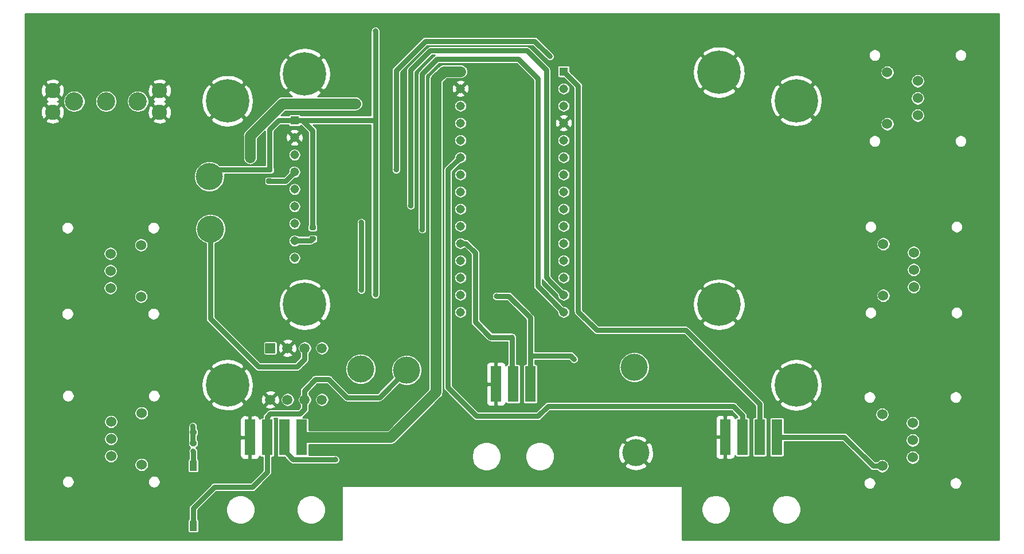
<source format=gbl>
G04 #@! TF.GenerationSoftware,KiCad,Pcbnew,(5.1.9-0-10_14)*
G04 #@! TF.CreationDate,2021-01-09T19:18:04-08:00*
G04 #@! TF.ProjectId,schematic,73636865-6d61-4746-9963-2e6b69636164,rev?*
G04 #@! TF.SameCoordinates,Original*
G04 #@! TF.FileFunction,Copper,L2,Bot*
G04 #@! TF.FilePolarity,Positive*
%FSLAX46Y46*%
G04 Gerber Fmt 4.6, Leading zero omitted, Abs format (unit mm)*
G04 Created by KiCad (PCBNEW (5.1.9-0-10_14)) date 2021-01-09 19:18:04*
%MOMM*%
%LPD*%
G01*
G04 APERTURE LIST*
G04 #@! TA.AperFunction,ComponentPad*
%ADD10C,1.308000*%
G04 #@! TD*
G04 #@! TA.AperFunction,ComponentPad*
%ADD11R,1.308000X1.308000*%
G04 #@! TD*
G04 #@! TA.AperFunction,SMDPad,CuDef*
%ADD12R,1.650000X5.330000*%
G04 #@! TD*
G04 #@! TA.AperFunction,ComponentPad*
%ADD13C,1.524000*%
G04 #@! TD*
G04 #@! TA.AperFunction,ComponentPad*
%ADD14C,4.000000*%
G04 #@! TD*
G04 #@! TA.AperFunction,ComponentPad*
%ADD15C,1.498600*%
G04 #@! TD*
G04 #@! TA.AperFunction,ComponentPad*
%ADD16R,1.498600X1.498600*%
G04 #@! TD*
G04 #@! TA.AperFunction,ComponentPad*
%ADD17C,6.400000*%
G04 #@! TD*
G04 #@! TA.AperFunction,ComponentPad*
%ADD18C,2.250000*%
G04 #@! TD*
G04 #@! TA.AperFunction,ComponentPad*
%ADD19C,2.700000*%
G04 #@! TD*
G04 #@! TA.AperFunction,SMDPad,CuDef*
%ADD20R,1.100000X1.500000*%
G04 #@! TD*
G04 #@! TA.AperFunction,ViaPad*
%ADD21C,0.800000*%
G04 #@! TD*
G04 #@! TA.AperFunction,ViaPad*
%ADD22C,1.000000*%
G04 #@! TD*
G04 #@! TA.AperFunction,Conductor*
%ADD23C,0.800000*%
G04 #@! TD*
G04 #@! TA.AperFunction,Conductor*
%ADD24C,0.250000*%
G04 #@! TD*
G04 #@! TA.AperFunction,Conductor*
%ADD25C,1.600000*%
G04 #@! TD*
G04 #@! TA.AperFunction,Conductor*
%ADD26C,0.254000*%
G04 #@! TD*
G04 #@! TA.AperFunction,Conductor*
%ADD27C,0.100000*%
G04 #@! TD*
G04 APERTURE END LIST*
G04 #@! TA.AperFunction,SMDPad,CuDef*
G36*
G01*
X106553779Y-118397340D02*
X107103779Y-118397340D01*
G75*
G02*
X107303779Y-118597340I0J-200000D01*
G01*
X107303779Y-118997340D01*
G75*
G02*
X107103779Y-119197340I-200000J0D01*
G01*
X106553779Y-119197340D01*
G75*
G02*
X106353779Y-118997340I0J200000D01*
G01*
X106353779Y-118597340D01*
G75*
G02*
X106553779Y-118397340I200000J0D01*
G01*
G37*
G04 #@! TD.AperFunction*
G04 #@! TA.AperFunction,SMDPad,CuDef*
G36*
G01*
X106553779Y-116747340D02*
X107103779Y-116747340D01*
G75*
G02*
X107303779Y-116947340I0J-200000D01*
G01*
X107303779Y-117347340D01*
G75*
G02*
X107103779Y-117547340I-200000J0D01*
G01*
X106553779Y-117547340D01*
G75*
G02*
X106353779Y-117347340I0J200000D01*
G01*
X106353779Y-116947340D01*
G75*
G02*
X106553779Y-116747340I200000J0D01*
G01*
G37*
G04 #@! TD.AperFunction*
G04 #@! TA.AperFunction,SMDPad,CuDef*
G36*
G01*
X124192620Y-88151520D02*
X124742620Y-88151520D01*
G75*
G02*
X124942620Y-88351520I0J-200000D01*
G01*
X124942620Y-88751520D01*
G75*
G02*
X124742620Y-88951520I-200000J0D01*
G01*
X124192620Y-88951520D01*
G75*
G02*
X123992620Y-88751520I0J200000D01*
G01*
X123992620Y-88351520D01*
G75*
G02*
X124192620Y-88151520I200000J0D01*
G01*
G37*
G04 #@! TD.AperFunction*
G04 #@! TA.AperFunction,SMDPad,CuDef*
G36*
G01*
X124192620Y-86501520D02*
X124742620Y-86501520D01*
G75*
G02*
X124942620Y-86701520I0J-200000D01*
G01*
X124942620Y-87101520D01*
G75*
G02*
X124742620Y-87301520I-200000J0D01*
G01*
X124192620Y-87301520D01*
G75*
G02*
X123992620Y-87101520I0J200000D01*
G01*
X123992620Y-86701520D01*
G75*
G02*
X124192620Y-86501520I200000J0D01*
G01*
G37*
G04 #@! TD.AperFunction*
G04 #@! TA.AperFunction,SMDPad,CuDef*
G36*
G01*
X117784200Y-79615000D02*
X118334200Y-79615000D01*
G75*
G02*
X118534200Y-79815000I0J-200000D01*
G01*
X118534200Y-80215000D01*
G75*
G02*
X118334200Y-80415000I-200000J0D01*
G01*
X117784200Y-80415000D01*
G75*
G02*
X117584200Y-80215000I0J200000D01*
G01*
X117584200Y-79815000D01*
G75*
G02*
X117784200Y-79615000I200000J0D01*
G01*
G37*
G04 #@! TD.AperFunction*
G04 #@! TA.AperFunction,SMDPad,CuDef*
G36*
G01*
X117784200Y-77965000D02*
X118334200Y-77965000D01*
G75*
G02*
X118534200Y-78165000I0J-200000D01*
G01*
X118534200Y-78565000D01*
G75*
G02*
X118334200Y-78765000I-200000J0D01*
G01*
X117784200Y-78765000D01*
G75*
G02*
X117584200Y-78565000I0J200000D01*
G01*
X117584200Y-78165000D01*
G75*
G02*
X117784200Y-77965000I200000J0D01*
G01*
G37*
G04 #@! TD.AperFunction*
D10*
X146281140Y-63825120D03*
X146281140Y-66365120D03*
X146281140Y-68905120D03*
X146281140Y-71445120D03*
X146281140Y-73985120D03*
X146281140Y-76525120D03*
X146281140Y-79065120D03*
X146281140Y-81605120D03*
X146281140Y-84145120D03*
X146281140Y-86685120D03*
X146281140Y-89225120D03*
X146281140Y-91765120D03*
X146281140Y-94305120D03*
X146281140Y-96845120D03*
X146281140Y-99385120D03*
X161521140Y-99385120D03*
X161521140Y-96845120D03*
X161521140Y-94305120D03*
X161521140Y-91765120D03*
X161521140Y-89225120D03*
X161521140Y-86685120D03*
X161521140Y-84145120D03*
X161521140Y-81605120D03*
X161521140Y-79065120D03*
X161521140Y-76525120D03*
X161521140Y-73985120D03*
X161521140Y-71445120D03*
X161521140Y-68905120D03*
X161521140Y-66365120D03*
D11*
X161521140Y-63825120D03*
D12*
X193011000Y-117858000D03*
X190471000Y-117858000D03*
X187931000Y-117858000D03*
X185391000Y-117858000D03*
X122805000Y-117916000D03*
X120265000Y-117916000D03*
X117725000Y-117916000D03*
X115185000Y-117916000D03*
X156606240Y-110020960D03*
X154066240Y-110020960D03*
X151526240Y-110020960D03*
D13*
X213809580Y-70312280D03*
X213809580Y-67772280D03*
X213809580Y-65232280D03*
X209309580Y-63962280D03*
X209309580Y-71582280D03*
X213065360Y-120860820D03*
X213065360Y-118320820D03*
X213065360Y-115780820D03*
X208565360Y-114510820D03*
X208565360Y-122130820D03*
X94686120Y-115582700D03*
X94686120Y-118122700D03*
X94686120Y-120662700D03*
X99186120Y-121932700D03*
X99186120Y-114312700D03*
X94609920Y-90746580D03*
X94609920Y-93286580D03*
X94609920Y-95826580D03*
X99109920Y-97096580D03*
X99109920Y-89476580D03*
X213215220Y-95671640D03*
X213215220Y-93131640D03*
X213215220Y-90591640D03*
X208715220Y-89321640D03*
X208715220Y-96941640D03*
D14*
X109192060Y-79344520D03*
X109357160Y-87101680D03*
X131556760Y-107792520D03*
X138351260Y-107955080D03*
X172178980Y-120192800D03*
D10*
X121785380Y-91384120D03*
X121785380Y-88844120D03*
X121785380Y-86304120D03*
X121785380Y-83764120D03*
X121785380Y-81224120D03*
X121785380Y-78684120D03*
X121785380Y-76144120D03*
X121785380Y-73604120D03*
D11*
X121785380Y-71064120D03*
D15*
X118207000Y-112336000D03*
X120747000Y-112336000D03*
X123287000Y-112336000D03*
X125827000Y-112336000D03*
X125827000Y-104716000D03*
X123287000Y-104716000D03*
X120747000Y-104716000D03*
D16*
X118207000Y-104716000D03*
D17*
X195874640Y-68150740D03*
X195877180Y-110169960D03*
X111879380Y-110162340D03*
X111879380Y-68178680D03*
X123278900Y-64170560D03*
X184470040Y-98272600D03*
X123286520Y-98272600D03*
X184470040Y-63949580D03*
D14*
X171964000Y-107524000D03*
D18*
X101853060Y-66649800D03*
X101853060Y-69849800D03*
X86053060Y-69849800D03*
X86053060Y-66649800D03*
D19*
X98653060Y-68249800D03*
X93953060Y-68249800D03*
X89253060Y-68249800D03*
D20*
X106842100Y-130997760D03*
X106842100Y-122097760D03*
D21*
X151584660Y-97035620D03*
X133713220Y-96822260D03*
X133728460Y-57840880D03*
X163047680Y-106344720D03*
X106778600Y-116278540D03*
X127806000Y-121197000D03*
X153884000Y-103102000D03*
X140650000Y-87187000D03*
X131654000Y-96118000D03*
X131667000Y-86109000D03*
X138953000Y-83648000D03*
X136783000Y-78365000D03*
X159476000Y-61592000D03*
D22*
X130810000Y-68580000D03*
X115234716Y-76535284D03*
D23*
X185201560Y-117839720D02*
X185201560Y-115895398D01*
X185201560Y-115895398D02*
X185204100Y-115892858D01*
X207233520Y-122130820D02*
X208565360Y-122130820D01*
X202942420Y-117839720D02*
X207233520Y-122130820D01*
X121719340Y-71013320D02*
X119453660Y-71013320D01*
X124467620Y-86906520D02*
X124467620Y-72590660D01*
X122890280Y-71013320D02*
X121719340Y-71013320D01*
X124467620Y-72590660D02*
X122890280Y-71013320D01*
X153421080Y-97035620D02*
X151584660Y-97035620D01*
X156606240Y-100220780D02*
X153421080Y-97035620D01*
X133708140Y-71013320D02*
X133713220Y-71008240D01*
X121719340Y-71013320D02*
X133708140Y-71013320D01*
X133713220Y-57856120D02*
X133728460Y-57840880D01*
X133713220Y-71833740D02*
X133713220Y-57856120D01*
X133713220Y-71833740D02*
X133713220Y-71008240D01*
X133713220Y-96822260D02*
X133713220Y-71833740D01*
X162544760Y-105841800D02*
X163047680Y-106344720D01*
X156606240Y-105841800D02*
X162544760Y-105841800D01*
X156606240Y-105841800D02*
X156606240Y-100220780D01*
X156606240Y-110020960D02*
X156606240Y-105841800D01*
X193029280Y-117839720D02*
X193011000Y-117858000D01*
X202942420Y-117839720D02*
X193029280Y-117839720D01*
X118059200Y-72407780D02*
X119453660Y-71013320D01*
X118059200Y-78370000D02*
X118059200Y-72407780D01*
X110166580Y-78370000D02*
X109192060Y-79344520D01*
X118059200Y-78370000D02*
X110166580Y-78370000D01*
D24*
X122920760Y-117623820D02*
X122633740Y-117910840D01*
D23*
X122623580Y-117900680D02*
X122633740Y-117910840D01*
D25*
X146281140Y-63825120D02*
X143811120Y-63825120D01*
X143811120Y-63825120D02*
X142637000Y-64999240D01*
X142637000Y-64999240D02*
X142637000Y-111226000D01*
X135947000Y-117916000D02*
X122805000Y-117916000D01*
X142637000Y-111226000D02*
X135947000Y-117916000D01*
D23*
X106778600Y-118295720D02*
X106783680Y-118300800D01*
X106778600Y-116278540D02*
X106778600Y-118295720D01*
X120265000Y-119860322D02*
X120265000Y-117916000D01*
X127806000Y-121197000D02*
X121601678Y-121197000D01*
X121601678Y-121197000D02*
X120265000Y-119860322D01*
X126847600Y-109339380D02*
X124876560Y-109339380D01*
X129504440Y-111996220D02*
X126847600Y-109339380D01*
X124876560Y-109339380D02*
X123238260Y-110977680D01*
X138351260Y-107955080D02*
X134310120Y-111996220D01*
X134310120Y-111996220D02*
X129504440Y-111996220D01*
X106842100Y-130997760D02*
X106842100Y-128331900D01*
X106842100Y-128331900D02*
X109923000Y-125251000D01*
X109923000Y-125251000D02*
X115554000Y-125251000D01*
X117725000Y-123080000D02*
X117725000Y-117916000D01*
X115554000Y-125251000D02*
X117725000Y-123080000D01*
X123238260Y-112287260D02*
X123287000Y-112336000D01*
X123238260Y-110977680D02*
X123238260Y-112287260D01*
X118209000Y-114420000D02*
X117725000Y-114904000D01*
X122612000Y-114420000D02*
X118209000Y-114420000D01*
X117725000Y-114904000D02*
X117725000Y-117916000D01*
X123287000Y-112336000D02*
X123287000Y-113745000D01*
X123287000Y-113745000D02*
X122612000Y-114420000D01*
X148452840Y-100840540D02*
X148452840Y-90606880D01*
X147071080Y-89225120D02*
X146281140Y-89225120D01*
X148452840Y-90606880D02*
X147071080Y-89225120D01*
X153884000Y-109838720D02*
X154066240Y-110020960D01*
X153884000Y-103102000D02*
X153884000Y-109838720D01*
X150714300Y-103102000D02*
X148452840Y-100840540D01*
X153884000Y-103102000D02*
X150714300Y-103102000D01*
X157688280Y-95552260D02*
X157688280Y-64833500D01*
X161521140Y-99385120D02*
X157688280Y-95552260D01*
X157688280Y-64833500D02*
X154838400Y-61983620D01*
X140650000Y-87187000D02*
X140650000Y-64171000D01*
X142837380Y-61983620D02*
X154838400Y-61983620D01*
X140650000Y-64171000D02*
X142837380Y-61983620D01*
X124220820Y-88793320D02*
X124467620Y-88546520D01*
X121719340Y-88793320D02*
X124220820Y-88793320D01*
X131654000Y-96118000D02*
X131654000Y-86121000D01*
X138953000Y-83648000D02*
X138953000Y-63630000D01*
X138953000Y-63630000D02*
X141827000Y-60756000D01*
X141827000Y-60756000D02*
X156096000Y-60756000D01*
X158949000Y-94272980D02*
X159859510Y-95183490D01*
X159522160Y-94846140D02*
X159859510Y-95183490D01*
X158949000Y-63609000D02*
X158949000Y-94272980D01*
X156096000Y-60756000D02*
X158949000Y-63609000D01*
X159859510Y-95183490D02*
X161521140Y-96845120D01*
X121531380Y-78445360D02*
X121719340Y-78633320D01*
X136783000Y-78365000D02*
X136783000Y-63682000D01*
X136783000Y-63682000D02*
X141115000Y-59350000D01*
X157234000Y-59350000D02*
X159476000Y-61592000D01*
X141115000Y-59350000D02*
X157234000Y-59350000D01*
X120459500Y-80010000D02*
X121785380Y-78684120D01*
X118059200Y-80010000D02*
X120459500Y-80010000D01*
X109357160Y-87101680D02*
X109357160Y-100360160D01*
X109357160Y-100360160D02*
X116495000Y-107498000D01*
X116495000Y-107498000D02*
X122126000Y-107498000D01*
X123287000Y-106337000D02*
X123287000Y-104716000D01*
X122126000Y-107498000D02*
X123287000Y-106337000D01*
D25*
X119974384Y-68580000D02*
X115234716Y-73319668D01*
X130810000Y-68580000D02*
X119974384Y-68580000D01*
X115234716Y-73319668D02*
X115234716Y-76535284D01*
D23*
X190471000Y-112980000D02*
X190471000Y-117858000D01*
X179555820Y-102064820D02*
X190471000Y-112980000D01*
X161521140Y-63825120D02*
X163682680Y-65986660D01*
X163682680Y-99324160D02*
X166423340Y-102064820D01*
X163682680Y-65986660D02*
X163682680Y-99324160D01*
X166423340Y-102064820D02*
X179555820Y-102064820D01*
X186573560Y-113319560D02*
X187931000Y-114677000D01*
X159202120Y-113319560D02*
X186573560Y-113319560D01*
X187931000Y-114677000D02*
X187931000Y-117858000D01*
X144432020Y-110535720D02*
X148661120Y-114764820D01*
X157756860Y-114764820D02*
X159202120Y-113319560D01*
X144432020Y-78374240D02*
X144432020Y-110535720D01*
X146281140Y-76525120D02*
X144432020Y-78374240D01*
X148661120Y-114764820D02*
X157756860Y-114764820D01*
X106842100Y-119999220D02*
X106783680Y-119940800D01*
X106842100Y-122097760D02*
X106842100Y-119999220D01*
D26*
X225770928Y-133069849D02*
X179076429Y-133069849D01*
X179076429Y-128335318D01*
X181831600Y-128335318D01*
X181831600Y-128760682D01*
X181914585Y-129177874D01*
X182077365Y-129570859D01*
X182313685Y-129924537D01*
X182614463Y-130225315D01*
X182968141Y-130461635D01*
X183361126Y-130624415D01*
X183778318Y-130707400D01*
X184203682Y-130707400D01*
X184620874Y-130624415D01*
X185013859Y-130461635D01*
X185367537Y-130225315D01*
X185668315Y-129924537D01*
X185904635Y-129570859D01*
X186067415Y-129177874D01*
X186150400Y-128760682D01*
X186150400Y-128335318D01*
X192251600Y-128335318D01*
X192251600Y-128760682D01*
X192334585Y-129177874D01*
X192497365Y-129570859D01*
X192733685Y-129924537D01*
X193034463Y-130225315D01*
X193388141Y-130461635D01*
X193781126Y-130624415D01*
X194198318Y-130707400D01*
X194623682Y-130707400D01*
X195040874Y-130624415D01*
X195433859Y-130461635D01*
X195787537Y-130225315D01*
X196088315Y-129924537D01*
X196324635Y-129570859D01*
X196487415Y-129177874D01*
X196570400Y-128760682D01*
X196570400Y-128335318D01*
X196487415Y-127918126D01*
X196324635Y-127525141D01*
X196088315Y-127171463D01*
X195787537Y-126870685D01*
X195433859Y-126634365D01*
X195040874Y-126471585D01*
X194623682Y-126388600D01*
X194198318Y-126388600D01*
X193781126Y-126471585D01*
X193388141Y-126634365D01*
X193034463Y-126870685D01*
X192733685Y-127171463D01*
X192497365Y-127525141D01*
X192334585Y-127918126D01*
X192251600Y-128335318D01*
X186150400Y-128335318D01*
X186067415Y-127918126D01*
X185904635Y-127525141D01*
X185668315Y-127171463D01*
X185367537Y-126870685D01*
X185013859Y-126634365D01*
X184620874Y-126471585D01*
X184203682Y-126388600D01*
X183778318Y-126388600D01*
X183361126Y-126471585D01*
X182968141Y-126634365D01*
X182614463Y-126870685D01*
X182313685Y-127171463D01*
X182077365Y-127525141D01*
X181914585Y-127918126D01*
X181831600Y-128335318D01*
X179076429Y-128335318D01*
X179076429Y-125203874D01*
X179077047Y-125197600D01*
X179074580Y-125172556D01*
X179067275Y-125148475D01*
X179055413Y-125126282D01*
X179039449Y-125106829D01*
X179019996Y-125090865D01*
X178997803Y-125079003D01*
X178973722Y-125071698D01*
X178954952Y-125069849D01*
X178948678Y-125069231D01*
X178942405Y-125069849D01*
X133842406Y-125069849D01*
X133842396Y-125069850D01*
X128854954Y-125069850D01*
X128848680Y-125069232D01*
X128842407Y-125069850D01*
X128842406Y-125069850D01*
X128823636Y-125071699D01*
X128799555Y-125079004D01*
X128777362Y-125090866D01*
X128757909Y-125106830D01*
X128741945Y-125126283D01*
X128730083Y-125148476D01*
X128722778Y-125172557D01*
X128720311Y-125197601D01*
X128720930Y-125203885D01*
X128720929Y-133069849D01*
X82026430Y-133069849D01*
X82026430Y-130247760D01*
X106011349Y-130247760D01*
X106011349Y-131747760D01*
X106016744Y-131802532D01*
X106032720Y-131855199D01*
X106058664Y-131903737D01*
X106093579Y-131946281D01*
X106136123Y-131981196D01*
X106184661Y-132007140D01*
X106237328Y-132023116D01*
X106292100Y-132028511D01*
X107392100Y-132028511D01*
X107446872Y-132023116D01*
X107499539Y-132007140D01*
X107548077Y-131981196D01*
X107590621Y-131946281D01*
X107625536Y-131903737D01*
X107651480Y-131855199D01*
X107667456Y-131802532D01*
X107672851Y-131747760D01*
X107672851Y-130247760D01*
X107667456Y-130192988D01*
X107651480Y-130140321D01*
X107625536Y-130091783D01*
X107590621Y-130049239D01*
X107548077Y-130014324D01*
X107521500Y-130000118D01*
X107521500Y-128613316D01*
X107741498Y-128393318D01*
X111625600Y-128393318D01*
X111625600Y-128818682D01*
X111708585Y-129235874D01*
X111871365Y-129628859D01*
X112107685Y-129982537D01*
X112408463Y-130283315D01*
X112762141Y-130519635D01*
X113155126Y-130682415D01*
X113572318Y-130765400D01*
X113997682Y-130765400D01*
X114414874Y-130682415D01*
X114807859Y-130519635D01*
X115161537Y-130283315D01*
X115462315Y-129982537D01*
X115698635Y-129628859D01*
X115861415Y-129235874D01*
X115944400Y-128818682D01*
X115944400Y-128393318D01*
X122045600Y-128393318D01*
X122045600Y-128818682D01*
X122128585Y-129235874D01*
X122291365Y-129628859D01*
X122527685Y-129982537D01*
X122828463Y-130283315D01*
X123182141Y-130519635D01*
X123575126Y-130682415D01*
X123992318Y-130765400D01*
X124417682Y-130765400D01*
X124834874Y-130682415D01*
X125227859Y-130519635D01*
X125581537Y-130283315D01*
X125882315Y-129982537D01*
X126118635Y-129628859D01*
X126281415Y-129235874D01*
X126364400Y-128818682D01*
X126364400Y-128393318D01*
X126281415Y-127976126D01*
X126118635Y-127583141D01*
X125882315Y-127229463D01*
X125581537Y-126928685D01*
X125227859Y-126692365D01*
X124834874Y-126529585D01*
X124417682Y-126446600D01*
X123992318Y-126446600D01*
X123575126Y-126529585D01*
X123182141Y-126692365D01*
X122828463Y-126928685D01*
X122527685Y-127229463D01*
X122291365Y-127583141D01*
X122128585Y-127976126D01*
X122045600Y-128393318D01*
X115944400Y-128393318D01*
X115861415Y-127976126D01*
X115698635Y-127583141D01*
X115462315Y-127229463D01*
X115161537Y-126928685D01*
X114807859Y-126692365D01*
X114414874Y-126529585D01*
X113997682Y-126446600D01*
X113572318Y-126446600D01*
X113155126Y-126529585D01*
X112762141Y-126692365D01*
X112408463Y-126928685D01*
X112107685Y-127229463D01*
X111871365Y-127583141D01*
X111708585Y-127976126D01*
X111625600Y-128393318D01*
X107741498Y-128393318D01*
X110204416Y-125930400D01*
X115520628Y-125930400D01*
X115554000Y-125933687D01*
X115587372Y-125930400D01*
X115587373Y-125930400D01*
X115687186Y-125920569D01*
X115815253Y-125881721D01*
X115933281Y-125818633D01*
X116036733Y-125733733D01*
X116058013Y-125707803D01*
X117186534Y-124579282D01*
X205785960Y-124579282D01*
X205785960Y-124762358D01*
X205821676Y-124941916D01*
X205891736Y-125111056D01*
X205993448Y-125263278D01*
X206122902Y-125392732D01*
X206275124Y-125494444D01*
X206444264Y-125564504D01*
X206623822Y-125600220D01*
X206806898Y-125600220D01*
X206986456Y-125564504D01*
X207155596Y-125494444D01*
X207307818Y-125392732D01*
X207437272Y-125263278D01*
X207538984Y-125111056D01*
X207609044Y-124941916D01*
X207644760Y-124762358D01*
X207644760Y-124579282D01*
X218485960Y-124579282D01*
X218485960Y-124762358D01*
X218521676Y-124941916D01*
X218591736Y-125111056D01*
X218693448Y-125263278D01*
X218822902Y-125392732D01*
X218975124Y-125494444D01*
X219144264Y-125564504D01*
X219323822Y-125600220D01*
X219506898Y-125600220D01*
X219686456Y-125564504D01*
X219855596Y-125494444D01*
X220007818Y-125392732D01*
X220137272Y-125263278D01*
X220238984Y-125111056D01*
X220309044Y-124941916D01*
X220344760Y-124762358D01*
X220344760Y-124579282D01*
X220309044Y-124399724D01*
X220238984Y-124230584D01*
X220137272Y-124078362D01*
X220007818Y-123948908D01*
X219855596Y-123847196D01*
X219686456Y-123777136D01*
X219506898Y-123741420D01*
X219323822Y-123741420D01*
X219144264Y-123777136D01*
X218975124Y-123847196D01*
X218822902Y-123948908D01*
X218693448Y-124078362D01*
X218591736Y-124230584D01*
X218521676Y-124399724D01*
X218485960Y-124579282D01*
X207644760Y-124579282D01*
X207609044Y-124399724D01*
X207538984Y-124230584D01*
X207437272Y-124078362D01*
X207307818Y-123948908D01*
X207155596Y-123847196D01*
X206986456Y-123777136D01*
X206806898Y-123741420D01*
X206623822Y-123741420D01*
X206444264Y-123777136D01*
X206275124Y-123847196D01*
X206122902Y-123948908D01*
X205993448Y-124078362D01*
X205891736Y-124230584D01*
X205821676Y-124399724D01*
X205785960Y-124579282D01*
X117186534Y-124579282D01*
X118181808Y-123584008D01*
X118207732Y-123562733D01*
X118292633Y-123459281D01*
X118324177Y-123400267D01*
X118355721Y-123341254D01*
X118394569Y-123213185D01*
X118407687Y-123080000D01*
X118404400Y-123046628D01*
X118404400Y-120861751D01*
X118550000Y-120861751D01*
X118604772Y-120856356D01*
X118657439Y-120840380D01*
X118705977Y-120814436D01*
X118748521Y-120779521D01*
X118783436Y-120736977D01*
X118809380Y-120688439D01*
X118825356Y-120635772D01*
X118830751Y-120581000D01*
X118830751Y-115251000D01*
X118825356Y-115196228D01*
X118809380Y-115143561D01*
X118785776Y-115099400D01*
X119204224Y-115099400D01*
X119180620Y-115143561D01*
X119164644Y-115196228D01*
X119159249Y-115251000D01*
X119159249Y-120581000D01*
X119164644Y-120635772D01*
X119180620Y-120688439D01*
X119206564Y-120736977D01*
X119241479Y-120779521D01*
X119284023Y-120814436D01*
X119332561Y-120840380D01*
X119385228Y-120856356D01*
X119440000Y-120861751D01*
X120305613Y-120861751D01*
X121097670Y-121653808D01*
X121118945Y-121679733D01*
X121222397Y-121764633D01*
X121340425Y-121827721D01*
X121454089Y-121862200D01*
X121468492Y-121866569D01*
X121601677Y-121879687D01*
X121635049Y-121876400D01*
X127872915Y-121876400D01*
X127905814Y-121869856D01*
X127939186Y-121866569D01*
X127971276Y-121856835D01*
X128004174Y-121850291D01*
X128035159Y-121837457D01*
X128067253Y-121827721D01*
X128096835Y-121811909D01*
X128127816Y-121799076D01*
X128155700Y-121780444D01*
X128185281Y-121764633D01*
X128211208Y-121743355D01*
X128239092Y-121724724D01*
X128262803Y-121701013D01*
X128288733Y-121679733D01*
X128310013Y-121653803D01*
X128333724Y-121630092D01*
X128352355Y-121602208D01*
X128373633Y-121576281D01*
X128389444Y-121546700D01*
X128408076Y-121518816D01*
X128420909Y-121487835D01*
X128436721Y-121458253D01*
X128446457Y-121426159D01*
X128459291Y-121395174D01*
X128465835Y-121362276D01*
X128475569Y-121330186D01*
X128478856Y-121296815D01*
X128485400Y-121263915D01*
X128485400Y-121230373D01*
X128488687Y-121197000D01*
X128485400Y-121163627D01*
X128485400Y-121130085D01*
X128478856Y-121097185D01*
X128475569Y-121063814D01*
X128465835Y-121031724D01*
X128459291Y-120998826D01*
X128446457Y-120967841D01*
X128436721Y-120935747D01*
X128420909Y-120906165D01*
X128408076Y-120875184D01*
X128389444Y-120847300D01*
X128373633Y-120817719D01*
X128352355Y-120791792D01*
X128333724Y-120763908D01*
X128310013Y-120740197D01*
X128288733Y-120714267D01*
X128262803Y-120692987D01*
X128239092Y-120669276D01*
X128211208Y-120650645D01*
X128185281Y-120629367D01*
X128155700Y-120613556D01*
X128127816Y-120594924D01*
X128096835Y-120582091D01*
X128067253Y-120566279D01*
X128035159Y-120556543D01*
X128004174Y-120543709D01*
X127971276Y-120537165D01*
X127939186Y-120527431D01*
X127905814Y-120524144D01*
X127872915Y-120517600D01*
X123910751Y-120517600D01*
X123910751Y-120495815D01*
X147941840Y-120495815D01*
X147941840Y-120926105D01*
X148025786Y-121348126D01*
X148190450Y-121745661D01*
X148429506Y-122103434D01*
X148733766Y-122407694D01*
X149091539Y-122646750D01*
X149489074Y-122811414D01*
X149911095Y-122895360D01*
X150341385Y-122895360D01*
X150763406Y-122811414D01*
X151160941Y-122646750D01*
X151518714Y-122407694D01*
X151822974Y-122103434D01*
X152062030Y-121745661D01*
X152226694Y-121348126D01*
X152310640Y-120926105D01*
X152310640Y-120495815D01*
X155821840Y-120495815D01*
X155821840Y-120926105D01*
X155905786Y-121348126D01*
X156070450Y-121745661D01*
X156309506Y-122103434D01*
X156613766Y-122407694D01*
X156971539Y-122646750D01*
X157369074Y-122811414D01*
X157791095Y-122895360D01*
X158221385Y-122895360D01*
X158643406Y-122811414D01*
X159040941Y-122646750D01*
X159398714Y-122407694D01*
X159702974Y-122103434D01*
X159745159Y-122040299D01*
X170511086Y-122040299D01*
X170727208Y-122407058D01*
X171187085Y-122647738D01*
X171685078Y-122794075D01*
X172202051Y-122840448D01*
X172718139Y-122785073D01*
X173213506Y-122630079D01*
X173630752Y-122407058D01*
X173846874Y-122040299D01*
X172178980Y-120372405D01*
X170511086Y-122040299D01*
X159745159Y-122040299D01*
X159942030Y-121745661D01*
X160106694Y-121348126D01*
X160190640Y-120926105D01*
X160190640Y-120495815D01*
X160134956Y-120215871D01*
X169531332Y-120215871D01*
X169586707Y-120731959D01*
X169741701Y-121227326D01*
X169964722Y-121644572D01*
X170331481Y-121860694D01*
X171999375Y-120192800D01*
X172358585Y-120192800D01*
X174026479Y-121860694D01*
X174393238Y-121644572D01*
X174633918Y-121184695D01*
X174780255Y-120686702D01*
X174794939Y-120523000D01*
X183927928Y-120523000D01*
X183940188Y-120647482D01*
X183976498Y-120767180D01*
X184035463Y-120877494D01*
X184114815Y-120974185D01*
X184211506Y-121053537D01*
X184321820Y-121112502D01*
X184441518Y-121148812D01*
X184566000Y-121161072D01*
X185105250Y-121158000D01*
X185264000Y-120999250D01*
X185264000Y-117985000D01*
X184089750Y-117985000D01*
X183931000Y-118143750D01*
X183927928Y-120523000D01*
X174794939Y-120523000D01*
X174826628Y-120169729D01*
X174771253Y-119653641D01*
X174616259Y-119158274D01*
X174393238Y-118741028D01*
X174026479Y-118524906D01*
X172358585Y-120192800D01*
X171999375Y-120192800D01*
X170331481Y-118524906D01*
X169964722Y-118741028D01*
X169724042Y-119200905D01*
X169577705Y-119698898D01*
X169531332Y-120215871D01*
X160134956Y-120215871D01*
X160106694Y-120073794D01*
X159942030Y-119676259D01*
X159702974Y-119318486D01*
X159398714Y-119014226D01*
X159040941Y-118775170D01*
X158643406Y-118610506D01*
X158221385Y-118526560D01*
X157791095Y-118526560D01*
X157369074Y-118610506D01*
X156971539Y-118775170D01*
X156613766Y-119014226D01*
X156309506Y-119318486D01*
X156070450Y-119676259D01*
X155905786Y-120073794D01*
X155821840Y-120495815D01*
X152310640Y-120495815D01*
X152226694Y-120073794D01*
X152062030Y-119676259D01*
X151822974Y-119318486D01*
X151518714Y-119014226D01*
X151160941Y-118775170D01*
X150763406Y-118610506D01*
X150341385Y-118526560D01*
X149911095Y-118526560D01*
X149489074Y-118610506D01*
X149091539Y-118775170D01*
X148733766Y-119014226D01*
X148429506Y-119318486D01*
X148190450Y-119676259D01*
X148025786Y-120073794D01*
X147941840Y-120495815D01*
X123910751Y-120495815D01*
X123910751Y-118995400D01*
X135893981Y-118995400D01*
X135947000Y-119000622D01*
X136000019Y-118995400D01*
X136158599Y-118979781D01*
X136362067Y-118918060D01*
X136549584Y-118817830D01*
X136713944Y-118682944D01*
X136747750Y-118641751D01*
X137044200Y-118345301D01*
X170511086Y-118345301D01*
X172178980Y-120013195D01*
X173846874Y-118345301D01*
X173630752Y-117978542D01*
X173170875Y-117737862D01*
X172672882Y-117591525D01*
X172155909Y-117545152D01*
X171639821Y-117600527D01*
X171144454Y-117755521D01*
X170727208Y-117978542D01*
X170511086Y-118345301D01*
X137044200Y-118345301D01*
X143362756Y-112026746D01*
X143403944Y-111992944D01*
X143538830Y-111828584D01*
X143639060Y-111641067D01*
X143700781Y-111437599D01*
X143716400Y-111279019D01*
X143721622Y-111226000D01*
X143716400Y-111172981D01*
X143716400Y-78374240D01*
X143749333Y-78374240D01*
X143752620Y-78407612D01*
X143752621Y-110502338D01*
X143749333Y-110535720D01*
X143762451Y-110668904D01*
X143801300Y-110796973D01*
X143826063Y-110843300D01*
X143864388Y-110915001D01*
X143949288Y-111018453D01*
X143975212Y-111039728D01*
X148157107Y-115221623D01*
X148178387Y-115247553D01*
X148281839Y-115332453D01*
X148332790Y-115359687D01*
X148399866Y-115395541D01*
X148440959Y-115408006D01*
X148527934Y-115434389D01*
X148627747Y-115444220D01*
X148627748Y-115444220D01*
X148661120Y-115447507D01*
X148694492Y-115444220D01*
X157723488Y-115444220D01*
X157756860Y-115447507D01*
X157790232Y-115444220D01*
X157790233Y-115444220D01*
X157890046Y-115434389D01*
X158018113Y-115395541D01*
X158136141Y-115332453D01*
X158239593Y-115247553D01*
X158260873Y-115221623D01*
X158289496Y-115193000D01*
X183927928Y-115193000D01*
X183931000Y-117572250D01*
X184089750Y-117731000D01*
X185264000Y-117731000D01*
X185264000Y-114716750D01*
X185105250Y-114558000D01*
X184566000Y-114554928D01*
X184441518Y-114567188D01*
X184321820Y-114603498D01*
X184211506Y-114662463D01*
X184114815Y-114741815D01*
X184035463Y-114838506D01*
X183976498Y-114948820D01*
X183940188Y-115068518D01*
X183927928Y-115193000D01*
X158289496Y-115193000D01*
X159483537Y-113998960D01*
X186292144Y-113998960D01*
X187205432Y-114912249D01*
X187106000Y-114912249D01*
X187051228Y-114917644D01*
X186998561Y-114933620D01*
X186950023Y-114959564D01*
X186907479Y-114994479D01*
X186872564Y-115037023D01*
X186846620Y-115085561D01*
X186844258Y-115093349D01*
X186841812Y-115068518D01*
X186805502Y-114948820D01*
X186746537Y-114838506D01*
X186667185Y-114741815D01*
X186570494Y-114662463D01*
X186460180Y-114603498D01*
X186340482Y-114567188D01*
X186216000Y-114554928D01*
X185676750Y-114558000D01*
X185518000Y-114716750D01*
X185518000Y-117731000D01*
X185538000Y-117731000D01*
X185538000Y-117985000D01*
X185518000Y-117985000D01*
X185518000Y-120999250D01*
X185676750Y-121158000D01*
X186216000Y-121161072D01*
X186340482Y-121148812D01*
X186460180Y-121112502D01*
X186570494Y-121053537D01*
X186667185Y-120974185D01*
X186746537Y-120877494D01*
X186805502Y-120767180D01*
X186841812Y-120647482D01*
X186844258Y-120622651D01*
X186846620Y-120630439D01*
X186872564Y-120678977D01*
X186907479Y-120721521D01*
X186950023Y-120756436D01*
X186998561Y-120782380D01*
X187051228Y-120798356D01*
X187106000Y-120803751D01*
X188756000Y-120803751D01*
X188810772Y-120798356D01*
X188863439Y-120782380D01*
X188911977Y-120756436D01*
X188954521Y-120721521D01*
X188989436Y-120678977D01*
X189015380Y-120630439D01*
X189031356Y-120577772D01*
X189036751Y-120523000D01*
X189036751Y-115193000D01*
X189031356Y-115138228D01*
X189015380Y-115085561D01*
X188989436Y-115037023D01*
X188954521Y-114994479D01*
X188911977Y-114959564D01*
X188863439Y-114933620D01*
X188810772Y-114917644D01*
X188756000Y-114912249D01*
X188610400Y-114912249D01*
X188610400Y-114710371D01*
X188613687Y-114676999D01*
X188600569Y-114543814D01*
X188588360Y-114503566D01*
X188561721Y-114415747D01*
X188498633Y-114297719D01*
X188489685Y-114286816D01*
X188435006Y-114220189D01*
X188435004Y-114220187D01*
X188413732Y-114194267D01*
X188387813Y-114172996D01*
X187077573Y-112862757D01*
X187056293Y-112836827D01*
X186952841Y-112751927D01*
X186834813Y-112688839D01*
X186706746Y-112649991D01*
X186606933Y-112640160D01*
X186606932Y-112640160D01*
X186573560Y-112636873D01*
X186540188Y-112640160D01*
X159235491Y-112640160D01*
X159202119Y-112636873D01*
X159168747Y-112640160D01*
X159068934Y-112649991D01*
X158940867Y-112688839D01*
X158822839Y-112751927D01*
X158719387Y-112836827D01*
X158698112Y-112862752D01*
X157475444Y-114085420D01*
X148942536Y-114085420D01*
X147543076Y-112685960D01*
X150063168Y-112685960D01*
X150075428Y-112810442D01*
X150111738Y-112930140D01*
X150170703Y-113040454D01*
X150250055Y-113137145D01*
X150346746Y-113216497D01*
X150457060Y-113275462D01*
X150576758Y-113311772D01*
X150701240Y-113324032D01*
X151240490Y-113320960D01*
X151399240Y-113162210D01*
X151399240Y-110147960D01*
X150224990Y-110147960D01*
X150066240Y-110306710D01*
X150063168Y-112685960D01*
X147543076Y-112685960D01*
X145111420Y-110254304D01*
X145111420Y-107355960D01*
X150063168Y-107355960D01*
X150066240Y-109735210D01*
X150224990Y-109893960D01*
X151399240Y-109893960D01*
X151399240Y-106879710D01*
X151240490Y-106720960D01*
X150701240Y-106717888D01*
X150576758Y-106730148D01*
X150457060Y-106766458D01*
X150346746Y-106825423D01*
X150250055Y-106904775D01*
X150170703Y-107001466D01*
X150111738Y-107111780D01*
X150075428Y-107231478D01*
X150063168Y-107355960D01*
X145111420Y-107355960D01*
X145111420Y-99293188D01*
X145347740Y-99293188D01*
X145347740Y-99477052D01*
X145383610Y-99657383D01*
X145453972Y-99827251D01*
X145556121Y-99980128D01*
X145686132Y-100110139D01*
X145839009Y-100212288D01*
X146008877Y-100282650D01*
X146189208Y-100318520D01*
X146373072Y-100318520D01*
X146553403Y-100282650D01*
X146723271Y-100212288D01*
X146876148Y-100110139D01*
X147006159Y-99980128D01*
X147108308Y-99827251D01*
X147178670Y-99657383D01*
X147214540Y-99477052D01*
X147214540Y-99293188D01*
X147178670Y-99112857D01*
X147108308Y-98942989D01*
X147006159Y-98790112D01*
X146876148Y-98660101D01*
X146723271Y-98557952D01*
X146553403Y-98487590D01*
X146373072Y-98451720D01*
X146189208Y-98451720D01*
X146008877Y-98487590D01*
X145839009Y-98557952D01*
X145686132Y-98660101D01*
X145556121Y-98790112D01*
X145453972Y-98942989D01*
X145383610Y-99112857D01*
X145347740Y-99293188D01*
X145111420Y-99293188D01*
X145111420Y-96753188D01*
X145347740Y-96753188D01*
X145347740Y-96937052D01*
X145383610Y-97117383D01*
X145453972Y-97287251D01*
X145556121Y-97440128D01*
X145686132Y-97570139D01*
X145839009Y-97672288D01*
X146008877Y-97742650D01*
X146189208Y-97778520D01*
X146373072Y-97778520D01*
X146553403Y-97742650D01*
X146723271Y-97672288D01*
X146876148Y-97570139D01*
X147006159Y-97440128D01*
X147108308Y-97287251D01*
X147178670Y-97117383D01*
X147214540Y-96937052D01*
X147214540Y-96753188D01*
X147178670Y-96572857D01*
X147108308Y-96402989D01*
X147006159Y-96250112D01*
X146876148Y-96120101D01*
X146723271Y-96017952D01*
X146553403Y-95947590D01*
X146373072Y-95911720D01*
X146189208Y-95911720D01*
X146008877Y-95947590D01*
X145839009Y-96017952D01*
X145686132Y-96120101D01*
X145556121Y-96250112D01*
X145453972Y-96402989D01*
X145383610Y-96572857D01*
X145347740Y-96753188D01*
X145111420Y-96753188D01*
X145111420Y-94213188D01*
X145347740Y-94213188D01*
X145347740Y-94397052D01*
X145383610Y-94577383D01*
X145453972Y-94747251D01*
X145556121Y-94900128D01*
X145686132Y-95030139D01*
X145839009Y-95132288D01*
X146008877Y-95202650D01*
X146189208Y-95238520D01*
X146373072Y-95238520D01*
X146553403Y-95202650D01*
X146723271Y-95132288D01*
X146876148Y-95030139D01*
X147006159Y-94900128D01*
X147108308Y-94747251D01*
X147178670Y-94577383D01*
X147214540Y-94397052D01*
X147214540Y-94213188D01*
X147178670Y-94032857D01*
X147108308Y-93862989D01*
X147006159Y-93710112D01*
X146876148Y-93580101D01*
X146723271Y-93477952D01*
X146553403Y-93407590D01*
X146373072Y-93371720D01*
X146189208Y-93371720D01*
X146008877Y-93407590D01*
X145839009Y-93477952D01*
X145686132Y-93580101D01*
X145556121Y-93710112D01*
X145453972Y-93862989D01*
X145383610Y-94032857D01*
X145347740Y-94213188D01*
X145111420Y-94213188D01*
X145111420Y-91673188D01*
X145347740Y-91673188D01*
X145347740Y-91857052D01*
X145383610Y-92037383D01*
X145453972Y-92207251D01*
X145556121Y-92360128D01*
X145686132Y-92490139D01*
X145839009Y-92592288D01*
X146008877Y-92662650D01*
X146189208Y-92698520D01*
X146373072Y-92698520D01*
X146553403Y-92662650D01*
X146723271Y-92592288D01*
X146876148Y-92490139D01*
X147006159Y-92360128D01*
X147108308Y-92207251D01*
X147178670Y-92037383D01*
X147214540Y-91857052D01*
X147214540Y-91673188D01*
X147178670Y-91492857D01*
X147108308Y-91322989D01*
X147006159Y-91170112D01*
X146876148Y-91040101D01*
X146723271Y-90937952D01*
X146553403Y-90867590D01*
X146373072Y-90831720D01*
X146189208Y-90831720D01*
X146008877Y-90867590D01*
X145839009Y-90937952D01*
X145686132Y-91040101D01*
X145556121Y-91170112D01*
X145453972Y-91322989D01*
X145383610Y-91492857D01*
X145347740Y-91673188D01*
X145111420Y-91673188D01*
X145111420Y-89133188D01*
X145347740Y-89133188D01*
X145347740Y-89317052D01*
X145383610Y-89497383D01*
X145453972Y-89667251D01*
X145556121Y-89820128D01*
X145686132Y-89950139D01*
X145839009Y-90052288D01*
X146008877Y-90122650D01*
X146189208Y-90158520D01*
X146373072Y-90158520D01*
X146553403Y-90122650D01*
X146723271Y-90052288D01*
X146851651Y-89966507D01*
X147773441Y-90888297D01*
X147773440Y-100807168D01*
X147770153Y-100840540D01*
X147773440Y-100873912D01*
X147783271Y-100973725D01*
X147822119Y-101101792D01*
X147885207Y-101219820D01*
X147970107Y-101323272D01*
X147996033Y-101344549D01*
X150210292Y-103558809D01*
X150231567Y-103584733D01*
X150335019Y-103669633D01*
X150453047Y-103732721D01*
X150581114Y-103771569D01*
X150714299Y-103784687D01*
X150747671Y-103781400D01*
X153204600Y-103781400D01*
X153204601Y-107078818D01*
X153186468Y-107080604D01*
X153133801Y-107096580D01*
X153085263Y-107122524D01*
X153042719Y-107157439D01*
X153007804Y-107199983D01*
X152981860Y-107248521D01*
X152979498Y-107256309D01*
X152977052Y-107231478D01*
X152940742Y-107111780D01*
X152881777Y-107001466D01*
X152802425Y-106904775D01*
X152705734Y-106825423D01*
X152595420Y-106766458D01*
X152475722Y-106730148D01*
X152351240Y-106717888D01*
X151811990Y-106720960D01*
X151653240Y-106879710D01*
X151653240Y-109893960D01*
X151673240Y-109893960D01*
X151673240Y-110147960D01*
X151653240Y-110147960D01*
X151653240Y-113162210D01*
X151811990Y-113320960D01*
X152351240Y-113324032D01*
X152475722Y-113311772D01*
X152595420Y-113275462D01*
X152705734Y-113216497D01*
X152802425Y-113137145D01*
X152881777Y-113040454D01*
X152940742Y-112930140D01*
X152977052Y-112810442D01*
X152979498Y-112785611D01*
X152981860Y-112793399D01*
X153007804Y-112841937D01*
X153042719Y-112884481D01*
X153085263Y-112919396D01*
X153133801Y-112945340D01*
X153186468Y-112961316D01*
X153241240Y-112966711D01*
X154891240Y-112966711D01*
X154946012Y-112961316D01*
X154998679Y-112945340D01*
X155047217Y-112919396D01*
X155089761Y-112884481D01*
X155124676Y-112841937D01*
X155150620Y-112793399D01*
X155166596Y-112740732D01*
X155171991Y-112685960D01*
X155171991Y-107355960D01*
X155166596Y-107301188D01*
X155150620Y-107248521D01*
X155124676Y-107199983D01*
X155089761Y-107157439D01*
X155047217Y-107122524D01*
X154998679Y-107096580D01*
X154946012Y-107080604D01*
X154891240Y-107075209D01*
X154563400Y-107075209D01*
X154563400Y-103135373D01*
X154566687Y-103102000D01*
X154563400Y-103068627D01*
X154563400Y-103035085D01*
X154556856Y-103002185D01*
X154553569Y-102968814D01*
X154543835Y-102936724D01*
X154537291Y-102903826D01*
X154524457Y-102872841D01*
X154514721Y-102840747D01*
X154498909Y-102811165D01*
X154486076Y-102780184D01*
X154467444Y-102752300D01*
X154451633Y-102722719D01*
X154430355Y-102696792D01*
X154411724Y-102668908D01*
X154388013Y-102645197D01*
X154366733Y-102619267D01*
X154340803Y-102597987D01*
X154317092Y-102574276D01*
X154289208Y-102555645D01*
X154263281Y-102534367D01*
X154233700Y-102518556D01*
X154205816Y-102499924D01*
X154174835Y-102487091D01*
X154145253Y-102471279D01*
X154113159Y-102461543D01*
X154082174Y-102448709D01*
X154049276Y-102442165D01*
X154017186Y-102432431D01*
X153983814Y-102429144D01*
X153950915Y-102422600D01*
X153917372Y-102422600D01*
X153884000Y-102419313D01*
X153850627Y-102422600D01*
X150995717Y-102422600D01*
X149132240Y-100559124D01*
X149132240Y-97035620D01*
X150901973Y-97035620D01*
X150905260Y-97068993D01*
X150905260Y-97102535D01*
X150911804Y-97135435D01*
X150915091Y-97168806D01*
X150924825Y-97200896D01*
X150931369Y-97233794D01*
X150944203Y-97264779D01*
X150953939Y-97296873D01*
X150969751Y-97326455D01*
X150982584Y-97357436D01*
X151001216Y-97385320D01*
X151017027Y-97414901D01*
X151038305Y-97440828D01*
X151056936Y-97468712D01*
X151080647Y-97492423D01*
X151101927Y-97518353D01*
X151127857Y-97539633D01*
X151151568Y-97563344D01*
X151179452Y-97581975D01*
X151205379Y-97603253D01*
X151234960Y-97619064D01*
X151262844Y-97637696D01*
X151293825Y-97650529D01*
X151323407Y-97666341D01*
X151355501Y-97676077D01*
X151386486Y-97688911D01*
X151419384Y-97695455D01*
X151451474Y-97705189D01*
X151484846Y-97708476D01*
X151517745Y-97715020D01*
X153139664Y-97715020D01*
X155926841Y-100502198D01*
X155926840Y-105808427D01*
X155923553Y-105841800D01*
X155926841Y-105875183D01*
X155926841Y-107075209D01*
X155781240Y-107075209D01*
X155726468Y-107080604D01*
X155673801Y-107096580D01*
X155625263Y-107122524D01*
X155582719Y-107157439D01*
X155547804Y-107199983D01*
X155521860Y-107248521D01*
X155505884Y-107301188D01*
X155500489Y-107355960D01*
X155500489Y-112685960D01*
X155505884Y-112740732D01*
X155521860Y-112793399D01*
X155547804Y-112841937D01*
X155582719Y-112884481D01*
X155625263Y-112919396D01*
X155673801Y-112945340D01*
X155726468Y-112961316D01*
X155781240Y-112966711D01*
X157431240Y-112966711D01*
X157486012Y-112961316D01*
X157538679Y-112945340D01*
X157587217Y-112919396D01*
X157629761Y-112884481D01*
X157664676Y-112841937D01*
X157690620Y-112793399D01*
X157706596Y-112740732D01*
X157711991Y-112685960D01*
X157711991Y-107355960D01*
X157706596Y-107301188D01*
X157706084Y-107299499D01*
X169684600Y-107299499D01*
X169684600Y-107748501D01*
X169772196Y-108188876D01*
X169944022Y-108603701D01*
X170193474Y-108977033D01*
X170510967Y-109294526D01*
X170884299Y-109543978D01*
X171299124Y-109715804D01*
X171739499Y-109803400D01*
X172188501Y-109803400D01*
X172628876Y-109715804D01*
X173043701Y-109543978D01*
X173417033Y-109294526D01*
X173734526Y-108977033D01*
X173983978Y-108603701D01*
X174155804Y-108188876D01*
X174243400Y-107748501D01*
X174243400Y-107299499D01*
X174155804Y-106859124D01*
X173983978Y-106444299D01*
X173734526Y-106070967D01*
X173417033Y-105753474D01*
X173043701Y-105504022D01*
X172628876Y-105332196D01*
X172188501Y-105244600D01*
X171739499Y-105244600D01*
X171299124Y-105332196D01*
X170884299Y-105504022D01*
X170510967Y-105753474D01*
X170193474Y-106070967D01*
X169944022Y-106444299D01*
X169772196Y-106859124D01*
X169684600Y-107299499D01*
X157706084Y-107299499D01*
X157690620Y-107248521D01*
X157664676Y-107199983D01*
X157629761Y-107157439D01*
X157587217Y-107122524D01*
X157538679Y-107096580D01*
X157486012Y-107080604D01*
X157431240Y-107075209D01*
X157285640Y-107075209D01*
X157285640Y-106521200D01*
X162263344Y-106521200D01*
X162590869Y-106848726D01*
X162590875Y-106848731D01*
X162614588Y-106872444D01*
X162642473Y-106891076D01*
X162668399Y-106912353D01*
X162697979Y-106928164D01*
X162725864Y-106946796D01*
X162756848Y-106959630D01*
X162786426Y-106975440D01*
X162818517Y-106985175D01*
X162849506Y-106998011D01*
X162882406Y-107004555D01*
X162914494Y-107014289D01*
X162947866Y-107017576D01*
X162980765Y-107024120D01*
X163014307Y-107024120D01*
X163047679Y-107027407D01*
X163081051Y-107024120D01*
X163114595Y-107024120D01*
X163147496Y-107017576D01*
X163180864Y-107014289D01*
X163212949Y-107004556D01*
X163245854Y-106998011D01*
X163276847Y-106985173D01*
X163308933Y-106975440D01*
X163338506Y-106959633D01*
X163369496Y-106946796D01*
X163397388Y-106928159D01*
X163426959Y-106912353D01*
X163452877Y-106891083D01*
X163480772Y-106872444D01*
X163504493Y-106848723D01*
X163530412Y-106827452D01*
X163551683Y-106801533D01*
X163575404Y-106777812D01*
X163594043Y-106749917D01*
X163615313Y-106723999D01*
X163631119Y-106694428D01*
X163649756Y-106666536D01*
X163662593Y-106635546D01*
X163678400Y-106605973D01*
X163688133Y-106573887D01*
X163700971Y-106542894D01*
X163707516Y-106509989D01*
X163717249Y-106477904D01*
X163720536Y-106444536D01*
X163727080Y-106411635D01*
X163727080Y-106378091D01*
X163730367Y-106344719D01*
X163727080Y-106311347D01*
X163727080Y-106277805D01*
X163720536Y-106244906D01*
X163717249Y-106211534D01*
X163707515Y-106179446D01*
X163700971Y-106146546D01*
X163688135Y-106115557D01*
X163678400Y-106083466D01*
X163662590Y-106053888D01*
X163649756Y-106022904D01*
X163631124Y-105995019D01*
X163615313Y-105965439D01*
X163594036Y-105939513D01*
X163575404Y-105911628D01*
X163551691Y-105887915D01*
X163551686Y-105887909D01*
X163048773Y-105384996D01*
X163027493Y-105359067D01*
X162924041Y-105274167D01*
X162806013Y-105211079D01*
X162677946Y-105172231D01*
X162578133Y-105162400D01*
X162578132Y-105162400D01*
X162544760Y-105159113D01*
X162511388Y-105162400D01*
X157285640Y-105162400D01*
X157285640Y-100254149D01*
X157288927Y-100220779D01*
X157282729Y-100157853D01*
X157275809Y-100087594D01*
X157236961Y-99959527D01*
X157173873Y-99841499D01*
X157088973Y-99738047D01*
X157063049Y-99716772D01*
X153925093Y-96578817D01*
X153903813Y-96552887D01*
X153800361Y-96467987D01*
X153682333Y-96404899D01*
X153554266Y-96366051D01*
X153454453Y-96356220D01*
X153454452Y-96356220D01*
X153421080Y-96352933D01*
X153387708Y-96356220D01*
X151517745Y-96356220D01*
X151484846Y-96362764D01*
X151451474Y-96366051D01*
X151419384Y-96375785D01*
X151386486Y-96382329D01*
X151355501Y-96395163D01*
X151323407Y-96404899D01*
X151293825Y-96420711D01*
X151262844Y-96433544D01*
X151234960Y-96452176D01*
X151205379Y-96467987D01*
X151179452Y-96489265D01*
X151151568Y-96507896D01*
X151127857Y-96531607D01*
X151101927Y-96552887D01*
X151080647Y-96578817D01*
X151056936Y-96602528D01*
X151038305Y-96630412D01*
X151017027Y-96656339D01*
X151001216Y-96685920D01*
X150982584Y-96713804D01*
X150969751Y-96744785D01*
X150953939Y-96774367D01*
X150944203Y-96806461D01*
X150931369Y-96837446D01*
X150924825Y-96870344D01*
X150915091Y-96902434D01*
X150911804Y-96935805D01*
X150905260Y-96968705D01*
X150905260Y-97002247D01*
X150901973Y-97035620D01*
X149132240Y-97035620D01*
X149132240Y-90640252D01*
X149135527Y-90606880D01*
X149126771Y-90517980D01*
X149122409Y-90473694D01*
X149083561Y-90345627D01*
X149083561Y-90345626D01*
X149029516Y-90244517D01*
X149020473Y-90227599D01*
X148935573Y-90124147D01*
X148909643Y-90102867D01*
X147575093Y-88768317D01*
X147553813Y-88742387D01*
X147450361Y-88657487D01*
X147332333Y-88594399D01*
X147204266Y-88555551D01*
X147104453Y-88545720D01*
X147104452Y-88545720D01*
X147071080Y-88542433D01*
X147037708Y-88545720D01*
X146921767Y-88545720D01*
X146876148Y-88500101D01*
X146723271Y-88397952D01*
X146553403Y-88327590D01*
X146373072Y-88291720D01*
X146189208Y-88291720D01*
X146008877Y-88327590D01*
X145839009Y-88397952D01*
X145686132Y-88500101D01*
X145556121Y-88630112D01*
X145453972Y-88782989D01*
X145383610Y-88952857D01*
X145347740Y-89133188D01*
X145111420Y-89133188D01*
X145111420Y-86593188D01*
X145347740Y-86593188D01*
X145347740Y-86777052D01*
X145383610Y-86957383D01*
X145453972Y-87127251D01*
X145556121Y-87280128D01*
X145686132Y-87410139D01*
X145839009Y-87512288D01*
X146008877Y-87582650D01*
X146189208Y-87618520D01*
X146373072Y-87618520D01*
X146553403Y-87582650D01*
X146723271Y-87512288D01*
X146876148Y-87410139D01*
X147006159Y-87280128D01*
X147108308Y-87127251D01*
X147178670Y-86957383D01*
X147214540Y-86777052D01*
X147214540Y-86593188D01*
X147178670Y-86412857D01*
X147108308Y-86242989D01*
X147006159Y-86090112D01*
X146876148Y-85960101D01*
X146723271Y-85857952D01*
X146553403Y-85787590D01*
X146373072Y-85751720D01*
X146189208Y-85751720D01*
X146008877Y-85787590D01*
X145839009Y-85857952D01*
X145686132Y-85960101D01*
X145556121Y-86090112D01*
X145453972Y-86242989D01*
X145383610Y-86412857D01*
X145347740Y-86593188D01*
X145111420Y-86593188D01*
X145111420Y-84053188D01*
X145347740Y-84053188D01*
X145347740Y-84237052D01*
X145383610Y-84417383D01*
X145453972Y-84587251D01*
X145556121Y-84740128D01*
X145686132Y-84870139D01*
X145839009Y-84972288D01*
X146008877Y-85042650D01*
X146189208Y-85078520D01*
X146373072Y-85078520D01*
X146553403Y-85042650D01*
X146723271Y-84972288D01*
X146876148Y-84870139D01*
X147006159Y-84740128D01*
X147108308Y-84587251D01*
X147178670Y-84417383D01*
X147214540Y-84237052D01*
X147214540Y-84053188D01*
X147178670Y-83872857D01*
X147108308Y-83702989D01*
X147006159Y-83550112D01*
X146876148Y-83420101D01*
X146723271Y-83317952D01*
X146553403Y-83247590D01*
X146373072Y-83211720D01*
X146189208Y-83211720D01*
X146008877Y-83247590D01*
X145839009Y-83317952D01*
X145686132Y-83420101D01*
X145556121Y-83550112D01*
X145453972Y-83702989D01*
X145383610Y-83872857D01*
X145347740Y-84053188D01*
X145111420Y-84053188D01*
X145111420Y-81513188D01*
X145347740Y-81513188D01*
X145347740Y-81697052D01*
X145383610Y-81877383D01*
X145453972Y-82047251D01*
X145556121Y-82200128D01*
X145686132Y-82330139D01*
X145839009Y-82432288D01*
X146008877Y-82502650D01*
X146189208Y-82538520D01*
X146373072Y-82538520D01*
X146553403Y-82502650D01*
X146723271Y-82432288D01*
X146876148Y-82330139D01*
X147006159Y-82200128D01*
X147108308Y-82047251D01*
X147178670Y-81877383D01*
X147214540Y-81697052D01*
X147214540Y-81513188D01*
X147178670Y-81332857D01*
X147108308Y-81162989D01*
X147006159Y-81010112D01*
X146876148Y-80880101D01*
X146723271Y-80777952D01*
X146553403Y-80707590D01*
X146373072Y-80671720D01*
X146189208Y-80671720D01*
X146008877Y-80707590D01*
X145839009Y-80777952D01*
X145686132Y-80880101D01*
X145556121Y-81010112D01*
X145453972Y-81162989D01*
X145383610Y-81332857D01*
X145347740Y-81513188D01*
X145111420Y-81513188D01*
X145111420Y-78973188D01*
X145347740Y-78973188D01*
X145347740Y-79157052D01*
X145383610Y-79337383D01*
X145453972Y-79507251D01*
X145556121Y-79660128D01*
X145686132Y-79790139D01*
X145839009Y-79892288D01*
X146008877Y-79962650D01*
X146189208Y-79998520D01*
X146373072Y-79998520D01*
X146553403Y-79962650D01*
X146723271Y-79892288D01*
X146876148Y-79790139D01*
X147006159Y-79660128D01*
X147108308Y-79507251D01*
X147178670Y-79337383D01*
X147214540Y-79157052D01*
X147214540Y-78973188D01*
X147178670Y-78792857D01*
X147108308Y-78622989D01*
X147006159Y-78470112D01*
X146876148Y-78340101D01*
X146723271Y-78237952D01*
X146553403Y-78167590D01*
X146373072Y-78131720D01*
X146189208Y-78131720D01*
X146008877Y-78167590D01*
X145839009Y-78237952D01*
X145686132Y-78340101D01*
X145556121Y-78470112D01*
X145453972Y-78622989D01*
X145383610Y-78792857D01*
X145347740Y-78973188D01*
X145111420Y-78973188D01*
X145111420Y-78655656D01*
X146308556Y-77458520D01*
X146373072Y-77458520D01*
X146553403Y-77422650D01*
X146723271Y-77352288D01*
X146876148Y-77250139D01*
X147006159Y-77120128D01*
X147108308Y-76967251D01*
X147178670Y-76797383D01*
X147214540Y-76617052D01*
X147214540Y-76433188D01*
X147178670Y-76252857D01*
X147108308Y-76082989D01*
X147006159Y-75930112D01*
X146876148Y-75800101D01*
X146723271Y-75697952D01*
X146553403Y-75627590D01*
X146373072Y-75591720D01*
X146189208Y-75591720D01*
X146008877Y-75627590D01*
X145839009Y-75697952D01*
X145686132Y-75800101D01*
X145556121Y-75930112D01*
X145453972Y-76082989D01*
X145383610Y-76252857D01*
X145347740Y-76433188D01*
X145347740Y-76497704D01*
X143975213Y-77870231D01*
X143949287Y-77891508D01*
X143864387Y-77994960D01*
X143801299Y-78112988D01*
X143762451Y-78241055D01*
X143762451Y-78241056D01*
X143749333Y-78374240D01*
X143716400Y-78374240D01*
X143716400Y-73893188D01*
X145347740Y-73893188D01*
X145347740Y-74077052D01*
X145383610Y-74257383D01*
X145453972Y-74427251D01*
X145556121Y-74580128D01*
X145686132Y-74710139D01*
X145839009Y-74812288D01*
X146008877Y-74882650D01*
X146189208Y-74918520D01*
X146373072Y-74918520D01*
X146553403Y-74882650D01*
X146723271Y-74812288D01*
X146876148Y-74710139D01*
X147006159Y-74580128D01*
X147108308Y-74427251D01*
X147178670Y-74257383D01*
X147214540Y-74077052D01*
X147214540Y-73893188D01*
X147178670Y-73712857D01*
X147108308Y-73542989D01*
X147006159Y-73390112D01*
X146876148Y-73260101D01*
X146723271Y-73157952D01*
X146553403Y-73087590D01*
X146373072Y-73051720D01*
X146189208Y-73051720D01*
X146008877Y-73087590D01*
X145839009Y-73157952D01*
X145686132Y-73260101D01*
X145556121Y-73390112D01*
X145453972Y-73542989D01*
X145383610Y-73712857D01*
X145347740Y-73893188D01*
X143716400Y-73893188D01*
X143716400Y-71353188D01*
X145347740Y-71353188D01*
X145347740Y-71537052D01*
X145383610Y-71717383D01*
X145453972Y-71887251D01*
X145556121Y-72040128D01*
X145686132Y-72170139D01*
X145839009Y-72272288D01*
X146008877Y-72342650D01*
X146189208Y-72378520D01*
X146373072Y-72378520D01*
X146553403Y-72342650D01*
X146723271Y-72272288D01*
X146876148Y-72170139D01*
X147006159Y-72040128D01*
X147108308Y-71887251D01*
X147178670Y-71717383D01*
X147214540Y-71537052D01*
X147214540Y-71353188D01*
X147178670Y-71172857D01*
X147108308Y-71002989D01*
X147006159Y-70850112D01*
X146876148Y-70720101D01*
X146723271Y-70617952D01*
X146553403Y-70547590D01*
X146373072Y-70511720D01*
X146189208Y-70511720D01*
X146008877Y-70547590D01*
X145839009Y-70617952D01*
X145686132Y-70720101D01*
X145556121Y-70850112D01*
X145453972Y-71002989D01*
X145383610Y-71172857D01*
X145347740Y-71353188D01*
X143716400Y-71353188D01*
X143716400Y-68813188D01*
X145347740Y-68813188D01*
X145347740Y-68997052D01*
X145383610Y-69177383D01*
X145453972Y-69347251D01*
X145556121Y-69500128D01*
X145686132Y-69630139D01*
X145839009Y-69732288D01*
X146008877Y-69802650D01*
X146189208Y-69838520D01*
X146373072Y-69838520D01*
X146553403Y-69802650D01*
X146723271Y-69732288D01*
X146876148Y-69630139D01*
X147006159Y-69500128D01*
X147108308Y-69347251D01*
X147178670Y-69177383D01*
X147214540Y-68997052D01*
X147214540Y-68813188D01*
X147178670Y-68632857D01*
X147108308Y-68462989D01*
X147006159Y-68310112D01*
X146876148Y-68180101D01*
X146723271Y-68077952D01*
X146553403Y-68007590D01*
X146373072Y-67971720D01*
X146189208Y-67971720D01*
X146008877Y-68007590D01*
X145839009Y-68077952D01*
X145686132Y-68180101D01*
X145556121Y-68310112D01*
X145453972Y-68462989D01*
X145383610Y-68632857D01*
X145347740Y-68813188D01*
X143716400Y-68813188D01*
X143716400Y-67253507D01*
X145572358Y-67253507D01*
X145626233Y-67482588D01*
X145856824Y-67588883D01*
X146103721Y-67648148D01*
X146357436Y-67658108D01*
X146608219Y-67618379D01*
X146846433Y-67530488D01*
X146936047Y-67482588D01*
X146989922Y-67253507D01*
X146281140Y-66544725D01*
X145572358Y-67253507D01*
X143716400Y-67253507D01*
X143716400Y-66441416D01*
X144988152Y-66441416D01*
X145027881Y-66692199D01*
X145115772Y-66930413D01*
X145163672Y-67020027D01*
X145392753Y-67073902D01*
X146101535Y-66365120D01*
X146460745Y-66365120D01*
X147169527Y-67073902D01*
X147398608Y-67020027D01*
X147504903Y-66789436D01*
X147564168Y-66542539D01*
X147574128Y-66288824D01*
X147534399Y-66038041D01*
X147446508Y-65799827D01*
X147398608Y-65710213D01*
X147169527Y-65656338D01*
X146460745Y-66365120D01*
X146101535Y-66365120D01*
X145392753Y-65656338D01*
X145163672Y-65710213D01*
X145057377Y-65940804D01*
X144998112Y-66187701D01*
X144988152Y-66441416D01*
X143716400Y-66441416D01*
X143716400Y-65476733D01*
X145572358Y-65476733D01*
X146281140Y-66185515D01*
X146989922Y-65476733D01*
X146936047Y-65247652D01*
X146705456Y-65141357D01*
X146458559Y-65082092D01*
X146204844Y-65072132D01*
X145954061Y-65111861D01*
X145715847Y-65199752D01*
X145626233Y-65247652D01*
X145572358Y-65476733D01*
X143716400Y-65476733D01*
X143716400Y-65446341D01*
X144258222Y-64904520D01*
X146334159Y-64904520D01*
X146492739Y-64888901D01*
X146696207Y-64827180D01*
X146883724Y-64726950D01*
X147048084Y-64592064D01*
X147182970Y-64427704D01*
X147283200Y-64240187D01*
X147344921Y-64036719D01*
X147365762Y-63825120D01*
X147344921Y-63613521D01*
X147283200Y-63410053D01*
X147182970Y-63222536D01*
X147048084Y-63058176D01*
X146883724Y-62923290D01*
X146696207Y-62823060D01*
X146492739Y-62761339D01*
X146334159Y-62745720D01*
X143864138Y-62745720D01*
X143811119Y-62740498D01*
X143599520Y-62761339D01*
X143537799Y-62780062D01*
X143396053Y-62823060D01*
X143208536Y-62923290D01*
X143044176Y-63058176D01*
X143010374Y-63099364D01*
X141911249Y-64198490D01*
X141870056Y-64232296D01*
X141735170Y-64396656D01*
X141641316Y-64572246D01*
X141634940Y-64584174D01*
X141573219Y-64787642D01*
X141552378Y-64999240D01*
X141557600Y-65052259D01*
X141557601Y-110778897D01*
X135499899Y-116836600D01*
X123910751Y-116836600D01*
X123910751Y-115251000D01*
X123905356Y-115196228D01*
X123889380Y-115143561D01*
X123863436Y-115095023D01*
X123828521Y-115052479D01*
X123785977Y-115017564D01*
X123737439Y-114991620D01*
X123684772Y-114975644D01*
X123630000Y-114970249D01*
X123012464Y-114970249D01*
X123094733Y-114902733D01*
X123116013Y-114876803D01*
X123743808Y-114249009D01*
X123769733Y-114227733D01*
X123854633Y-114124281D01*
X123917721Y-114006253D01*
X123956569Y-113878186D01*
X123966400Y-113778373D01*
X123969687Y-113745001D01*
X123966400Y-113711629D01*
X123966400Y-113111401D01*
X124086043Y-112991758D01*
X124198622Y-112823272D01*
X124276167Y-112636061D01*
X124315700Y-112437318D01*
X124315700Y-112234682D01*
X124798300Y-112234682D01*
X124798300Y-112437318D01*
X124837833Y-112636061D01*
X124915378Y-112823272D01*
X125027957Y-112991758D01*
X125171242Y-113135043D01*
X125339728Y-113247622D01*
X125526939Y-113325167D01*
X125725682Y-113364700D01*
X125928318Y-113364700D01*
X126127061Y-113325167D01*
X126314272Y-113247622D01*
X126482758Y-113135043D01*
X126626043Y-112991758D01*
X126738622Y-112823272D01*
X126816167Y-112636061D01*
X126855700Y-112437318D01*
X126855700Y-112234682D01*
X126816167Y-112035939D01*
X126738622Y-111848728D01*
X126626043Y-111680242D01*
X126482758Y-111536957D01*
X126314272Y-111424378D01*
X126127061Y-111346833D01*
X125928318Y-111307300D01*
X125725682Y-111307300D01*
X125526939Y-111346833D01*
X125339728Y-111424378D01*
X125171242Y-111536957D01*
X125027957Y-111680242D01*
X124915378Y-111848728D01*
X124837833Y-112035939D01*
X124798300Y-112234682D01*
X124315700Y-112234682D01*
X124276167Y-112035939D01*
X124198622Y-111848728D01*
X124086043Y-111680242D01*
X123942758Y-111536957D01*
X123917660Y-111520187D01*
X123917660Y-111259096D01*
X125157977Y-110018780D01*
X126566184Y-110018780D01*
X129000432Y-112453029D01*
X129021707Y-112478953D01*
X129125159Y-112563853D01*
X129243187Y-112626941D01*
X129371254Y-112665789D01*
X129504439Y-112678907D01*
X129537811Y-112675620D01*
X134276748Y-112675620D01*
X134310120Y-112678907D01*
X134343492Y-112675620D01*
X134343493Y-112675620D01*
X134443306Y-112665789D01*
X134571373Y-112626941D01*
X134689401Y-112563853D01*
X134792853Y-112478953D01*
X134814133Y-112453023D01*
X137286083Y-109981074D01*
X137686384Y-110146884D01*
X138126759Y-110234480D01*
X138575761Y-110234480D01*
X139016136Y-110146884D01*
X139430961Y-109975058D01*
X139804293Y-109725606D01*
X140121786Y-109408113D01*
X140371238Y-109034781D01*
X140543064Y-108619956D01*
X140630660Y-108179581D01*
X140630660Y-107730579D01*
X140543064Y-107290204D01*
X140371238Y-106875379D01*
X140121786Y-106502047D01*
X139804293Y-106184554D01*
X139430961Y-105935102D01*
X139016136Y-105763276D01*
X138575761Y-105675680D01*
X138126759Y-105675680D01*
X137686384Y-105763276D01*
X137271559Y-105935102D01*
X136898227Y-106184554D01*
X136580734Y-106502047D01*
X136331282Y-106875379D01*
X136159456Y-107290204D01*
X136071860Y-107730579D01*
X136071860Y-108179581D01*
X136159456Y-108619956D01*
X136325266Y-109020257D01*
X134028704Y-111316820D01*
X129785857Y-111316820D01*
X127351613Y-108882577D01*
X127330333Y-108856647D01*
X127226881Y-108771747D01*
X127108853Y-108708659D01*
X126980786Y-108669811D01*
X126880973Y-108659980D01*
X126880972Y-108659980D01*
X126847600Y-108656693D01*
X126814228Y-108659980D01*
X124909931Y-108659980D01*
X124876559Y-108656693D01*
X124743374Y-108669811D01*
X124615307Y-108708659D01*
X124497279Y-108771747D01*
X124393827Y-108856647D01*
X124372552Y-108882571D01*
X122781453Y-110473671D01*
X122755527Y-110494948D01*
X122670627Y-110598400D01*
X122607539Y-110716428D01*
X122568691Y-110844495D01*
X122568691Y-110844496D01*
X122555573Y-110977680D01*
X122558860Y-111011053D01*
X122558860Y-111609339D01*
X122487957Y-111680242D01*
X122375378Y-111848728D01*
X122297833Y-112035939D01*
X122258300Y-112234682D01*
X122258300Y-112437318D01*
X122297833Y-112636061D01*
X122375378Y-112823272D01*
X122487957Y-112991758D01*
X122607601Y-113111402D01*
X122607601Y-113463583D01*
X122330584Y-113740600D01*
X118242371Y-113740600D01*
X118208999Y-113737313D01*
X118175627Y-113740600D01*
X118075814Y-113750431D01*
X117947747Y-113789279D01*
X117829719Y-113852367D01*
X117726267Y-113937267D01*
X117704993Y-113963190D01*
X117268192Y-114399992D01*
X117242267Y-114421268D01*
X117157367Y-114524720D01*
X117094279Y-114642748D01*
X117055431Y-114770815D01*
X117052627Y-114799280D01*
X117042313Y-114904000D01*
X117045600Y-114937372D01*
X117045600Y-114970249D01*
X116900000Y-114970249D01*
X116845228Y-114975644D01*
X116792561Y-114991620D01*
X116744023Y-115017564D01*
X116701479Y-115052479D01*
X116666564Y-115095023D01*
X116640620Y-115143561D01*
X116638258Y-115151349D01*
X116635812Y-115126518D01*
X116599502Y-115006820D01*
X116540537Y-114896506D01*
X116461185Y-114799815D01*
X116364494Y-114720463D01*
X116254180Y-114661498D01*
X116134482Y-114625188D01*
X116010000Y-114612928D01*
X115470750Y-114616000D01*
X115312000Y-114774750D01*
X115312000Y-117789000D01*
X115332000Y-117789000D01*
X115332000Y-118043000D01*
X115312000Y-118043000D01*
X115312000Y-121057250D01*
X115470750Y-121216000D01*
X116010000Y-121219072D01*
X116134482Y-121206812D01*
X116254180Y-121170502D01*
X116364494Y-121111537D01*
X116461185Y-121032185D01*
X116540537Y-120935494D01*
X116599502Y-120825180D01*
X116635812Y-120705482D01*
X116638258Y-120680651D01*
X116640620Y-120688439D01*
X116666564Y-120736977D01*
X116701479Y-120779521D01*
X116744023Y-120814436D01*
X116792561Y-120840380D01*
X116845228Y-120856356D01*
X116900000Y-120861751D01*
X117045600Y-120861751D01*
X117045600Y-122798584D01*
X115272584Y-124571600D01*
X109956372Y-124571600D01*
X109923000Y-124568313D01*
X109889628Y-124571600D01*
X109889627Y-124571600D01*
X109789814Y-124581431D01*
X109661746Y-124620279D01*
X109602733Y-124651823D01*
X109543719Y-124683367D01*
X109440267Y-124768267D01*
X109418987Y-124794197D01*
X106385292Y-127827892D01*
X106359368Y-127849167D01*
X106338094Y-127875090D01*
X106274467Y-127952620D01*
X106211380Y-128070647D01*
X106172531Y-128198716D01*
X106159413Y-128331900D01*
X106162701Y-128365282D01*
X106162700Y-130000118D01*
X106136123Y-130014324D01*
X106093579Y-130049239D01*
X106058664Y-130091783D01*
X106032720Y-130140321D01*
X106016744Y-130192988D01*
X106011349Y-130247760D01*
X82026430Y-130247760D01*
X82026430Y-124381162D01*
X87406720Y-124381162D01*
X87406720Y-124564238D01*
X87442436Y-124743796D01*
X87512496Y-124912936D01*
X87614208Y-125065158D01*
X87743662Y-125194612D01*
X87895884Y-125296324D01*
X88065024Y-125366384D01*
X88244582Y-125402100D01*
X88427658Y-125402100D01*
X88607216Y-125366384D01*
X88776356Y-125296324D01*
X88928578Y-125194612D01*
X89058032Y-125065158D01*
X89159744Y-124912936D01*
X89229804Y-124743796D01*
X89265520Y-124564238D01*
X89265520Y-124381162D01*
X100106720Y-124381162D01*
X100106720Y-124564238D01*
X100142436Y-124743796D01*
X100212496Y-124912936D01*
X100314208Y-125065158D01*
X100443662Y-125194612D01*
X100595884Y-125296324D01*
X100765024Y-125366384D01*
X100944582Y-125402100D01*
X101127658Y-125402100D01*
X101307216Y-125366384D01*
X101476356Y-125296324D01*
X101628578Y-125194612D01*
X101758032Y-125065158D01*
X101859744Y-124912936D01*
X101929804Y-124743796D01*
X101965520Y-124564238D01*
X101965520Y-124381162D01*
X101929804Y-124201604D01*
X101859744Y-124032464D01*
X101758032Y-123880242D01*
X101628578Y-123750788D01*
X101476356Y-123649076D01*
X101307216Y-123579016D01*
X101127658Y-123543300D01*
X100944582Y-123543300D01*
X100765024Y-123579016D01*
X100595884Y-123649076D01*
X100443662Y-123750788D01*
X100314208Y-123880242D01*
X100212496Y-124032464D01*
X100142436Y-124201604D01*
X100106720Y-124381162D01*
X89265520Y-124381162D01*
X89229804Y-124201604D01*
X89159744Y-124032464D01*
X89058032Y-123880242D01*
X88928578Y-123750788D01*
X88776356Y-123649076D01*
X88607216Y-123579016D01*
X88427658Y-123543300D01*
X88244582Y-123543300D01*
X88065024Y-123579016D01*
X87895884Y-123649076D01*
X87743662Y-123750788D01*
X87614208Y-123880242D01*
X87512496Y-124032464D01*
X87442436Y-124201604D01*
X87406720Y-124381162D01*
X82026430Y-124381162D01*
X82026430Y-121830131D01*
X98144720Y-121830131D01*
X98144720Y-122035269D01*
X98184740Y-122236465D01*
X98263243Y-122425988D01*
X98377212Y-122596554D01*
X98522266Y-122741608D01*
X98692832Y-122855577D01*
X98882355Y-122934080D01*
X99083551Y-122974100D01*
X99288689Y-122974100D01*
X99489885Y-122934080D01*
X99679408Y-122855577D01*
X99849974Y-122741608D01*
X99995028Y-122596554D01*
X100108997Y-122425988D01*
X100187500Y-122236465D01*
X100227520Y-122035269D01*
X100227520Y-121830131D01*
X100187500Y-121628935D01*
X100108997Y-121439412D01*
X100047757Y-121347760D01*
X106011349Y-121347760D01*
X106011349Y-122847760D01*
X106016744Y-122902532D01*
X106032720Y-122955199D01*
X106058664Y-123003737D01*
X106093579Y-123046281D01*
X106136123Y-123081196D01*
X106184661Y-123107140D01*
X106237328Y-123123116D01*
X106292100Y-123128511D01*
X107392100Y-123128511D01*
X107446872Y-123123116D01*
X107499539Y-123107140D01*
X107548077Y-123081196D01*
X107590621Y-123046281D01*
X107625536Y-123003737D01*
X107651480Y-122955199D01*
X107667456Y-122902532D01*
X107672851Y-122847760D01*
X107672851Y-121347760D01*
X107667456Y-121292988D01*
X107651480Y-121240321D01*
X107625536Y-121191783D01*
X107590621Y-121149239D01*
X107548077Y-121114324D01*
X107521500Y-121100118D01*
X107521500Y-120581000D01*
X113721928Y-120581000D01*
X113734188Y-120705482D01*
X113770498Y-120825180D01*
X113829463Y-120935494D01*
X113908815Y-121032185D01*
X114005506Y-121111537D01*
X114115820Y-121170502D01*
X114235518Y-121206812D01*
X114360000Y-121219072D01*
X114899250Y-121216000D01*
X115058000Y-121057250D01*
X115058000Y-118043000D01*
X113883750Y-118043000D01*
X113725000Y-118201750D01*
X113721928Y-120581000D01*
X107521500Y-120581000D01*
X107521500Y-120032591D01*
X107524787Y-119999219D01*
X107511669Y-119866035D01*
X107509936Y-119860322D01*
X107472821Y-119737967D01*
X107409733Y-119619939D01*
X107324833Y-119516487D01*
X107298903Y-119495207D01*
X107255098Y-119451402D01*
X107287754Y-119441496D01*
X107370870Y-119397070D01*
X107443721Y-119337282D01*
X107503509Y-119264431D01*
X107547935Y-119181315D01*
X107575293Y-119091130D01*
X107584530Y-118997340D01*
X107584530Y-118597340D01*
X107575293Y-118503550D01*
X107547935Y-118413365D01*
X107503509Y-118330249D01*
X107464598Y-118282836D01*
X107458000Y-118215851D01*
X107458000Y-117669883D01*
X107503509Y-117614431D01*
X107547935Y-117531315D01*
X107575293Y-117441130D01*
X107584530Y-117347340D01*
X107584530Y-116947340D01*
X107575293Y-116853550D01*
X107547935Y-116763365D01*
X107503509Y-116680249D01*
X107458000Y-116624797D01*
X107458000Y-116211625D01*
X107451456Y-116178726D01*
X107448169Y-116145354D01*
X107438435Y-116113264D01*
X107431891Y-116080366D01*
X107419057Y-116049381D01*
X107409321Y-116017287D01*
X107393509Y-115987705D01*
X107380676Y-115956724D01*
X107362044Y-115928840D01*
X107346233Y-115899259D01*
X107324956Y-115873333D01*
X107306324Y-115845448D01*
X107282609Y-115821733D01*
X107261332Y-115795807D01*
X107235408Y-115774532D01*
X107211692Y-115750816D01*
X107183803Y-115732181D01*
X107157880Y-115710907D01*
X107128304Y-115695098D01*
X107100416Y-115676464D01*
X107069430Y-115663629D01*
X107039852Y-115647819D01*
X107007761Y-115638085D01*
X106976774Y-115625249D01*
X106943873Y-115618705D01*
X106911785Y-115608971D01*
X106878415Y-115605684D01*
X106845515Y-115599140D01*
X106811972Y-115599140D01*
X106778600Y-115595853D01*
X106745227Y-115599140D01*
X106711685Y-115599140D01*
X106678785Y-115605684D01*
X106645414Y-115608971D01*
X106613324Y-115618705D01*
X106580426Y-115625249D01*
X106549441Y-115638083D01*
X106517347Y-115647819D01*
X106487765Y-115663631D01*
X106456784Y-115676464D01*
X106428900Y-115695096D01*
X106399319Y-115710907D01*
X106373393Y-115732184D01*
X106345508Y-115750816D01*
X106321793Y-115774531D01*
X106295867Y-115795808D01*
X106274592Y-115821732D01*
X106250876Y-115845448D01*
X106232241Y-115873337D01*
X106210967Y-115899260D01*
X106195158Y-115928836D01*
X106176524Y-115956724D01*
X106163689Y-115987710D01*
X106147879Y-116017288D01*
X106138145Y-116049379D01*
X106125309Y-116080366D01*
X106118765Y-116113267D01*
X106109031Y-116145355D01*
X106105744Y-116178725D01*
X106099200Y-116211625D01*
X106099200Y-116797723D01*
X106082265Y-116853550D01*
X106073028Y-116947340D01*
X106073028Y-117347340D01*
X106082265Y-117441130D01*
X106099201Y-117496958D01*
X106099201Y-118262338D01*
X106095913Y-118295720D01*
X106108021Y-118418647D01*
X106082265Y-118503550D01*
X106073028Y-118597340D01*
X106073028Y-118997340D01*
X106082265Y-119091130D01*
X106109623Y-119181315D01*
X106154049Y-119264431D01*
X106213837Y-119337282D01*
X106286688Y-119397070D01*
X106340334Y-119425744D01*
X106300948Y-119458068D01*
X106216047Y-119561520D01*
X106152960Y-119679547D01*
X106114111Y-119807616D01*
X106100993Y-119940800D01*
X106114111Y-120073984D01*
X106152960Y-120202053D01*
X106162701Y-120220277D01*
X106162700Y-121100118D01*
X106136123Y-121114324D01*
X106093579Y-121149239D01*
X106058664Y-121191783D01*
X106032720Y-121240321D01*
X106016744Y-121292988D01*
X106011349Y-121347760D01*
X100047757Y-121347760D01*
X99995028Y-121268846D01*
X99849974Y-121123792D01*
X99679408Y-121009823D01*
X99489885Y-120931320D01*
X99288689Y-120891300D01*
X99083551Y-120891300D01*
X98882355Y-120931320D01*
X98692832Y-121009823D01*
X98522266Y-121123792D01*
X98377212Y-121268846D01*
X98263243Y-121439412D01*
X98184740Y-121628935D01*
X98144720Y-121830131D01*
X82026430Y-121830131D01*
X82026430Y-120560131D01*
X93644720Y-120560131D01*
X93644720Y-120765269D01*
X93684740Y-120966465D01*
X93763243Y-121155988D01*
X93877212Y-121326554D01*
X94022266Y-121471608D01*
X94192832Y-121585577D01*
X94382355Y-121664080D01*
X94583551Y-121704100D01*
X94788689Y-121704100D01*
X94989885Y-121664080D01*
X95179408Y-121585577D01*
X95349974Y-121471608D01*
X95495028Y-121326554D01*
X95608997Y-121155988D01*
X95687500Y-120966465D01*
X95727520Y-120765269D01*
X95727520Y-120560131D01*
X95687500Y-120358935D01*
X95608997Y-120169412D01*
X95495028Y-119998846D01*
X95349974Y-119853792D01*
X95179408Y-119739823D01*
X94989885Y-119661320D01*
X94788689Y-119621300D01*
X94583551Y-119621300D01*
X94382355Y-119661320D01*
X94192832Y-119739823D01*
X94022266Y-119853792D01*
X93877212Y-119998846D01*
X93763243Y-120169412D01*
X93684740Y-120358935D01*
X93644720Y-120560131D01*
X82026430Y-120560131D01*
X82026430Y-118020131D01*
X93644720Y-118020131D01*
X93644720Y-118225269D01*
X93684740Y-118426465D01*
X93763243Y-118615988D01*
X93877212Y-118786554D01*
X94022266Y-118931608D01*
X94192832Y-119045577D01*
X94382355Y-119124080D01*
X94583551Y-119164100D01*
X94788689Y-119164100D01*
X94989885Y-119124080D01*
X95179408Y-119045577D01*
X95349974Y-118931608D01*
X95495028Y-118786554D01*
X95608997Y-118615988D01*
X95687500Y-118426465D01*
X95727520Y-118225269D01*
X95727520Y-118020131D01*
X95687500Y-117818935D01*
X95608997Y-117629412D01*
X95495028Y-117458846D01*
X95349974Y-117313792D01*
X95179408Y-117199823D01*
X94989885Y-117121320D01*
X94788689Y-117081300D01*
X94583551Y-117081300D01*
X94382355Y-117121320D01*
X94192832Y-117199823D01*
X94022266Y-117313792D01*
X93877212Y-117458846D01*
X93763243Y-117629412D01*
X93684740Y-117818935D01*
X93644720Y-118020131D01*
X82026430Y-118020131D01*
X82026430Y-115480131D01*
X93644720Y-115480131D01*
X93644720Y-115685269D01*
X93684740Y-115886465D01*
X93763243Y-116075988D01*
X93877212Y-116246554D01*
X94022266Y-116391608D01*
X94192832Y-116505577D01*
X94382355Y-116584080D01*
X94583551Y-116624100D01*
X94788689Y-116624100D01*
X94989885Y-116584080D01*
X95179408Y-116505577D01*
X95349974Y-116391608D01*
X95495028Y-116246554D01*
X95608997Y-116075988D01*
X95687500Y-115886465D01*
X95727520Y-115685269D01*
X95727520Y-115480131D01*
X95687500Y-115278935D01*
X95608997Y-115089412D01*
X95495028Y-114918846D01*
X95349974Y-114773792D01*
X95179408Y-114659823D01*
X94989885Y-114581320D01*
X94788689Y-114541300D01*
X94583551Y-114541300D01*
X94382355Y-114581320D01*
X94192832Y-114659823D01*
X94022266Y-114773792D01*
X93877212Y-114918846D01*
X93763243Y-115089412D01*
X93684740Y-115278935D01*
X93644720Y-115480131D01*
X82026430Y-115480131D01*
X82026430Y-114210131D01*
X98144720Y-114210131D01*
X98144720Y-114415269D01*
X98184740Y-114616465D01*
X98263243Y-114805988D01*
X98377212Y-114976554D01*
X98522266Y-115121608D01*
X98692832Y-115235577D01*
X98882355Y-115314080D01*
X99083551Y-115354100D01*
X99288689Y-115354100D01*
X99489885Y-115314080D01*
X99642173Y-115251000D01*
X113721928Y-115251000D01*
X113725000Y-117630250D01*
X113883750Y-117789000D01*
X115058000Y-117789000D01*
X115058000Y-114774750D01*
X114899250Y-114616000D01*
X114360000Y-114612928D01*
X114235518Y-114625188D01*
X114115820Y-114661498D01*
X114005506Y-114720463D01*
X113908815Y-114799815D01*
X113829463Y-114896506D01*
X113770498Y-115006820D01*
X113734188Y-115126518D01*
X113721928Y-115251000D01*
X99642173Y-115251000D01*
X99679408Y-115235577D01*
X99849974Y-115121608D01*
X99995028Y-114976554D01*
X100108997Y-114805988D01*
X100187500Y-114616465D01*
X100227520Y-114415269D01*
X100227520Y-114210131D01*
X100187500Y-114008935D01*
X100108997Y-113819412D01*
X99995028Y-113648846D01*
X99849974Y-113503792D01*
X99679408Y-113389823D01*
X99489885Y-113311320D01*
X99288689Y-113271300D01*
X99083551Y-113271300D01*
X98882355Y-113311320D01*
X98692832Y-113389823D01*
X98522266Y-113503792D01*
X98377212Y-113648846D01*
X98263243Y-113819412D01*
X98184740Y-114008935D01*
X98144720Y-114210131D01*
X82026430Y-114210131D01*
X82026430Y-112863221D01*
X109358104Y-112863221D01*
X109718292Y-113352888D01*
X110382262Y-113713189D01*
X111103765Y-113937034D01*
X111855075Y-114015820D01*
X112607318Y-113946518D01*
X113331588Y-113731792D01*
X114000050Y-113379895D01*
X114040468Y-113352888D01*
X114084893Y-113292493D01*
X117430112Y-113292493D01*
X117495552Y-113531290D01*
X117742412Y-113647120D01*
X118007126Y-113712564D01*
X118279521Y-113725107D01*
X118549129Y-113684268D01*
X118805589Y-113591615D01*
X118918448Y-113531290D01*
X118983888Y-113292493D01*
X118207000Y-112515605D01*
X117430112Y-113292493D01*
X114084893Y-113292493D01*
X114400656Y-112863221D01*
X111879380Y-110341945D01*
X109358104Y-112863221D01*
X82026430Y-112863221D01*
X82026430Y-111681162D01*
X87406720Y-111681162D01*
X87406720Y-111864238D01*
X87442436Y-112043796D01*
X87512496Y-112212936D01*
X87614208Y-112365158D01*
X87743662Y-112494612D01*
X87895884Y-112596324D01*
X88065024Y-112666384D01*
X88244582Y-112702100D01*
X88427658Y-112702100D01*
X88607216Y-112666384D01*
X88776356Y-112596324D01*
X88928578Y-112494612D01*
X89058032Y-112365158D01*
X89159744Y-112212936D01*
X89229804Y-112043796D01*
X89265520Y-111864238D01*
X89265520Y-111681162D01*
X100106720Y-111681162D01*
X100106720Y-111864238D01*
X100142436Y-112043796D01*
X100212496Y-112212936D01*
X100314208Y-112365158D01*
X100443662Y-112494612D01*
X100595884Y-112596324D01*
X100765024Y-112666384D01*
X100944582Y-112702100D01*
X101127658Y-112702100D01*
X101307216Y-112666384D01*
X101476356Y-112596324D01*
X101628578Y-112494612D01*
X101758032Y-112365158D01*
X101859744Y-112212936D01*
X101929804Y-112043796D01*
X101965520Y-111864238D01*
X101965520Y-111681162D01*
X101929804Y-111501604D01*
X101859744Y-111332464D01*
X101758032Y-111180242D01*
X101628578Y-111050788D01*
X101476356Y-110949076D01*
X101307216Y-110879016D01*
X101127658Y-110843300D01*
X100944582Y-110843300D01*
X100765024Y-110879016D01*
X100595884Y-110949076D01*
X100443662Y-111050788D01*
X100314208Y-111180242D01*
X100212496Y-111332464D01*
X100142436Y-111501604D01*
X100106720Y-111681162D01*
X89265520Y-111681162D01*
X89229804Y-111501604D01*
X89159744Y-111332464D01*
X89058032Y-111180242D01*
X88928578Y-111050788D01*
X88776356Y-110949076D01*
X88607216Y-110879016D01*
X88427658Y-110843300D01*
X88244582Y-110843300D01*
X88065024Y-110879016D01*
X87895884Y-110949076D01*
X87743662Y-111050788D01*
X87614208Y-111180242D01*
X87512496Y-111332464D01*
X87442436Y-111501604D01*
X87406720Y-111681162D01*
X82026430Y-111681162D01*
X82026430Y-110138035D01*
X108025900Y-110138035D01*
X108095202Y-110890278D01*
X108309928Y-111614548D01*
X108661825Y-112283010D01*
X108688832Y-112323428D01*
X109178499Y-112683616D01*
X111699775Y-110162340D01*
X112058985Y-110162340D01*
X114580261Y-112683616D01*
X114954246Y-112408521D01*
X116817893Y-112408521D01*
X116858732Y-112678129D01*
X116951385Y-112934589D01*
X117011710Y-113047448D01*
X117250507Y-113112888D01*
X118027395Y-112336000D01*
X118386605Y-112336000D01*
X119163493Y-113112888D01*
X119402290Y-113047448D01*
X119518120Y-112800588D01*
X119583564Y-112535874D01*
X119596107Y-112263479D01*
X119591745Y-112234682D01*
X119718300Y-112234682D01*
X119718300Y-112437318D01*
X119757833Y-112636061D01*
X119835378Y-112823272D01*
X119947957Y-112991758D01*
X120091242Y-113135043D01*
X120259728Y-113247622D01*
X120446939Y-113325167D01*
X120645682Y-113364700D01*
X120848318Y-113364700D01*
X121047061Y-113325167D01*
X121234272Y-113247622D01*
X121402758Y-113135043D01*
X121546043Y-112991758D01*
X121658622Y-112823272D01*
X121736167Y-112636061D01*
X121775700Y-112437318D01*
X121775700Y-112234682D01*
X121736167Y-112035939D01*
X121658622Y-111848728D01*
X121546043Y-111680242D01*
X121402758Y-111536957D01*
X121234272Y-111424378D01*
X121047061Y-111346833D01*
X120848318Y-111307300D01*
X120645682Y-111307300D01*
X120446939Y-111346833D01*
X120259728Y-111424378D01*
X120091242Y-111536957D01*
X119947957Y-111680242D01*
X119835378Y-111848728D01*
X119757833Y-112035939D01*
X119718300Y-112234682D01*
X119591745Y-112234682D01*
X119555268Y-111993871D01*
X119462615Y-111737411D01*
X119402290Y-111624552D01*
X119163493Y-111559112D01*
X118386605Y-112336000D01*
X118027395Y-112336000D01*
X117250507Y-111559112D01*
X117011710Y-111624552D01*
X116895880Y-111871412D01*
X116830436Y-112136126D01*
X116817893Y-112408521D01*
X114954246Y-112408521D01*
X115069928Y-112323428D01*
X115430229Y-111659458D01*
X115517083Y-111379507D01*
X117430112Y-111379507D01*
X118207000Y-112156395D01*
X118983888Y-111379507D01*
X118918448Y-111140710D01*
X118671588Y-111024880D01*
X118406874Y-110959436D01*
X118134479Y-110946893D01*
X117864871Y-110987732D01*
X117608411Y-111080385D01*
X117495552Y-111140710D01*
X117430112Y-111379507D01*
X115517083Y-111379507D01*
X115654074Y-110937955D01*
X115732860Y-110186645D01*
X115663558Y-109434402D01*
X115448832Y-108710132D01*
X115096935Y-108041670D01*
X115069928Y-108001252D01*
X114580261Y-107641064D01*
X112058985Y-110162340D01*
X111699775Y-110162340D01*
X109178499Y-107641064D01*
X108688832Y-108001252D01*
X108328531Y-108665222D01*
X108104686Y-109386725D01*
X108025900Y-110138035D01*
X82026430Y-110138035D01*
X82026430Y-107461459D01*
X109358104Y-107461459D01*
X111879380Y-109982735D01*
X114400656Y-107461459D01*
X114040468Y-106971792D01*
X113376498Y-106611491D01*
X112654995Y-106387646D01*
X111903685Y-106308860D01*
X111151442Y-106378162D01*
X110427172Y-106592888D01*
X109758710Y-106944785D01*
X109718292Y-106971792D01*
X109358104Y-107461459D01*
X82026430Y-107461459D01*
X82026430Y-99545042D01*
X87330520Y-99545042D01*
X87330520Y-99728118D01*
X87366236Y-99907676D01*
X87436296Y-100076816D01*
X87538008Y-100229038D01*
X87667462Y-100358492D01*
X87819684Y-100460204D01*
X87988824Y-100530264D01*
X88168382Y-100565980D01*
X88351458Y-100565980D01*
X88531016Y-100530264D01*
X88700156Y-100460204D01*
X88852378Y-100358492D01*
X88981832Y-100229038D01*
X89083544Y-100076816D01*
X89153604Y-99907676D01*
X89189320Y-99728118D01*
X89189320Y-99545042D01*
X100030520Y-99545042D01*
X100030520Y-99728118D01*
X100066236Y-99907676D01*
X100136296Y-100076816D01*
X100238008Y-100229038D01*
X100367462Y-100358492D01*
X100519684Y-100460204D01*
X100688824Y-100530264D01*
X100868382Y-100565980D01*
X101051458Y-100565980D01*
X101231016Y-100530264D01*
X101400156Y-100460204D01*
X101552378Y-100358492D01*
X101681832Y-100229038D01*
X101783544Y-100076816D01*
X101853604Y-99907676D01*
X101889320Y-99728118D01*
X101889320Y-99545042D01*
X101853604Y-99365484D01*
X101783544Y-99196344D01*
X101681832Y-99044122D01*
X101552378Y-98914668D01*
X101400156Y-98812956D01*
X101231016Y-98742896D01*
X101051458Y-98707180D01*
X100868382Y-98707180D01*
X100688824Y-98742896D01*
X100519684Y-98812956D01*
X100367462Y-98914668D01*
X100238008Y-99044122D01*
X100136296Y-99196344D01*
X100066236Y-99365484D01*
X100030520Y-99545042D01*
X89189320Y-99545042D01*
X89153604Y-99365484D01*
X89083544Y-99196344D01*
X88981832Y-99044122D01*
X88852378Y-98914668D01*
X88700156Y-98812956D01*
X88531016Y-98742896D01*
X88351458Y-98707180D01*
X88168382Y-98707180D01*
X87988824Y-98742896D01*
X87819684Y-98812956D01*
X87667462Y-98914668D01*
X87538008Y-99044122D01*
X87436296Y-99196344D01*
X87366236Y-99365484D01*
X87330520Y-99545042D01*
X82026430Y-99545042D01*
X82026430Y-96994011D01*
X98068520Y-96994011D01*
X98068520Y-97199149D01*
X98108540Y-97400345D01*
X98187043Y-97589868D01*
X98301012Y-97760434D01*
X98446066Y-97905488D01*
X98616632Y-98019457D01*
X98806155Y-98097960D01*
X99007351Y-98137980D01*
X99212489Y-98137980D01*
X99413685Y-98097960D01*
X99603208Y-98019457D01*
X99773774Y-97905488D01*
X99918828Y-97760434D01*
X100032797Y-97589868D01*
X100111300Y-97400345D01*
X100151320Y-97199149D01*
X100151320Y-96994011D01*
X100111300Y-96792815D01*
X100032797Y-96603292D01*
X99918828Y-96432726D01*
X99773774Y-96287672D01*
X99603208Y-96173703D01*
X99413685Y-96095200D01*
X99212489Y-96055180D01*
X99007351Y-96055180D01*
X98806155Y-96095200D01*
X98616632Y-96173703D01*
X98446066Y-96287672D01*
X98301012Y-96432726D01*
X98187043Y-96603292D01*
X98108540Y-96792815D01*
X98068520Y-96994011D01*
X82026430Y-96994011D01*
X82026430Y-95724011D01*
X93568520Y-95724011D01*
X93568520Y-95929149D01*
X93608540Y-96130345D01*
X93687043Y-96319868D01*
X93801012Y-96490434D01*
X93946066Y-96635488D01*
X94116632Y-96749457D01*
X94306155Y-96827960D01*
X94507351Y-96867980D01*
X94712489Y-96867980D01*
X94913685Y-96827960D01*
X95103208Y-96749457D01*
X95273774Y-96635488D01*
X95418828Y-96490434D01*
X95532797Y-96319868D01*
X95611300Y-96130345D01*
X95651320Y-95929149D01*
X95651320Y-95724011D01*
X95611300Y-95522815D01*
X95532797Y-95333292D01*
X95418828Y-95162726D01*
X95273774Y-95017672D01*
X95103208Y-94903703D01*
X94913685Y-94825200D01*
X94712489Y-94785180D01*
X94507351Y-94785180D01*
X94306155Y-94825200D01*
X94116632Y-94903703D01*
X93946066Y-95017672D01*
X93801012Y-95162726D01*
X93687043Y-95333292D01*
X93608540Y-95522815D01*
X93568520Y-95724011D01*
X82026430Y-95724011D01*
X82026430Y-93184011D01*
X93568520Y-93184011D01*
X93568520Y-93389149D01*
X93608540Y-93590345D01*
X93687043Y-93779868D01*
X93801012Y-93950434D01*
X93946066Y-94095488D01*
X94116632Y-94209457D01*
X94306155Y-94287960D01*
X94507351Y-94327980D01*
X94712489Y-94327980D01*
X94913685Y-94287960D01*
X95103208Y-94209457D01*
X95273774Y-94095488D01*
X95418828Y-93950434D01*
X95532797Y-93779868D01*
X95611300Y-93590345D01*
X95651320Y-93389149D01*
X95651320Y-93184011D01*
X95611300Y-92982815D01*
X95532797Y-92793292D01*
X95418828Y-92622726D01*
X95273774Y-92477672D01*
X95103208Y-92363703D01*
X94913685Y-92285200D01*
X94712489Y-92245180D01*
X94507351Y-92245180D01*
X94306155Y-92285200D01*
X94116632Y-92363703D01*
X93946066Y-92477672D01*
X93801012Y-92622726D01*
X93687043Y-92793292D01*
X93608540Y-92982815D01*
X93568520Y-93184011D01*
X82026430Y-93184011D01*
X82026430Y-90644011D01*
X93568520Y-90644011D01*
X93568520Y-90849149D01*
X93608540Y-91050345D01*
X93687043Y-91239868D01*
X93801012Y-91410434D01*
X93946066Y-91555488D01*
X94116632Y-91669457D01*
X94306155Y-91747960D01*
X94507351Y-91787980D01*
X94712489Y-91787980D01*
X94913685Y-91747960D01*
X95103208Y-91669457D01*
X95273774Y-91555488D01*
X95418828Y-91410434D01*
X95532797Y-91239868D01*
X95611300Y-91050345D01*
X95651320Y-90849149D01*
X95651320Y-90644011D01*
X95611300Y-90442815D01*
X95532797Y-90253292D01*
X95418828Y-90082726D01*
X95273774Y-89937672D01*
X95103208Y-89823703D01*
X94913685Y-89745200D01*
X94712489Y-89705180D01*
X94507351Y-89705180D01*
X94306155Y-89745200D01*
X94116632Y-89823703D01*
X93946066Y-89937672D01*
X93801012Y-90082726D01*
X93687043Y-90253292D01*
X93608540Y-90442815D01*
X93568520Y-90644011D01*
X82026430Y-90644011D01*
X82026430Y-89374011D01*
X98068520Y-89374011D01*
X98068520Y-89579149D01*
X98108540Y-89780345D01*
X98187043Y-89969868D01*
X98301012Y-90140434D01*
X98446066Y-90285488D01*
X98616632Y-90399457D01*
X98806155Y-90477960D01*
X99007351Y-90517980D01*
X99212489Y-90517980D01*
X99413685Y-90477960D01*
X99603208Y-90399457D01*
X99773774Y-90285488D01*
X99918828Y-90140434D01*
X100032797Y-89969868D01*
X100111300Y-89780345D01*
X100151320Y-89579149D01*
X100151320Y-89374011D01*
X100111300Y-89172815D01*
X100032797Y-88983292D01*
X99918828Y-88812726D01*
X99773774Y-88667672D01*
X99603208Y-88553703D01*
X99413685Y-88475200D01*
X99212489Y-88435180D01*
X99007351Y-88435180D01*
X98806155Y-88475200D01*
X98616632Y-88553703D01*
X98446066Y-88667672D01*
X98301012Y-88812726D01*
X98187043Y-88983292D01*
X98108540Y-89172815D01*
X98068520Y-89374011D01*
X82026430Y-89374011D01*
X82026430Y-86845042D01*
X87330520Y-86845042D01*
X87330520Y-87028118D01*
X87366236Y-87207676D01*
X87436296Y-87376816D01*
X87538008Y-87529038D01*
X87667462Y-87658492D01*
X87819684Y-87760204D01*
X87988824Y-87830264D01*
X88168382Y-87865980D01*
X88351458Y-87865980D01*
X88531016Y-87830264D01*
X88700156Y-87760204D01*
X88852378Y-87658492D01*
X88981832Y-87529038D01*
X89083544Y-87376816D01*
X89153604Y-87207676D01*
X89189320Y-87028118D01*
X89189320Y-86845042D01*
X100030520Y-86845042D01*
X100030520Y-87028118D01*
X100066236Y-87207676D01*
X100136296Y-87376816D01*
X100238008Y-87529038D01*
X100367462Y-87658492D01*
X100519684Y-87760204D01*
X100688824Y-87830264D01*
X100868382Y-87865980D01*
X101051458Y-87865980D01*
X101231016Y-87830264D01*
X101400156Y-87760204D01*
X101552378Y-87658492D01*
X101681832Y-87529038D01*
X101783544Y-87376816D01*
X101853604Y-87207676D01*
X101889320Y-87028118D01*
X101889320Y-86877179D01*
X107077760Y-86877179D01*
X107077760Y-87326181D01*
X107165356Y-87766556D01*
X107337182Y-88181381D01*
X107586634Y-88554713D01*
X107904127Y-88872206D01*
X108277459Y-89121658D01*
X108677760Y-89287468D01*
X108677761Y-100326778D01*
X108674473Y-100360160D01*
X108687591Y-100493344D01*
X108726440Y-100621413D01*
X108781695Y-100724786D01*
X108789528Y-100739441D01*
X108874428Y-100842893D01*
X108900352Y-100864168D01*
X115990992Y-107954809D01*
X116012267Y-107980733D01*
X116115719Y-108065633D01*
X116233747Y-108128721D01*
X116361814Y-108167569D01*
X116494999Y-108180687D01*
X116528371Y-108177400D01*
X122092628Y-108177400D01*
X122126000Y-108180687D01*
X122159372Y-108177400D01*
X122159373Y-108177400D01*
X122259186Y-108167569D01*
X122387253Y-108128721D01*
X122505281Y-108065633D01*
X122608733Y-107980733D01*
X122630013Y-107954803D01*
X123016797Y-107568019D01*
X129277360Y-107568019D01*
X129277360Y-108017021D01*
X129364956Y-108457396D01*
X129536782Y-108872221D01*
X129786234Y-109245553D01*
X130103727Y-109563046D01*
X130477059Y-109812498D01*
X130891884Y-109984324D01*
X131332259Y-110071920D01*
X131781261Y-110071920D01*
X132221636Y-109984324D01*
X132636461Y-109812498D01*
X133009793Y-109563046D01*
X133327286Y-109245553D01*
X133576738Y-108872221D01*
X133748564Y-108457396D01*
X133836160Y-108017021D01*
X133836160Y-107568019D01*
X133748564Y-107127644D01*
X133576738Y-106712819D01*
X133327286Y-106339487D01*
X133009793Y-106021994D01*
X132636461Y-105772542D01*
X132221636Y-105600716D01*
X131781261Y-105513120D01*
X131332259Y-105513120D01*
X130891884Y-105600716D01*
X130477059Y-105772542D01*
X130103727Y-106021994D01*
X129786234Y-106339487D01*
X129536782Y-106712819D01*
X129364956Y-107127644D01*
X129277360Y-107568019D01*
X123016797Y-107568019D01*
X123743813Y-106841004D01*
X123769732Y-106819733D01*
X123854633Y-106716281D01*
X123917721Y-106598253D01*
X123956569Y-106470186D01*
X123966400Y-106370373D01*
X123966400Y-106370372D01*
X123969687Y-106337000D01*
X123966400Y-106303628D01*
X123966400Y-105491401D01*
X124086043Y-105371758D01*
X124198622Y-105203272D01*
X124276167Y-105016061D01*
X124315700Y-104817318D01*
X124315700Y-104614682D01*
X124798300Y-104614682D01*
X124798300Y-104817318D01*
X124837833Y-105016061D01*
X124915378Y-105203272D01*
X125027957Y-105371758D01*
X125171242Y-105515043D01*
X125339728Y-105627622D01*
X125526939Y-105705167D01*
X125725682Y-105744700D01*
X125928318Y-105744700D01*
X126127061Y-105705167D01*
X126314272Y-105627622D01*
X126482758Y-105515043D01*
X126626043Y-105371758D01*
X126738622Y-105203272D01*
X126816167Y-105016061D01*
X126855700Y-104817318D01*
X126855700Y-104614682D01*
X126816167Y-104415939D01*
X126738622Y-104228728D01*
X126626043Y-104060242D01*
X126482758Y-103916957D01*
X126314272Y-103804378D01*
X126127061Y-103726833D01*
X125928318Y-103687300D01*
X125725682Y-103687300D01*
X125526939Y-103726833D01*
X125339728Y-103804378D01*
X125171242Y-103916957D01*
X125027957Y-104060242D01*
X124915378Y-104228728D01*
X124837833Y-104415939D01*
X124798300Y-104614682D01*
X124315700Y-104614682D01*
X124276167Y-104415939D01*
X124198622Y-104228728D01*
X124086043Y-104060242D01*
X123942758Y-103916957D01*
X123774272Y-103804378D01*
X123587061Y-103726833D01*
X123388318Y-103687300D01*
X123185682Y-103687300D01*
X122986939Y-103726833D01*
X122799728Y-103804378D01*
X122631242Y-103916957D01*
X122487957Y-104060242D01*
X122375378Y-104228728D01*
X122297833Y-104415939D01*
X122258300Y-104614682D01*
X122258300Y-104817318D01*
X122297833Y-105016061D01*
X122375378Y-105203272D01*
X122487957Y-105371758D01*
X122607601Y-105491402D01*
X122607600Y-106055583D01*
X121844584Y-106818600D01*
X116776417Y-106818600D01*
X113924517Y-103966700D01*
X117176949Y-103966700D01*
X117176949Y-105465300D01*
X117182344Y-105520072D01*
X117198320Y-105572739D01*
X117224264Y-105621277D01*
X117259179Y-105663821D01*
X117301723Y-105698736D01*
X117350261Y-105724680D01*
X117402928Y-105740656D01*
X117457700Y-105746051D01*
X118956300Y-105746051D01*
X119011072Y-105740656D01*
X119063739Y-105724680D01*
X119112277Y-105698736D01*
X119144254Y-105672493D01*
X119970112Y-105672493D01*
X120035552Y-105911290D01*
X120282412Y-106027120D01*
X120547126Y-106092564D01*
X120819521Y-106105107D01*
X121089129Y-106064268D01*
X121345589Y-105971615D01*
X121458448Y-105911290D01*
X121523888Y-105672493D01*
X120747000Y-104895605D01*
X119970112Y-105672493D01*
X119144254Y-105672493D01*
X119154821Y-105663821D01*
X119189736Y-105621277D01*
X119215680Y-105572739D01*
X119231656Y-105520072D01*
X119237051Y-105465300D01*
X119237051Y-104788521D01*
X119357893Y-104788521D01*
X119398732Y-105058129D01*
X119491385Y-105314589D01*
X119551710Y-105427448D01*
X119790507Y-105492888D01*
X120567395Y-104716000D01*
X120926605Y-104716000D01*
X121703493Y-105492888D01*
X121942290Y-105427448D01*
X122058120Y-105180588D01*
X122123564Y-104915874D01*
X122136107Y-104643479D01*
X122095268Y-104373871D01*
X122002615Y-104117411D01*
X121942290Y-104004552D01*
X121703493Y-103939112D01*
X120926605Y-104716000D01*
X120567395Y-104716000D01*
X119790507Y-103939112D01*
X119551710Y-104004552D01*
X119435880Y-104251412D01*
X119370436Y-104516126D01*
X119357893Y-104788521D01*
X119237051Y-104788521D01*
X119237051Y-103966700D01*
X119231656Y-103911928D01*
X119215680Y-103859261D01*
X119189736Y-103810723D01*
X119154821Y-103768179D01*
X119144255Y-103759507D01*
X119970112Y-103759507D01*
X120747000Y-104536395D01*
X121523888Y-103759507D01*
X121458448Y-103520710D01*
X121211588Y-103404880D01*
X120946874Y-103339436D01*
X120674479Y-103326893D01*
X120404871Y-103367732D01*
X120148411Y-103460385D01*
X120035552Y-103520710D01*
X119970112Y-103759507D01*
X119144255Y-103759507D01*
X119112277Y-103733264D01*
X119063739Y-103707320D01*
X119011072Y-103691344D01*
X118956300Y-103685949D01*
X117457700Y-103685949D01*
X117402928Y-103691344D01*
X117350261Y-103707320D01*
X117301723Y-103733264D01*
X117259179Y-103768179D01*
X117224264Y-103810723D01*
X117198320Y-103859261D01*
X117182344Y-103911928D01*
X117176949Y-103966700D01*
X113924517Y-103966700D01*
X110931298Y-100973481D01*
X120765244Y-100973481D01*
X121125432Y-101463148D01*
X121789402Y-101823449D01*
X122510905Y-102047294D01*
X123262215Y-102126080D01*
X124014458Y-102056778D01*
X124738728Y-101842052D01*
X125407190Y-101490155D01*
X125447608Y-101463148D01*
X125807796Y-100973481D01*
X123286520Y-98452205D01*
X120765244Y-100973481D01*
X110931298Y-100973481D01*
X110036560Y-100078744D01*
X110036560Y-98248295D01*
X119433040Y-98248295D01*
X119502342Y-99000538D01*
X119717068Y-99724808D01*
X120068965Y-100393270D01*
X120095972Y-100433688D01*
X120585639Y-100793876D01*
X123106915Y-98272600D01*
X123466125Y-98272600D01*
X125987401Y-100793876D01*
X126477068Y-100433688D01*
X126837369Y-99769718D01*
X127061214Y-99048215D01*
X127140000Y-98296905D01*
X127070698Y-97544662D01*
X126855972Y-96820392D01*
X126504075Y-96151930D01*
X126477068Y-96111512D01*
X126394919Y-96051085D01*
X130974600Y-96051085D01*
X130974600Y-96184915D01*
X130981144Y-96217815D01*
X130984431Y-96251185D01*
X130994165Y-96283273D01*
X131000709Y-96316174D01*
X131013545Y-96347161D01*
X131023279Y-96379252D01*
X131039089Y-96408830D01*
X131051924Y-96439816D01*
X131070558Y-96467704D01*
X131086367Y-96497280D01*
X131107641Y-96523203D01*
X131126276Y-96551092D01*
X131149992Y-96574808D01*
X131171267Y-96600732D01*
X131197193Y-96622009D01*
X131220908Y-96645724D01*
X131248793Y-96664356D01*
X131274719Y-96685633D01*
X131304300Y-96701444D01*
X131332184Y-96720076D01*
X131363165Y-96732909D01*
X131392747Y-96748721D01*
X131424841Y-96758457D01*
X131455826Y-96771291D01*
X131488724Y-96777835D01*
X131520814Y-96787569D01*
X131554185Y-96790856D01*
X131587085Y-96797400D01*
X131620627Y-96797400D01*
X131654000Y-96800687D01*
X131687372Y-96797400D01*
X131720915Y-96797400D01*
X131753815Y-96790856D01*
X131787185Y-96787569D01*
X131819273Y-96777835D01*
X131852174Y-96771291D01*
X131883161Y-96758455D01*
X131915252Y-96748721D01*
X131944830Y-96732911D01*
X131975816Y-96720076D01*
X132003704Y-96701442D01*
X132033280Y-96685633D01*
X132059203Y-96664359D01*
X132087092Y-96645724D01*
X132110808Y-96622008D01*
X132136732Y-96600733D01*
X132158009Y-96574807D01*
X132181724Y-96551092D01*
X132200356Y-96523207D01*
X132221633Y-96497281D01*
X132237444Y-96467700D01*
X132256076Y-96439816D01*
X132268909Y-96408835D01*
X132284721Y-96379253D01*
X132294457Y-96347159D01*
X132307291Y-96316174D01*
X132313835Y-96283276D01*
X132323569Y-96251186D01*
X132326856Y-96217814D01*
X132333400Y-96184915D01*
X132333400Y-86241271D01*
X132346400Y-86175915D01*
X132346400Y-86042085D01*
X132320291Y-85910826D01*
X132269076Y-85787184D01*
X132194724Y-85675908D01*
X132100092Y-85581276D01*
X131988816Y-85506924D01*
X131865174Y-85455709D01*
X131733915Y-85429600D01*
X131600085Y-85429600D01*
X131468826Y-85455709D01*
X131345184Y-85506924D01*
X131279504Y-85550810D01*
X131274720Y-85553367D01*
X131270527Y-85556808D01*
X131233908Y-85581276D01*
X131202769Y-85612415D01*
X131171268Y-85638267D01*
X131145416Y-85669768D01*
X131139276Y-85675908D01*
X131134451Y-85683129D01*
X131086368Y-85741719D01*
X131023280Y-85859747D01*
X130984432Y-85987814D01*
X130974601Y-86087627D01*
X130974600Y-96051085D01*
X126394919Y-96051085D01*
X125987401Y-95751324D01*
X123466125Y-98272600D01*
X123106915Y-98272600D01*
X120585639Y-95751324D01*
X120095972Y-96111512D01*
X119735671Y-96775482D01*
X119511826Y-97496985D01*
X119433040Y-98248295D01*
X110036560Y-98248295D01*
X110036560Y-95571719D01*
X120765244Y-95571719D01*
X123286520Y-98092995D01*
X125807796Y-95571719D01*
X125447608Y-95082052D01*
X124783638Y-94721751D01*
X124062135Y-94497906D01*
X123310825Y-94419120D01*
X122558582Y-94488422D01*
X121834312Y-94703148D01*
X121165850Y-95055045D01*
X121125432Y-95082052D01*
X120765244Y-95571719D01*
X110036560Y-95571719D01*
X110036560Y-91292188D01*
X120851980Y-91292188D01*
X120851980Y-91476052D01*
X120887850Y-91656383D01*
X120958212Y-91826251D01*
X121060361Y-91979128D01*
X121190372Y-92109139D01*
X121343249Y-92211288D01*
X121513117Y-92281650D01*
X121693448Y-92317520D01*
X121877312Y-92317520D01*
X122057643Y-92281650D01*
X122227511Y-92211288D01*
X122380388Y-92109139D01*
X122510399Y-91979128D01*
X122612548Y-91826251D01*
X122682910Y-91656383D01*
X122718780Y-91476052D01*
X122718780Y-91292188D01*
X122682910Y-91111857D01*
X122612548Y-90941989D01*
X122510399Y-90789112D01*
X122380388Y-90659101D01*
X122227511Y-90556952D01*
X122057643Y-90486590D01*
X121877312Y-90450720D01*
X121693448Y-90450720D01*
X121513117Y-90486590D01*
X121343249Y-90556952D01*
X121190372Y-90659101D01*
X121060361Y-90789112D01*
X120958212Y-90941989D01*
X120887850Y-91111857D01*
X120851980Y-91292188D01*
X110036560Y-91292188D01*
X110036560Y-89287468D01*
X110436861Y-89121658D01*
X110810193Y-88872206D01*
X110930211Y-88752188D01*
X120851980Y-88752188D01*
X120851980Y-88936052D01*
X120887850Y-89116383D01*
X120958212Y-89286251D01*
X121060361Y-89439128D01*
X121190372Y-89569139D01*
X121343249Y-89671288D01*
X121513117Y-89741650D01*
X121693448Y-89777520D01*
X121877312Y-89777520D01*
X122057643Y-89741650D01*
X122227511Y-89671288D01*
X122380388Y-89569139D01*
X122476807Y-89472720D01*
X124187448Y-89472720D01*
X124220820Y-89476007D01*
X124254192Y-89472720D01*
X124254193Y-89472720D01*
X124354006Y-89462889D01*
X124482073Y-89424041D01*
X124600101Y-89360953D01*
X124703553Y-89276053D01*
X124724833Y-89250123D01*
X124742692Y-89232264D01*
X124836410Y-89223034D01*
X124926595Y-89195676D01*
X125009711Y-89151250D01*
X125082562Y-89091462D01*
X125142350Y-89018611D01*
X125186776Y-88935495D01*
X125214134Y-88845310D01*
X125223371Y-88751520D01*
X125223371Y-88351520D01*
X125214134Y-88257730D01*
X125186776Y-88167545D01*
X125142350Y-88084429D01*
X125082562Y-88011578D01*
X125009711Y-87951790D01*
X124926595Y-87907364D01*
X124836410Y-87880006D01*
X124742620Y-87870769D01*
X124538040Y-87870769D01*
X124467620Y-87863833D01*
X124397200Y-87870769D01*
X124192620Y-87870769D01*
X124098830Y-87880006D01*
X124008645Y-87907364D01*
X123925529Y-87951790D01*
X123852678Y-88011578D01*
X123792890Y-88084429D01*
X123777127Y-88113920D01*
X122372634Y-88113920D01*
X122227511Y-88016952D01*
X122057643Y-87946590D01*
X121877312Y-87910720D01*
X121693448Y-87910720D01*
X121513117Y-87946590D01*
X121343249Y-88016952D01*
X121190372Y-88119101D01*
X121060361Y-88249112D01*
X120958212Y-88401989D01*
X120887850Y-88571857D01*
X120851980Y-88752188D01*
X110930211Y-88752188D01*
X111127686Y-88554713D01*
X111377138Y-88181381D01*
X111548964Y-87766556D01*
X111636560Y-87326181D01*
X111636560Y-86877179D01*
X111548964Y-86436804D01*
X111455926Y-86212188D01*
X120851980Y-86212188D01*
X120851980Y-86396052D01*
X120887850Y-86576383D01*
X120958212Y-86746251D01*
X121060361Y-86899128D01*
X121190372Y-87029139D01*
X121343249Y-87131288D01*
X121513117Y-87201650D01*
X121693448Y-87237520D01*
X121877312Y-87237520D01*
X122057643Y-87201650D01*
X122227511Y-87131288D01*
X122380388Y-87029139D01*
X122510399Y-86899128D01*
X122612548Y-86746251D01*
X122682910Y-86576383D01*
X122718780Y-86396052D01*
X122718780Y-86212188D01*
X122682910Y-86031857D01*
X122612548Y-85861989D01*
X122510399Y-85709112D01*
X122380388Y-85579101D01*
X122227511Y-85476952D01*
X122057643Y-85406590D01*
X121877312Y-85370720D01*
X121693448Y-85370720D01*
X121513117Y-85406590D01*
X121343249Y-85476952D01*
X121190372Y-85579101D01*
X121060361Y-85709112D01*
X120958212Y-85861989D01*
X120887850Y-86031857D01*
X120851980Y-86212188D01*
X111455926Y-86212188D01*
X111377138Y-86021979D01*
X111127686Y-85648647D01*
X110810193Y-85331154D01*
X110436861Y-85081702D01*
X110022036Y-84909876D01*
X109581661Y-84822280D01*
X109132659Y-84822280D01*
X108692284Y-84909876D01*
X108277459Y-85081702D01*
X107904127Y-85331154D01*
X107586634Y-85648647D01*
X107337182Y-86021979D01*
X107165356Y-86436804D01*
X107077760Y-86877179D01*
X101889320Y-86877179D01*
X101889320Y-86845042D01*
X101853604Y-86665484D01*
X101783544Y-86496344D01*
X101681832Y-86344122D01*
X101552378Y-86214668D01*
X101400156Y-86112956D01*
X101231016Y-86042896D01*
X101051458Y-86007180D01*
X100868382Y-86007180D01*
X100688824Y-86042896D01*
X100519684Y-86112956D01*
X100367462Y-86214668D01*
X100238008Y-86344122D01*
X100136296Y-86496344D01*
X100066236Y-86665484D01*
X100030520Y-86845042D01*
X89189320Y-86845042D01*
X89153604Y-86665484D01*
X89083544Y-86496344D01*
X88981832Y-86344122D01*
X88852378Y-86214668D01*
X88700156Y-86112956D01*
X88531016Y-86042896D01*
X88351458Y-86007180D01*
X88168382Y-86007180D01*
X87988824Y-86042896D01*
X87819684Y-86112956D01*
X87667462Y-86214668D01*
X87538008Y-86344122D01*
X87436296Y-86496344D01*
X87366236Y-86665484D01*
X87330520Y-86845042D01*
X82026430Y-86845042D01*
X82026430Y-83672188D01*
X120851980Y-83672188D01*
X120851980Y-83856052D01*
X120887850Y-84036383D01*
X120958212Y-84206251D01*
X121060361Y-84359128D01*
X121190372Y-84489139D01*
X121343249Y-84591288D01*
X121513117Y-84661650D01*
X121693448Y-84697520D01*
X121877312Y-84697520D01*
X122057643Y-84661650D01*
X122227511Y-84591288D01*
X122380388Y-84489139D01*
X122510399Y-84359128D01*
X122612548Y-84206251D01*
X122682910Y-84036383D01*
X122718780Y-83856052D01*
X122718780Y-83672188D01*
X122682910Y-83491857D01*
X122612548Y-83321989D01*
X122510399Y-83169112D01*
X122380388Y-83039101D01*
X122227511Y-82936952D01*
X122057643Y-82866590D01*
X121877312Y-82830720D01*
X121693448Y-82830720D01*
X121513117Y-82866590D01*
X121343249Y-82936952D01*
X121190372Y-83039101D01*
X121060361Y-83169112D01*
X120958212Y-83321989D01*
X120887850Y-83491857D01*
X120851980Y-83672188D01*
X82026430Y-83672188D01*
X82026430Y-79120019D01*
X106912660Y-79120019D01*
X106912660Y-79569021D01*
X107000256Y-80009396D01*
X107172082Y-80424221D01*
X107421534Y-80797553D01*
X107739027Y-81115046D01*
X108112359Y-81364498D01*
X108527184Y-81536324D01*
X108967559Y-81623920D01*
X109416561Y-81623920D01*
X109856936Y-81536324D01*
X110271761Y-81364498D01*
X110619438Y-81132188D01*
X120851980Y-81132188D01*
X120851980Y-81316052D01*
X120887850Y-81496383D01*
X120958212Y-81666251D01*
X121060361Y-81819128D01*
X121190372Y-81949139D01*
X121343249Y-82051288D01*
X121513117Y-82121650D01*
X121693448Y-82157520D01*
X121877312Y-82157520D01*
X122057643Y-82121650D01*
X122227511Y-82051288D01*
X122380388Y-81949139D01*
X122510399Y-81819128D01*
X122612548Y-81666251D01*
X122682910Y-81496383D01*
X122718780Y-81316052D01*
X122718780Y-81132188D01*
X122682910Y-80951857D01*
X122612548Y-80781989D01*
X122510399Y-80629112D01*
X122380388Y-80499101D01*
X122227511Y-80396952D01*
X122057643Y-80326590D01*
X121877312Y-80290720D01*
X121693448Y-80290720D01*
X121513117Y-80326590D01*
X121343249Y-80396952D01*
X121190372Y-80499101D01*
X121060361Y-80629112D01*
X120958212Y-80781989D01*
X120887850Y-80951857D01*
X120851980Y-81132188D01*
X110619438Y-81132188D01*
X110645093Y-81115046D01*
X110962586Y-80797553D01*
X111212038Y-80424221D01*
X111383864Y-80009396D01*
X111422531Y-79815000D01*
X117303449Y-79815000D01*
X117303449Y-80215000D01*
X117312686Y-80308790D01*
X117340044Y-80398975D01*
X117384470Y-80482091D01*
X117444258Y-80554942D01*
X117517109Y-80614730D01*
X117600225Y-80659156D01*
X117690410Y-80686514D01*
X117784200Y-80695751D01*
X118334200Y-80695751D01*
X118398686Y-80689400D01*
X120426128Y-80689400D01*
X120459500Y-80692687D01*
X120492872Y-80689400D01*
X120492873Y-80689400D01*
X120592686Y-80679569D01*
X120720753Y-80640721D01*
X120838781Y-80577633D01*
X120942233Y-80492733D01*
X120963513Y-80466803D01*
X121812797Y-79617520D01*
X121877312Y-79617520D01*
X122057643Y-79581650D01*
X122227511Y-79511288D01*
X122380388Y-79409139D01*
X122510399Y-79279128D01*
X122612548Y-79126251D01*
X122682910Y-78956383D01*
X122718780Y-78776052D01*
X122718780Y-78592188D01*
X122682910Y-78411857D01*
X122612548Y-78241989D01*
X122510399Y-78089112D01*
X122380388Y-77959101D01*
X122227511Y-77856952D01*
X122057643Y-77786590D01*
X121877312Y-77750720D01*
X121693448Y-77750720D01*
X121599584Y-77769391D01*
X121531380Y-77762673D01*
X121398196Y-77775791D01*
X121270127Y-77814640D01*
X121152100Y-77877727D01*
X121048648Y-77962628D01*
X120963747Y-78066080D01*
X120900660Y-78184107D01*
X120861811Y-78312176D01*
X120848693Y-78445360D01*
X120859454Y-78554614D01*
X120851980Y-78592188D01*
X120851980Y-78656703D01*
X120178084Y-79330600D01*
X118025827Y-79330600D01*
X117988779Y-79334249D01*
X117784200Y-79334249D01*
X117690410Y-79343486D01*
X117600225Y-79370844D01*
X117517109Y-79415270D01*
X117444258Y-79475058D01*
X117384470Y-79547909D01*
X117340044Y-79631025D01*
X117312686Y-79721210D01*
X117303449Y-79815000D01*
X111422531Y-79815000D01*
X111471460Y-79569021D01*
X111471460Y-79120019D01*
X111457413Y-79049400D01*
X118025827Y-79049400D01*
X118059200Y-79052687D01*
X118092572Y-79049400D01*
X118092573Y-79049400D01*
X118129621Y-79045751D01*
X118334200Y-79045751D01*
X118427990Y-79036514D01*
X118518175Y-79009156D01*
X118601291Y-78964730D01*
X118674142Y-78904942D01*
X118733930Y-78832091D01*
X118778356Y-78748975D01*
X118805714Y-78658790D01*
X118814951Y-78565000D01*
X118814951Y-78165000D01*
X118805714Y-78071210D01*
X118778356Y-77981025D01*
X118738600Y-77906646D01*
X118738600Y-76052188D01*
X120851980Y-76052188D01*
X120851980Y-76236052D01*
X120887850Y-76416383D01*
X120958212Y-76586251D01*
X121060361Y-76739128D01*
X121190372Y-76869139D01*
X121343249Y-76971288D01*
X121513117Y-77041650D01*
X121693448Y-77077520D01*
X121877312Y-77077520D01*
X122057643Y-77041650D01*
X122227511Y-76971288D01*
X122380388Y-76869139D01*
X122510399Y-76739128D01*
X122612548Y-76586251D01*
X122682910Y-76416383D01*
X122718780Y-76236052D01*
X122718780Y-76052188D01*
X122682910Y-75871857D01*
X122612548Y-75701989D01*
X122510399Y-75549112D01*
X122380388Y-75419101D01*
X122227511Y-75316952D01*
X122057643Y-75246590D01*
X121877312Y-75210720D01*
X121693448Y-75210720D01*
X121513117Y-75246590D01*
X121343249Y-75316952D01*
X121190372Y-75419101D01*
X121060361Y-75549112D01*
X120958212Y-75701989D01*
X120887850Y-75871857D01*
X120851980Y-76052188D01*
X118738600Y-76052188D01*
X118738600Y-74492507D01*
X121076598Y-74492507D01*
X121130473Y-74721588D01*
X121361064Y-74827883D01*
X121607961Y-74887148D01*
X121861676Y-74897108D01*
X122112459Y-74857379D01*
X122350673Y-74769488D01*
X122440287Y-74721588D01*
X122494162Y-74492507D01*
X121785380Y-73783725D01*
X121076598Y-74492507D01*
X118738600Y-74492507D01*
X118738600Y-73680416D01*
X120492392Y-73680416D01*
X120532121Y-73931199D01*
X120620012Y-74169413D01*
X120667912Y-74259027D01*
X120896993Y-74312902D01*
X121605775Y-73604120D01*
X121964985Y-73604120D01*
X122673767Y-74312902D01*
X122902848Y-74259027D01*
X123009143Y-74028436D01*
X123068408Y-73781539D01*
X123078368Y-73527824D01*
X123038639Y-73277041D01*
X122950748Y-73038827D01*
X122902848Y-72949213D01*
X122673767Y-72895338D01*
X121964985Y-73604120D01*
X121605775Y-73604120D01*
X120896993Y-72895338D01*
X120667912Y-72949213D01*
X120561617Y-73179804D01*
X120502352Y-73426701D01*
X120492392Y-73680416D01*
X118738600Y-73680416D01*
X118738600Y-72715733D01*
X121076598Y-72715733D01*
X121785380Y-73424515D01*
X122494162Y-72715733D01*
X122440287Y-72486652D01*
X122209696Y-72380357D01*
X121962799Y-72321092D01*
X121709084Y-72311132D01*
X121458301Y-72350861D01*
X121220087Y-72438752D01*
X121130473Y-72486652D01*
X121076598Y-72715733D01*
X118738600Y-72715733D01*
X118738600Y-72689196D01*
X119735077Y-71692720D01*
X120850629Y-71692720D01*
X120850629Y-71718120D01*
X120856024Y-71772892D01*
X120872000Y-71825559D01*
X120897944Y-71874097D01*
X120932859Y-71916641D01*
X120975403Y-71951556D01*
X121023941Y-71977500D01*
X121076608Y-71993476D01*
X121131380Y-71998871D01*
X122439380Y-71998871D01*
X122494152Y-71993476D01*
X122546819Y-71977500D01*
X122595357Y-71951556D01*
X122637901Y-71916641D01*
X122672816Y-71874097D01*
X122698760Y-71825559D01*
X122708755Y-71792611D01*
X123788221Y-72872077D01*
X123788220Y-86443166D01*
X123748464Y-86517545D01*
X123721106Y-86607730D01*
X123711869Y-86701520D01*
X123711869Y-87101520D01*
X123721106Y-87195310D01*
X123748464Y-87285495D01*
X123792890Y-87368611D01*
X123852678Y-87441462D01*
X123925529Y-87501250D01*
X124008645Y-87545676D01*
X124098830Y-87573034D01*
X124192620Y-87582271D01*
X124397199Y-87582271D01*
X124467620Y-87589207D01*
X124538040Y-87582271D01*
X124742620Y-87582271D01*
X124836410Y-87573034D01*
X124926595Y-87545676D01*
X125009711Y-87501250D01*
X125082562Y-87441462D01*
X125142350Y-87368611D01*
X125186776Y-87285495D01*
X125214134Y-87195310D01*
X125223371Y-87101520D01*
X125223371Y-86701520D01*
X125214134Y-86607730D01*
X125186776Y-86517545D01*
X125147020Y-86443166D01*
X125147020Y-72624032D01*
X125150307Y-72590660D01*
X125145412Y-72540964D01*
X125137189Y-72457474D01*
X125098341Y-72329407D01*
X125098341Y-72329406D01*
X125047903Y-72235046D01*
X125035253Y-72211379D01*
X124950353Y-72107927D01*
X124924423Y-72086647D01*
X124530496Y-71692720D01*
X133033820Y-71692720D01*
X133033820Y-71867112D01*
X133033821Y-71867122D01*
X133033820Y-96755345D01*
X133033820Y-96889175D01*
X133040364Y-96922075D01*
X133043651Y-96955445D01*
X133053385Y-96987533D01*
X133059929Y-97020434D01*
X133072765Y-97051421D01*
X133082499Y-97083512D01*
X133098309Y-97113090D01*
X133111144Y-97144076D01*
X133129778Y-97171964D01*
X133145587Y-97201540D01*
X133166861Y-97227463D01*
X133185496Y-97255352D01*
X133209212Y-97279068D01*
X133230487Y-97304992D01*
X133256413Y-97326269D01*
X133280128Y-97349984D01*
X133308013Y-97368616D01*
X133333939Y-97389893D01*
X133363520Y-97405704D01*
X133391404Y-97424336D01*
X133422385Y-97437169D01*
X133451967Y-97452981D01*
X133484061Y-97462717D01*
X133515046Y-97475551D01*
X133547944Y-97482095D01*
X133580034Y-97491829D01*
X133613405Y-97495116D01*
X133646305Y-97501660D01*
X133679847Y-97501660D01*
X133713220Y-97504947D01*
X133746592Y-97501660D01*
X133780135Y-97501660D01*
X133813035Y-97495116D01*
X133846405Y-97491829D01*
X133878493Y-97482095D01*
X133911394Y-97475551D01*
X133942381Y-97462715D01*
X133974472Y-97452981D01*
X134004050Y-97437171D01*
X134035036Y-97424336D01*
X134062924Y-97405702D01*
X134092500Y-97389893D01*
X134118423Y-97368619D01*
X134146312Y-97349984D01*
X134170028Y-97326268D01*
X134195952Y-97304993D01*
X134217229Y-97279067D01*
X134240944Y-97255352D01*
X134259576Y-97227467D01*
X134280853Y-97201541D01*
X134296664Y-97171960D01*
X134315296Y-97144076D01*
X134328129Y-97113095D01*
X134343941Y-97083513D01*
X134353677Y-97051419D01*
X134366511Y-97020434D01*
X134373055Y-96987536D01*
X134382789Y-96955446D01*
X134386076Y-96922074D01*
X134392620Y-96889175D01*
X134392620Y-71041613D01*
X134395907Y-71008241D01*
X134392620Y-70974867D01*
X134392620Y-63682000D01*
X136100313Y-63682000D01*
X136103601Y-63715382D01*
X136103600Y-78298085D01*
X136103600Y-78431915D01*
X136110144Y-78464815D01*
X136113431Y-78498185D01*
X136123165Y-78530273D01*
X136129709Y-78563174D01*
X136142545Y-78594161D01*
X136152279Y-78626252D01*
X136168089Y-78655830D01*
X136180924Y-78686816D01*
X136199558Y-78714704D01*
X136215367Y-78744280D01*
X136236641Y-78770203D01*
X136255276Y-78798092D01*
X136278992Y-78821808D01*
X136300267Y-78847732D01*
X136326193Y-78869009D01*
X136349908Y-78892724D01*
X136377793Y-78911356D01*
X136403719Y-78932633D01*
X136433300Y-78948444D01*
X136461184Y-78967076D01*
X136492165Y-78979909D01*
X136521747Y-78995721D01*
X136553841Y-79005457D01*
X136584826Y-79018291D01*
X136617724Y-79024835D01*
X136649814Y-79034569D01*
X136683185Y-79037856D01*
X136716085Y-79044400D01*
X136749627Y-79044400D01*
X136783000Y-79047687D01*
X136816372Y-79044400D01*
X136849915Y-79044400D01*
X136882815Y-79037856D01*
X136916185Y-79034569D01*
X136948273Y-79024835D01*
X136981174Y-79018291D01*
X137012161Y-79005455D01*
X137044252Y-78995721D01*
X137073830Y-78979911D01*
X137104816Y-78967076D01*
X137132704Y-78948442D01*
X137162280Y-78932633D01*
X137188203Y-78911359D01*
X137216092Y-78892724D01*
X137239808Y-78869008D01*
X137265732Y-78847733D01*
X137287009Y-78821807D01*
X137310724Y-78798092D01*
X137329356Y-78770207D01*
X137350633Y-78744281D01*
X137366444Y-78714700D01*
X137385076Y-78686816D01*
X137397909Y-78655835D01*
X137413721Y-78626253D01*
X137423457Y-78594159D01*
X137436291Y-78563174D01*
X137442835Y-78530276D01*
X137452569Y-78498186D01*
X137455856Y-78464814D01*
X137462400Y-78431915D01*
X137462400Y-63963416D01*
X137795816Y-63630000D01*
X138270313Y-63630000D01*
X138273601Y-63663382D01*
X138273600Y-83581085D01*
X138273600Y-83714915D01*
X138280144Y-83747815D01*
X138283431Y-83781185D01*
X138293165Y-83813273D01*
X138299709Y-83846174D01*
X138312545Y-83877161D01*
X138322279Y-83909252D01*
X138338089Y-83938830D01*
X138350924Y-83969816D01*
X138369558Y-83997704D01*
X138385367Y-84027280D01*
X138406641Y-84053203D01*
X138425276Y-84081092D01*
X138448992Y-84104808D01*
X138470267Y-84130732D01*
X138496193Y-84152009D01*
X138519908Y-84175724D01*
X138547793Y-84194356D01*
X138573719Y-84215633D01*
X138603300Y-84231444D01*
X138631184Y-84250076D01*
X138662165Y-84262909D01*
X138691747Y-84278721D01*
X138723841Y-84288457D01*
X138754826Y-84301291D01*
X138787724Y-84307835D01*
X138819814Y-84317569D01*
X138853185Y-84320856D01*
X138886085Y-84327400D01*
X138919627Y-84327400D01*
X138953000Y-84330687D01*
X138986372Y-84327400D01*
X139019915Y-84327400D01*
X139052815Y-84320856D01*
X139086185Y-84317569D01*
X139118273Y-84307835D01*
X139151174Y-84301291D01*
X139182161Y-84288455D01*
X139214252Y-84278721D01*
X139243830Y-84262911D01*
X139274816Y-84250076D01*
X139302704Y-84231442D01*
X139332280Y-84215633D01*
X139358203Y-84194359D01*
X139386092Y-84175724D01*
X139409808Y-84152008D01*
X139435732Y-84130733D01*
X139457009Y-84104807D01*
X139480724Y-84081092D01*
X139499356Y-84053207D01*
X139520633Y-84027281D01*
X139536444Y-83997700D01*
X139555076Y-83969816D01*
X139567909Y-83938835D01*
X139583721Y-83909253D01*
X139593457Y-83877159D01*
X139606291Y-83846174D01*
X139612835Y-83813276D01*
X139622569Y-83781186D01*
X139625856Y-83747814D01*
X139632400Y-83714915D01*
X139632400Y-63911416D01*
X142108416Y-61435400D01*
X142434444Y-61435400D01*
X142354647Y-61500887D01*
X142333372Y-61526811D01*
X140193192Y-63666992D01*
X140167268Y-63688267D01*
X140145994Y-63714190D01*
X140082367Y-63791720D01*
X140019280Y-63909747D01*
X139980431Y-64037816D01*
X139967313Y-64171000D01*
X139970601Y-64204382D01*
X139970600Y-87120085D01*
X139970600Y-87253915D01*
X139977144Y-87286815D01*
X139980431Y-87320185D01*
X139990165Y-87352273D01*
X139996709Y-87385174D01*
X140009545Y-87416161D01*
X140019279Y-87448252D01*
X140035089Y-87477830D01*
X140047924Y-87508816D01*
X140066558Y-87536704D01*
X140082367Y-87566280D01*
X140103641Y-87592203D01*
X140122276Y-87620092D01*
X140145992Y-87643808D01*
X140167267Y-87669732D01*
X140193193Y-87691009D01*
X140216908Y-87714724D01*
X140244793Y-87733356D01*
X140270719Y-87754633D01*
X140300300Y-87770444D01*
X140328184Y-87789076D01*
X140359165Y-87801909D01*
X140388747Y-87817721D01*
X140420841Y-87827457D01*
X140451826Y-87840291D01*
X140484724Y-87846835D01*
X140516814Y-87856569D01*
X140550185Y-87859856D01*
X140583085Y-87866400D01*
X140616627Y-87866400D01*
X140650000Y-87869687D01*
X140683372Y-87866400D01*
X140716915Y-87866400D01*
X140749815Y-87859856D01*
X140783185Y-87856569D01*
X140815273Y-87846835D01*
X140848174Y-87840291D01*
X140879161Y-87827455D01*
X140911252Y-87817721D01*
X140940830Y-87801911D01*
X140971816Y-87789076D01*
X140999704Y-87770442D01*
X141029280Y-87754633D01*
X141055203Y-87733359D01*
X141083092Y-87714724D01*
X141106808Y-87691008D01*
X141132732Y-87669733D01*
X141154009Y-87643807D01*
X141177724Y-87620092D01*
X141196356Y-87592207D01*
X141217633Y-87566281D01*
X141233444Y-87536700D01*
X141252076Y-87508816D01*
X141264909Y-87477835D01*
X141280721Y-87448253D01*
X141290457Y-87416159D01*
X141303291Y-87385174D01*
X141309835Y-87352276D01*
X141319569Y-87320186D01*
X141322856Y-87286814D01*
X141329400Y-87253915D01*
X141329400Y-64452416D01*
X143118797Y-62663020D01*
X154556984Y-62663020D01*
X157008881Y-65114918D01*
X157008880Y-95518888D01*
X157005593Y-95552260D01*
X157008880Y-95585632D01*
X157018711Y-95685445D01*
X157057559Y-95813512D01*
X157120647Y-95931540D01*
X157205547Y-96034992D01*
X157231473Y-96056269D01*
X160587740Y-99412536D01*
X160587740Y-99477052D01*
X160623610Y-99657383D01*
X160693972Y-99827251D01*
X160796121Y-99980128D01*
X160926132Y-100110139D01*
X161079009Y-100212288D01*
X161248877Y-100282650D01*
X161429208Y-100318520D01*
X161613072Y-100318520D01*
X161793403Y-100282650D01*
X161963271Y-100212288D01*
X162116148Y-100110139D01*
X162246159Y-99980128D01*
X162348308Y-99827251D01*
X162418670Y-99657383D01*
X162454540Y-99477052D01*
X162454540Y-99293188D01*
X162418670Y-99112857D01*
X162348308Y-98942989D01*
X162246159Y-98790112D01*
X162116148Y-98660101D01*
X161963271Y-98557952D01*
X161793403Y-98487590D01*
X161613072Y-98451720D01*
X161548556Y-98451720D01*
X158367680Y-95270844D01*
X158367680Y-94626653D01*
X158381368Y-94652261D01*
X158466268Y-94755713D01*
X158492192Y-94776988D01*
X160587740Y-96872536D01*
X160587740Y-96937052D01*
X160623610Y-97117383D01*
X160693972Y-97287251D01*
X160796121Y-97440128D01*
X160926132Y-97570139D01*
X161079009Y-97672288D01*
X161248877Y-97742650D01*
X161429208Y-97778520D01*
X161613072Y-97778520D01*
X161793403Y-97742650D01*
X161963271Y-97672288D01*
X162116148Y-97570139D01*
X162246159Y-97440128D01*
X162348308Y-97287251D01*
X162418670Y-97117383D01*
X162454540Y-96937052D01*
X162454540Y-96753188D01*
X162418670Y-96572857D01*
X162348308Y-96402989D01*
X162246159Y-96250112D01*
X162116148Y-96120101D01*
X161963271Y-96017952D01*
X161793403Y-95947590D01*
X161613072Y-95911720D01*
X161548556Y-95911720D01*
X159850024Y-94213188D01*
X160587740Y-94213188D01*
X160587740Y-94397052D01*
X160623610Y-94577383D01*
X160693972Y-94747251D01*
X160796121Y-94900128D01*
X160926132Y-95030139D01*
X161079009Y-95132288D01*
X161248877Y-95202650D01*
X161429208Y-95238520D01*
X161613072Y-95238520D01*
X161793403Y-95202650D01*
X161963271Y-95132288D01*
X162116148Y-95030139D01*
X162246159Y-94900128D01*
X162348308Y-94747251D01*
X162418670Y-94577383D01*
X162454540Y-94397052D01*
X162454540Y-94213188D01*
X162418670Y-94032857D01*
X162348308Y-93862989D01*
X162246159Y-93710112D01*
X162116148Y-93580101D01*
X161963271Y-93477952D01*
X161793403Y-93407590D01*
X161613072Y-93371720D01*
X161429208Y-93371720D01*
X161248877Y-93407590D01*
X161079009Y-93477952D01*
X160926132Y-93580101D01*
X160796121Y-93710112D01*
X160693972Y-93862989D01*
X160623610Y-94032857D01*
X160587740Y-94213188D01*
X159850024Y-94213188D01*
X159628400Y-93991564D01*
X159628400Y-91673188D01*
X160587740Y-91673188D01*
X160587740Y-91857052D01*
X160623610Y-92037383D01*
X160693972Y-92207251D01*
X160796121Y-92360128D01*
X160926132Y-92490139D01*
X161079009Y-92592288D01*
X161248877Y-92662650D01*
X161429208Y-92698520D01*
X161613072Y-92698520D01*
X161793403Y-92662650D01*
X161963271Y-92592288D01*
X162116148Y-92490139D01*
X162246159Y-92360128D01*
X162348308Y-92207251D01*
X162418670Y-92037383D01*
X162454540Y-91857052D01*
X162454540Y-91673188D01*
X162418670Y-91492857D01*
X162348308Y-91322989D01*
X162246159Y-91170112D01*
X162116148Y-91040101D01*
X161963271Y-90937952D01*
X161793403Y-90867590D01*
X161613072Y-90831720D01*
X161429208Y-90831720D01*
X161248877Y-90867590D01*
X161079009Y-90937952D01*
X160926132Y-91040101D01*
X160796121Y-91170112D01*
X160693972Y-91322989D01*
X160623610Y-91492857D01*
X160587740Y-91673188D01*
X159628400Y-91673188D01*
X159628400Y-89133188D01*
X160587740Y-89133188D01*
X160587740Y-89317052D01*
X160623610Y-89497383D01*
X160693972Y-89667251D01*
X160796121Y-89820128D01*
X160926132Y-89950139D01*
X161079009Y-90052288D01*
X161248877Y-90122650D01*
X161429208Y-90158520D01*
X161613072Y-90158520D01*
X161793403Y-90122650D01*
X161963271Y-90052288D01*
X162116148Y-89950139D01*
X162246159Y-89820128D01*
X162348308Y-89667251D01*
X162418670Y-89497383D01*
X162454540Y-89317052D01*
X162454540Y-89133188D01*
X162418670Y-88952857D01*
X162348308Y-88782989D01*
X162246159Y-88630112D01*
X162116148Y-88500101D01*
X161963271Y-88397952D01*
X161793403Y-88327590D01*
X161613072Y-88291720D01*
X161429208Y-88291720D01*
X161248877Y-88327590D01*
X161079009Y-88397952D01*
X160926132Y-88500101D01*
X160796121Y-88630112D01*
X160693972Y-88782989D01*
X160623610Y-88952857D01*
X160587740Y-89133188D01*
X159628400Y-89133188D01*
X159628400Y-86593188D01*
X160587740Y-86593188D01*
X160587740Y-86777052D01*
X160623610Y-86957383D01*
X160693972Y-87127251D01*
X160796121Y-87280128D01*
X160926132Y-87410139D01*
X161079009Y-87512288D01*
X161248877Y-87582650D01*
X161429208Y-87618520D01*
X161613072Y-87618520D01*
X161793403Y-87582650D01*
X161963271Y-87512288D01*
X162116148Y-87410139D01*
X162246159Y-87280128D01*
X162348308Y-87127251D01*
X162418670Y-86957383D01*
X162454540Y-86777052D01*
X162454540Y-86593188D01*
X162418670Y-86412857D01*
X162348308Y-86242989D01*
X162246159Y-86090112D01*
X162116148Y-85960101D01*
X161963271Y-85857952D01*
X161793403Y-85787590D01*
X161613072Y-85751720D01*
X161429208Y-85751720D01*
X161248877Y-85787590D01*
X161079009Y-85857952D01*
X160926132Y-85960101D01*
X160796121Y-86090112D01*
X160693972Y-86242989D01*
X160623610Y-86412857D01*
X160587740Y-86593188D01*
X159628400Y-86593188D01*
X159628400Y-84053188D01*
X160587740Y-84053188D01*
X160587740Y-84237052D01*
X160623610Y-84417383D01*
X160693972Y-84587251D01*
X160796121Y-84740128D01*
X160926132Y-84870139D01*
X161079009Y-84972288D01*
X161248877Y-85042650D01*
X161429208Y-85078520D01*
X161613072Y-85078520D01*
X161793403Y-85042650D01*
X161963271Y-84972288D01*
X162116148Y-84870139D01*
X162246159Y-84740128D01*
X162348308Y-84587251D01*
X162418670Y-84417383D01*
X162454540Y-84237052D01*
X162454540Y-84053188D01*
X162418670Y-83872857D01*
X162348308Y-83702989D01*
X162246159Y-83550112D01*
X162116148Y-83420101D01*
X161963271Y-83317952D01*
X161793403Y-83247590D01*
X161613072Y-83211720D01*
X161429208Y-83211720D01*
X161248877Y-83247590D01*
X161079009Y-83317952D01*
X160926132Y-83420101D01*
X160796121Y-83550112D01*
X160693972Y-83702989D01*
X160623610Y-83872857D01*
X160587740Y-84053188D01*
X159628400Y-84053188D01*
X159628400Y-81513188D01*
X160587740Y-81513188D01*
X160587740Y-81697052D01*
X160623610Y-81877383D01*
X160693972Y-82047251D01*
X160796121Y-82200128D01*
X160926132Y-82330139D01*
X161079009Y-82432288D01*
X161248877Y-82502650D01*
X161429208Y-82538520D01*
X161613072Y-82538520D01*
X161793403Y-82502650D01*
X161963271Y-82432288D01*
X162116148Y-82330139D01*
X162246159Y-82200128D01*
X162348308Y-82047251D01*
X162418670Y-81877383D01*
X162454540Y-81697052D01*
X162454540Y-81513188D01*
X162418670Y-81332857D01*
X162348308Y-81162989D01*
X162246159Y-81010112D01*
X162116148Y-80880101D01*
X161963271Y-80777952D01*
X161793403Y-80707590D01*
X161613072Y-80671720D01*
X161429208Y-80671720D01*
X161248877Y-80707590D01*
X161079009Y-80777952D01*
X160926132Y-80880101D01*
X160796121Y-81010112D01*
X160693972Y-81162989D01*
X160623610Y-81332857D01*
X160587740Y-81513188D01*
X159628400Y-81513188D01*
X159628400Y-78973188D01*
X160587740Y-78973188D01*
X160587740Y-79157052D01*
X160623610Y-79337383D01*
X160693972Y-79507251D01*
X160796121Y-79660128D01*
X160926132Y-79790139D01*
X161079009Y-79892288D01*
X161248877Y-79962650D01*
X161429208Y-79998520D01*
X161613072Y-79998520D01*
X161793403Y-79962650D01*
X161963271Y-79892288D01*
X162116148Y-79790139D01*
X162246159Y-79660128D01*
X162348308Y-79507251D01*
X162418670Y-79337383D01*
X162454540Y-79157052D01*
X162454540Y-78973188D01*
X162418670Y-78792857D01*
X162348308Y-78622989D01*
X162246159Y-78470112D01*
X162116148Y-78340101D01*
X161963271Y-78237952D01*
X161793403Y-78167590D01*
X161613072Y-78131720D01*
X161429208Y-78131720D01*
X161248877Y-78167590D01*
X161079009Y-78237952D01*
X160926132Y-78340101D01*
X160796121Y-78470112D01*
X160693972Y-78622989D01*
X160623610Y-78792857D01*
X160587740Y-78973188D01*
X159628400Y-78973188D01*
X159628400Y-76433188D01*
X160587740Y-76433188D01*
X160587740Y-76617052D01*
X160623610Y-76797383D01*
X160693972Y-76967251D01*
X160796121Y-77120128D01*
X160926132Y-77250139D01*
X161079009Y-77352288D01*
X161248877Y-77422650D01*
X161429208Y-77458520D01*
X161613072Y-77458520D01*
X161793403Y-77422650D01*
X161963271Y-77352288D01*
X162116148Y-77250139D01*
X162246159Y-77120128D01*
X162348308Y-76967251D01*
X162418670Y-76797383D01*
X162454540Y-76617052D01*
X162454540Y-76433188D01*
X162418670Y-76252857D01*
X162348308Y-76082989D01*
X162246159Y-75930112D01*
X162116148Y-75800101D01*
X161963271Y-75697952D01*
X161793403Y-75627590D01*
X161613072Y-75591720D01*
X161429208Y-75591720D01*
X161248877Y-75627590D01*
X161079009Y-75697952D01*
X160926132Y-75800101D01*
X160796121Y-75930112D01*
X160693972Y-76082989D01*
X160623610Y-76252857D01*
X160587740Y-76433188D01*
X159628400Y-76433188D01*
X159628400Y-73893188D01*
X160587740Y-73893188D01*
X160587740Y-74077052D01*
X160623610Y-74257383D01*
X160693972Y-74427251D01*
X160796121Y-74580128D01*
X160926132Y-74710139D01*
X161079009Y-74812288D01*
X161248877Y-74882650D01*
X161429208Y-74918520D01*
X161613072Y-74918520D01*
X161793403Y-74882650D01*
X161963271Y-74812288D01*
X162116148Y-74710139D01*
X162246159Y-74580128D01*
X162348308Y-74427251D01*
X162418670Y-74257383D01*
X162454540Y-74077052D01*
X162454540Y-73893188D01*
X162418670Y-73712857D01*
X162348308Y-73542989D01*
X162246159Y-73390112D01*
X162116148Y-73260101D01*
X161963271Y-73157952D01*
X161793403Y-73087590D01*
X161613072Y-73051720D01*
X161429208Y-73051720D01*
X161248877Y-73087590D01*
X161079009Y-73157952D01*
X160926132Y-73260101D01*
X160796121Y-73390112D01*
X160693972Y-73542989D01*
X160623610Y-73712857D01*
X160587740Y-73893188D01*
X159628400Y-73893188D01*
X159628400Y-72333507D01*
X160812358Y-72333507D01*
X160866233Y-72562588D01*
X161096824Y-72668883D01*
X161343721Y-72728148D01*
X161597436Y-72738108D01*
X161848219Y-72698379D01*
X162086433Y-72610488D01*
X162176047Y-72562588D01*
X162229922Y-72333507D01*
X161521140Y-71624725D01*
X160812358Y-72333507D01*
X159628400Y-72333507D01*
X159628400Y-71521416D01*
X160228152Y-71521416D01*
X160267881Y-71772199D01*
X160355772Y-72010413D01*
X160403672Y-72100027D01*
X160632753Y-72153902D01*
X161341535Y-71445120D01*
X161700745Y-71445120D01*
X162409527Y-72153902D01*
X162638608Y-72100027D01*
X162744903Y-71869436D01*
X162804168Y-71622539D01*
X162814128Y-71368824D01*
X162774399Y-71118041D01*
X162686508Y-70879827D01*
X162638608Y-70790213D01*
X162409527Y-70736338D01*
X161700745Y-71445120D01*
X161341535Y-71445120D01*
X160632753Y-70736338D01*
X160403672Y-70790213D01*
X160297377Y-71020804D01*
X160238112Y-71267701D01*
X160228152Y-71521416D01*
X159628400Y-71521416D01*
X159628400Y-70556733D01*
X160812358Y-70556733D01*
X161521140Y-71265515D01*
X162229922Y-70556733D01*
X162176047Y-70327652D01*
X161945456Y-70221357D01*
X161698559Y-70162092D01*
X161444844Y-70152132D01*
X161194061Y-70191861D01*
X160955847Y-70279752D01*
X160866233Y-70327652D01*
X160812358Y-70556733D01*
X159628400Y-70556733D01*
X159628400Y-68813188D01*
X160587740Y-68813188D01*
X160587740Y-68997052D01*
X160623610Y-69177383D01*
X160693972Y-69347251D01*
X160796121Y-69500128D01*
X160926132Y-69630139D01*
X161079009Y-69732288D01*
X161248877Y-69802650D01*
X161429208Y-69838520D01*
X161613072Y-69838520D01*
X161793403Y-69802650D01*
X161963271Y-69732288D01*
X162116148Y-69630139D01*
X162246159Y-69500128D01*
X162348308Y-69347251D01*
X162418670Y-69177383D01*
X162454540Y-68997052D01*
X162454540Y-68813188D01*
X162418670Y-68632857D01*
X162348308Y-68462989D01*
X162246159Y-68310112D01*
X162116148Y-68180101D01*
X161963271Y-68077952D01*
X161793403Y-68007590D01*
X161613072Y-67971720D01*
X161429208Y-67971720D01*
X161248877Y-68007590D01*
X161079009Y-68077952D01*
X160926132Y-68180101D01*
X160796121Y-68310112D01*
X160693972Y-68462989D01*
X160623610Y-68632857D01*
X160587740Y-68813188D01*
X159628400Y-68813188D01*
X159628400Y-66273188D01*
X160587740Y-66273188D01*
X160587740Y-66457052D01*
X160623610Y-66637383D01*
X160693972Y-66807251D01*
X160796121Y-66960128D01*
X160926132Y-67090139D01*
X161079009Y-67192288D01*
X161248877Y-67262650D01*
X161429208Y-67298520D01*
X161613072Y-67298520D01*
X161793403Y-67262650D01*
X161963271Y-67192288D01*
X162116148Y-67090139D01*
X162246159Y-66960128D01*
X162348308Y-66807251D01*
X162418670Y-66637383D01*
X162454540Y-66457052D01*
X162454540Y-66273188D01*
X162418670Y-66092857D01*
X162348308Y-65922989D01*
X162246159Y-65770112D01*
X162116148Y-65640101D01*
X161963271Y-65537952D01*
X161793403Y-65467590D01*
X161613072Y-65431720D01*
X161429208Y-65431720D01*
X161248877Y-65467590D01*
X161079009Y-65537952D01*
X160926132Y-65640101D01*
X160796121Y-65770112D01*
X160693972Y-65922989D01*
X160623610Y-66092857D01*
X160587740Y-66273188D01*
X159628400Y-66273188D01*
X159628400Y-63642371D01*
X159631687Y-63608999D01*
X159618569Y-63475814D01*
X159616500Y-63468992D01*
X159579721Y-63347747D01*
X159516633Y-63229719D01*
X159491642Y-63199267D01*
X159468543Y-63171120D01*
X160586389Y-63171120D01*
X160586389Y-64479120D01*
X160591784Y-64533892D01*
X160607760Y-64586559D01*
X160633704Y-64635097D01*
X160668619Y-64677641D01*
X160711163Y-64712556D01*
X160759701Y-64738500D01*
X160812368Y-64754476D01*
X160867140Y-64759871D01*
X161495075Y-64759871D01*
X163003280Y-66268077D01*
X163003281Y-99290778D01*
X162999993Y-99324160D01*
X163013111Y-99457344D01*
X163051960Y-99585413D01*
X163101168Y-99677473D01*
X163115048Y-99703441D01*
X163199948Y-99806893D01*
X163225872Y-99828168D01*
X165919327Y-102521623D01*
X165940607Y-102547553D01*
X166044059Y-102632453D01*
X166103073Y-102663997D01*
X166162086Y-102695541D01*
X166290154Y-102734389D01*
X166389967Y-102744220D01*
X166389968Y-102744220D01*
X166423340Y-102747507D01*
X166456712Y-102744220D01*
X179274404Y-102744220D01*
X189791600Y-113261416D01*
X189791600Y-114912249D01*
X189646000Y-114912249D01*
X189591228Y-114917644D01*
X189538561Y-114933620D01*
X189490023Y-114959564D01*
X189447479Y-114994479D01*
X189412564Y-115037023D01*
X189386620Y-115085561D01*
X189370644Y-115138228D01*
X189365249Y-115193000D01*
X189365249Y-120523000D01*
X189370644Y-120577772D01*
X189386620Y-120630439D01*
X189412564Y-120678977D01*
X189447479Y-120721521D01*
X189490023Y-120756436D01*
X189538561Y-120782380D01*
X189591228Y-120798356D01*
X189646000Y-120803751D01*
X191296000Y-120803751D01*
X191350772Y-120798356D01*
X191403439Y-120782380D01*
X191451977Y-120756436D01*
X191494521Y-120721521D01*
X191529436Y-120678977D01*
X191555380Y-120630439D01*
X191571356Y-120577772D01*
X191576751Y-120523000D01*
X191576751Y-115193000D01*
X191905249Y-115193000D01*
X191905249Y-120523000D01*
X191910644Y-120577772D01*
X191926620Y-120630439D01*
X191952564Y-120678977D01*
X191987479Y-120721521D01*
X192030023Y-120756436D01*
X192078561Y-120782380D01*
X192131228Y-120798356D01*
X192186000Y-120803751D01*
X193836000Y-120803751D01*
X193890772Y-120798356D01*
X193943439Y-120782380D01*
X193991977Y-120756436D01*
X194034521Y-120721521D01*
X194069436Y-120678977D01*
X194095380Y-120630439D01*
X194111356Y-120577772D01*
X194116751Y-120523000D01*
X194116751Y-118519120D01*
X202661004Y-118519120D01*
X206729507Y-122587623D01*
X206750787Y-122613553D01*
X206854239Y-122698453D01*
X206972267Y-122761541D01*
X207100334Y-122800389D01*
X207200147Y-122810220D01*
X207200148Y-122810220D01*
X207233520Y-122813507D01*
X207266892Y-122810220D01*
X207771998Y-122810220D01*
X207901506Y-122939728D01*
X208072072Y-123053697D01*
X208261595Y-123132200D01*
X208462791Y-123172220D01*
X208667929Y-123172220D01*
X208869125Y-123132200D01*
X209058648Y-123053697D01*
X209229214Y-122939728D01*
X209374268Y-122794674D01*
X209488237Y-122624108D01*
X209566740Y-122434585D01*
X209606760Y-122233389D01*
X209606760Y-122028251D01*
X209566740Y-121827055D01*
X209488237Y-121637532D01*
X209374268Y-121466966D01*
X209229214Y-121321912D01*
X209058648Y-121207943D01*
X208869125Y-121129440D01*
X208667929Y-121089420D01*
X208462791Y-121089420D01*
X208261595Y-121129440D01*
X208072072Y-121207943D01*
X207901506Y-121321912D01*
X207771998Y-121451420D01*
X207514936Y-121451420D01*
X206821767Y-120758251D01*
X212023960Y-120758251D01*
X212023960Y-120963389D01*
X212063980Y-121164585D01*
X212142483Y-121354108D01*
X212256452Y-121524674D01*
X212401506Y-121669728D01*
X212572072Y-121783697D01*
X212761595Y-121862200D01*
X212962791Y-121902220D01*
X213167929Y-121902220D01*
X213369125Y-121862200D01*
X213558648Y-121783697D01*
X213729214Y-121669728D01*
X213874268Y-121524674D01*
X213988237Y-121354108D01*
X214066740Y-121164585D01*
X214106760Y-120963389D01*
X214106760Y-120758251D01*
X214066740Y-120557055D01*
X213988237Y-120367532D01*
X213874268Y-120196966D01*
X213729214Y-120051912D01*
X213558648Y-119937943D01*
X213369125Y-119859440D01*
X213167929Y-119819420D01*
X212962791Y-119819420D01*
X212761595Y-119859440D01*
X212572072Y-119937943D01*
X212401506Y-120051912D01*
X212256452Y-120196966D01*
X212142483Y-120367532D01*
X212063980Y-120557055D01*
X212023960Y-120758251D01*
X206821767Y-120758251D01*
X204281767Y-118218251D01*
X212023960Y-118218251D01*
X212023960Y-118423389D01*
X212063980Y-118624585D01*
X212142483Y-118814108D01*
X212256452Y-118984674D01*
X212401506Y-119129728D01*
X212572072Y-119243697D01*
X212761595Y-119322200D01*
X212962791Y-119362220D01*
X213167929Y-119362220D01*
X213369125Y-119322200D01*
X213558648Y-119243697D01*
X213729214Y-119129728D01*
X213874268Y-118984674D01*
X213988237Y-118814108D01*
X214066740Y-118624585D01*
X214106760Y-118423389D01*
X214106760Y-118218251D01*
X214066740Y-118017055D01*
X213988237Y-117827532D01*
X213874268Y-117656966D01*
X213729214Y-117511912D01*
X213558648Y-117397943D01*
X213369125Y-117319440D01*
X213167929Y-117279420D01*
X212962791Y-117279420D01*
X212761595Y-117319440D01*
X212572072Y-117397943D01*
X212401506Y-117511912D01*
X212256452Y-117656966D01*
X212142483Y-117827532D01*
X212063980Y-118017055D01*
X212023960Y-118218251D01*
X204281767Y-118218251D01*
X203446433Y-117382917D01*
X203425153Y-117356987D01*
X203321701Y-117272087D01*
X203203673Y-117208999D01*
X203075606Y-117170151D01*
X202975793Y-117160320D01*
X202975792Y-117160320D01*
X202942420Y-117157033D01*
X202909048Y-117160320D01*
X194116751Y-117160320D01*
X194116751Y-115678251D01*
X212023960Y-115678251D01*
X212023960Y-115883389D01*
X212063980Y-116084585D01*
X212142483Y-116274108D01*
X212256452Y-116444674D01*
X212401506Y-116589728D01*
X212572072Y-116703697D01*
X212761595Y-116782200D01*
X212962791Y-116822220D01*
X213167929Y-116822220D01*
X213369125Y-116782200D01*
X213558648Y-116703697D01*
X213729214Y-116589728D01*
X213874268Y-116444674D01*
X213988237Y-116274108D01*
X214066740Y-116084585D01*
X214106760Y-115883389D01*
X214106760Y-115678251D01*
X214066740Y-115477055D01*
X213988237Y-115287532D01*
X213874268Y-115116966D01*
X213729214Y-114971912D01*
X213558648Y-114857943D01*
X213369125Y-114779440D01*
X213167929Y-114739420D01*
X212962791Y-114739420D01*
X212761595Y-114779440D01*
X212572072Y-114857943D01*
X212401506Y-114971912D01*
X212256452Y-115116966D01*
X212142483Y-115287532D01*
X212063980Y-115477055D01*
X212023960Y-115678251D01*
X194116751Y-115678251D01*
X194116751Y-115193000D01*
X194111356Y-115138228D01*
X194095380Y-115085561D01*
X194069436Y-115037023D01*
X194034521Y-114994479D01*
X193991977Y-114959564D01*
X193943439Y-114933620D01*
X193890772Y-114917644D01*
X193836000Y-114912249D01*
X192186000Y-114912249D01*
X192131228Y-114917644D01*
X192078561Y-114933620D01*
X192030023Y-114959564D01*
X191987479Y-114994479D01*
X191952564Y-115037023D01*
X191926620Y-115085561D01*
X191910644Y-115138228D01*
X191905249Y-115193000D01*
X191576751Y-115193000D01*
X191571356Y-115138228D01*
X191555380Y-115085561D01*
X191529436Y-115037023D01*
X191494521Y-114994479D01*
X191451977Y-114959564D01*
X191403439Y-114933620D01*
X191350772Y-114917644D01*
X191296000Y-114912249D01*
X191150400Y-114912249D01*
X191150400Y-114408251D01*
X207523960Y-114408251D01*
X207523960Y-114613389D01*
X207563980Y-114814585D01*
X207642483Y-115004108D01*
X207756452Y-115174674D01*
X207901506Y-115319728D01*
X208072072Y-115433697D01*
X208261595Y-115512200D01*
X208462791Y-115552220D01*
X208667929Y-115552220D01*
X208869125Y-115512200D01*
X209058648Y-115433697D01*
X209229214Y-115319728D01*
X209374268Y-115174674D01*
X209488237Y-115004108D01*
X209566740Y-114814585D01*
X209606760Y-114613389D01*
X209606760Y-114408251D01*
X209566740Y-114207055D01*
X209488237Y-114017532D01*
X209374268Y-113846966D01*
X209229214Y-113701912D01*
X209058648Y-113587943D01*
X208869125Y-113509440D01*
X208667929Y-113469420D01*
X208462791Y-113469420D01*
X208261595Y-113509440D01*
X208072072Y-113587943D01*
X207901506Y-113701912D01*
X207756452Y-113846966D01*
X207642483Y-114017532D01*
X207563980Y-114207055D01*
X207523960Y-114408251D01*
X191150400Y-114408251D01*
X191150400Y-113013372D01*
X191153687Y-112980000D01*
X191147718Y-112919396D01*
X191142936Y-112870841D01*
X193355904Y-112870841D01*
X193716092Y-113360508D01*
X194380062Y-113720809D01*
X195101565Y-113944654D01*
X195852875Y-114023440D01*
X196605118Y-113954138D01*
X197329388Y-113739412D01*
X197997850Y-113387515D01*
X198038268Y-113360508D01*
X198398456Y-112870841D01*
X195877180Y-110349565D01*
X193355904Y-112870841D01*
X191142936Y-112870841D01*
X191140569Y-112846814D01*
X191108390Y-112740732D01*
X191101721Y-112718746D01*
X191052649Y-112626941D01*
X191038633Y-112600719D01*
X190953732Y-112497267D01*
X190927808Y-112475992D01*
X188597471Y-110145655D01*
X192023700Y-110145655D01*
X192093002Y-110897898D01*
X192307728Y-111622168D01*
X192659625Y-112290630D01*
X192686632Y-112331048D01*
X193176299Y-112691236D01*
X195697575Y-110169960D01*
X196056785Y-110169960D01*
X198578061Y-112691236D01*
X199067728Y-112331048D01*
X199312877Y-111879282D01*
X205785960Y-111879282D01*
X205785960Y-112062358D01*
X205821676Y-112241916D01*
X205891736Y-112411056D01*
X205993448Y-112563278D01*
X206122902Y-112692732D01*
X206275124Y-112794444D01*
X206444264Y-112864504D01*
X206623822Y-112900220D01*
X206806898Y-112900220D01*
X206986456Y-112864504D01*
X207155596Y-112794444D01*
X207307818Y-112692732D01*
X207437272Y-112563278D01*
X207538984Y-112411056D01*
X207609044Y-112241916D01*
X207644760Y-112062358D01*
X207644760Y-111879282D01*
X218485960Y-111879282D01*
X218485960Y-112062358D01*
X218521676Y-112241916D01*
X218591736Y-112411056D01*
X218693448Y-112563278D01*
X218822902Y-112692732D01*
X218975124Y-112794444D01*
X219144264Y-112864504D01*
X219323822Y-112900220D01*
X219506898Y-112900220D01*
X219686456Y-112864504D01*
X219855596Y-112794444D01*
X220007818Y-112692732D01*
X220137272Y-112563278D01*
X220238984Y-112411056D01*
X220309044Y-112241916D01*
X220344760Y-112062358D01*
X220344760Y-111879282D01*
X220309044Y-111699724D01*
X220238984Y-111530584D01*
X220137272Y-111378362D01*
X220007818Y-111248908D01*
X219855596Y-111147196D01*
X219686456Y-111077136D01*
X219506898Y-111041420D01*
X219323822Y-111041420D01*
X219144264Y-111077136D01*
X218975124Y-111147196D01*
X218822902Y-111248908D01*
X218693448Y-111378362D01*
X218591736Y-111530584D01*
X218521676Y-111699724D01*
X218485960Y-111879282D01*
X207644760Y-111879282D01*
X207609044Y-111699724D01*
X207538984Y-111530584D01*
X207437272Y-111378362D01*
X207307818Y-111248908D01*
X207155596Y-111147196D01*
X206986456Y-111077136D01*
X206806898Y-111041420D01*
X206623822Y-111041420D01*
X206444264Y-111077136D01*
X206275124Y-111147196D01*
X206122902Y-111248908D01*
X205993448Y-111378362D01*
X205891736Y-111530584D01*
X205821676Y-111699724D01*
X205785960Y-111879282D01*
X199312877Y-111879282D01*
X199428029Y-111667078D01*
X199651874Y-110945575D01*
X199730660Y-110194265D01*
X199661358Y-109442022D01*
X199446632Y-108717752D01*
X199094735Y-108049290D01*
X199067728Y-108008872D01*
X198578061Y-107648684D01*
X196056785Y-110169960D01*
X195697575Y-110169960D01*
X193176299Y-107648684D01*
X192686632Y-108008872D01*
X192326331Y-108672842D01*
X192102486Y-109394345D01*
X192023700Y-110145655D01*
X188597471Y-110145655D01*
X185920895Y-107469079D01*
X193355904Y-107469079D01*
X195877180Y-109990355D01*
X198398456Y-107469079D01*
X198038268Y-106979412D01*
X197374298Y-106619111D01*
X196652795Y-106395266D01*
X195901485Y-106316480D01*
X195149242Y-106385782D01*
X194424972Y-106600508D01*
X193756510Y-106952405D01*
X193716092Y-106979412D01*
X193355904Y-107469079D01*
X185920895Y-107469079D01*
X180059833Y-101608017D01*
X180038553Y-101582087D01*
X179935101Y-101497187D01*
X179817073Y-101434099D01*
X179689006Y-101395251D01*
X179589193Y-101385420D01*
X179589192Y-101385420D01*
X179555820Y-101382133D01*
X179522448Y-101385420D01*
X166704756Y-101385420D01*
X166292817Y-100973481D01*
X181948764Y-100973481D01*
X182308952Y-101463148D01*
X182972922Y-101823449D01*
X183694425Y-102047294D01*
X184445735Y-102126080D01*
X185197978Y-102056778D01*
X185922248Y-101842052D01*
X186590710Y-101490155D01*
X186631128Y-101463148D01*
X186991316Y-100973481D01*
X184470040Y-98452205D01*
X181948764Y-100973481D01*
X166292817Y-100973481D01*
X164362080Y-99042744D01*
X164362080Y-98248295D01*
X180616560Y-98248295D01*
X180685862Y-99000538D01*
X180900588Y-99724808D01*
X181252485Y-100393270D01*
X181279492Y-100433688D01*
X181769159Y-100793876D01*
X184290435Y-98272600D01*
X184649645Y-98272600D01*
X187170921Y-100793876D01*
X187660588Y-100433688D01*
X188020889Y-99769718D01*
X188138664Y-99390102D01*
X205935820Y-99390102D01*
X205935820Y-99573178D01*
X205971536Y-99752736D01*
X206041596Y-99921876D01*
X206143308Y-100074098D01*
X206272762Y-100203552D01*
X206424984Y-100305264D01*
X206594124Y-100375324D01*
X206773682Y-100411040D01*
X206956758Y-100411040D01*
X207136316Y-100375324D01*
X207305456Y-100305264D01*
X207457678Y-100203552D01*
X207587132Y-100074098D01*
X207688844Y-99921876D01*
X207758904Y-99752736D01*
X207794620Y-99573178D01*
X207794620Y-99390102D01*
X218635820Y-99390102D01*
X218635820Y-99573178D01*
X218671536Y-99752736D01*
X218741596Y-99921876D01*
X218843308Y-100074098D01*
X218972762Y-100203552D01*
X219124984Y-100305264D01*
X219294124Y-100375324D01*
X219473682Y-100411040D01*
X219656758Y-100411040D01*
X219836316Y-100375324D01*
X220005456Y-100305264D01*
X220157678Y-100203552D01*
X220287132Y-100074098D01*
X220388844Y-99921876D01*
X220458904Y-99752736D01*
X220494620Y-99573178D01*
X220494620Y-99390102D01*
X220458904Y-99210544D01*
X220388844Y-99041404D01*
X220287132Y-98889182D01*
X220157678Y-98759728D01*
X220005456Y-98658016D01*
X219836316Y-98587956D01*
X219656758Y-98552240D01*
X219473682Y-98552240D01*
X219294124Y-98587956D01*
X219124984Y-98658016D01*
X218972762Y-98759728D01*
X218843308Y-98889182D01*
X218741596Y-99041404D01*
X218671536Y-99210544D01*
X218635820Y-99390102D01*
X207794620Y-99390102D01*
X207758904Y-99210544D01*
X207688844Y-99041404D01*
X207587132Y-98889182D01*
X207457678Y-98759728D01*
X207305456Y-98658016D01*
X207136316Y-98587956D01*
X206956758Y-98552240D01*
X206773682Y-98552240D01*
X206594124Y-98587956D01*
X206424984Y-98658016D01*
X206272762Y-98759728D01*
X206143308Y-98889182D01*
X206041596Y-99041404D01*
X205971536Y-99210544D01*
X205935820Y-99390102D01*
X188138664Y-99390102D01*
X188244734Y-99048215D01*
X188323520Y-98296905D01*
X188254218Y-97544662D01*
X188045030Y-96839071D01*
X207673820Y-96839071D01*
X207673820Y-97044209D01*
X207713840Y-97245405D01*
X207792343Y-97434928D01*
X207906312Y-97605494D01*
X208051366Y-97750548D01*
X208221932Y-97864517D01*
X208411455Y-97943020D01*
X208612651Y-97983040D01*
X208817789Y-97983040D01*
X209018985Y-97943020D01*
X209208508Y-97864517D01*
X209379074Y-97750548D01*
X209524128Y-97605494D01*
X209638097Y-97434928D01*
X209716600Y-97245405D01*
X209756620Y-97044209D01*
X209756620Y-96839071D01*
X209716600Y-96637875D01*
X209638097Y-96448352D01*
X209524128Y-96277786D01*
X209379074Y-96132732D01*
X209208508Y-96018763D01*
X209018985Y-95940260D01*
X208817789Y-95900240D01*
X208612651Y-95900240D01*
X208411455Y-95940260D01*
X208221932Y-96018763D01*
X208051366Y-96132732D01*
X207906312Y-96277786D01*
X207792343Y-96448352D01*
X207713840Y-96637875D01*
X207673820Y-96839071D01*
X188045030Y-96839071D01*
X188039492Y-96820392D01*
X187687595Y-96151930D01*
X187660588Y-96111512D01*
X187170921Y-95751324D01*
X184649645Y-98272600D01*
X184290435Y-98272600D01*
X181769159Y-95751324D01*
X181279492Y-96111512D01*
X180919191Y-96775482D01*
X180695346Y-97496985D01*
X180616560Y-98248295D01*
X164362080Y-98248295D01*
X164362080Y-95571719D01*
X181948764Y-95571719D01*
X184470040Y-98092995D01*
X186991316Y-95571719D01*
X186989369Y-95569071D01*
X212173820Y-95569071D01*
X212173820Y-95774209D01*
X212213840Y-95975405D01*
X212292343Y-96164928D01*
X212406312Y-96335494D01*
X212551366Y-96480548D01*
X212721932Y-96594517D01*
X212911455Y-96673020D01*
X213112651Y-96713040D01*
X213317789Y-96713040D01*
X213518985Y-96673020D01*
X213708508Y-96594517D01*
X213879074Y-96480548D01*
X214024128Y-96335494D01*
X214138097Y-96164928D01*
X214216600Y-95975405D01*
X214256620Y-95774209D01*
X214256620Y-95569071D01*
X214216600Y-95367875D01*
X214138097Y-95178352D01*
X214024128Y-95007786D01*
X213879074Y-94862732D01*
X213708508Y-94748763D01*
X213518985Y-94670260D01*
X213317789Y-94630240D01*
X213112651Y-94630240D01*
X212911455Y-94670260D01*
X212721932Y-94748763D01*
X212551366Y-94862732D01*
X212406312Y-95007786D01*
X212292343Y-95178352D01*
X212213840Y-95367875D01*
X212173820Y-95569071D01*
X186989369Y-95569071D01*
X186631128Y-95082052D01*
X185967158Y-94721751D01*
X185245655Y-94497906D01*
X184494345Y-94419120D01*
X183742102Y-94488422D01*
X183017832Y-94703148D01*
X182349370Y-95055045D01*
X182308952Y-95082052D01*
X181948764Y-95571719D01*
X164362080Y-95571719D01*
X164362080Y-93029071D01*
X212173820Y-93029071D01*
X212173820Y-93234209D01*
X212213840Y-93435405D01*
X212292343Y-93624928D01*
X212406312Y-93795494D01*
X212551366Y-93940548D01*
X212721932Y-94054517D01*
X212911455Y-94133020D01*
X213112651Y-94173040D01*
X213317789Y-94173040D01*
X213518985Y-94133020D01*
X213708508Y-94054517D01*
X213879074Y-93940548D01*
X214024128Y-93795494D01*
X214138097Y-93624928D01*
X214216600Y-93435405D01*
X214256620Y-93234209D01*
X214256620Y-93029071D01*
X214216600Y-92827875D01*
X214138097Y-92638352D01*
X214024128Y-92467786D01*
X213879074Y-92322732D01*
X213708508Y-92208763D01*
X213518985Y-92130260D01*
X213317789Y-92090240D01*
X213112651Y-92090240D01*
X212911455Y-92130260D01*
X212721932Y-92208763D01*
X212551366Y-92322732D01*
X212406312Y-92467786D01*
X212292343Y-92638352D01*
X212213840Y-92827875D01*
X212173820Y-93029071D01*
X164362080Y-93029071D01*
X164362080Y-90489071D01*
X212173820Y-90489071D01*
X212173820Y-90694209D01*
X212213840Y-90895405D01*
X212292343Y-91084928D01*
X212406312Y-91255494D01*
X212551366Y-91400548D01*
X212721932Y-91514517D01*
X212911455Y-91593020D01*
X213112651Y-91633040D01*
X213317789Y-91633040D01*
X213518985Y-91593020D01*
X213708508Y-91514517D01*
X213879074Y-91400548D01*
X214024128Y-91255494D01*
X214138097Y-91084928D01*
X214216600Y-90895405D01*
X214256620Y-90694209D01*
X214256620Y-90489071D01*
X214216600Y-90287875D01*
X214138097Y-90098352D01*
X214024128Y-89927786D01*
X213879074Y-89782732D01*
X213708508Y-89668763D01*
X213518985Y-89590260D01*
X213317789Y-89550240D01*
X213112651Y-89550240D01*
X212911455Y-89590260D01*
X212721932Y-89668763D01*
X212551366Y-89782732D01*
X212406312Y-89927786D01*
X212292343Y-90098352D01*
X212213840Y-90287875D01*
X212173820Y-90489071D01*
X164362080Y-90489071D01*
X164362080Y-89219071D01*
X207673820Y-89219071D01*
X207673820Y-89424209D01*
X207713840Y-89625405D01*
X207792343Y-89814928D01*
X207906312Y-89985494D01*
X208051366Y-90130548D01*
X208221932Y-90244517D01*
X208411455Y-90323020D01*
X208612651Y-90363040D01*
X208817789Y-90363040D01*
X209018985Y-90323020D01*
X209208508Y-90244517D01*
X209379074Y-90130548D01*
X209524128Y-89985494D01*
X209638097Y-89814928D01*
X209716600Y-89625405D01*
X209756620Y-89424209D01*
X209756620Y-89219071D01*
X209716600Y-89017875D01*
X209638097Y-88828352D01*
X209524128Y-88657786D01*
X209379074Y-88512732D01*
X209208508Y-88398763D01*
X209018985Y-88320260D01*
X208817789Y-88280240D01*
X208612651Y-88280240D01*
X208411455Y-88320260D01*
X208221932Y-88398763D01*
X208051366Y-88512732D01*
X207906312Y-88657786D01*
X207792343Y-88828352D01*
X207713840Y-89017875D01*
X207673820Y-89219071D01*
X164362080Y-89219071D01*
X164362080Y-86690102D01*
X205935820Y-86690102D01*
X205935820Y-86873178D01*
X205971536Y-87052736D01*
X206041596Y-87221876D01*
X206143308Y-87374098D01*
X206272762Y-87503552D01*
X206424984Y-87605264D01*
X206594124Y-87675324D01*
X206773682Y-87711040D01*
X206956758Y-87711040D01*
X207136316Y-87675324D01*
X207305456Y-87605264D01*
X207457678Y-87503552D01*
X207587132Y-87374098D01*
X207688844Y-87221876D01*
X207758904Y-87052736D01*
X207794620Y-86873178D01*
X207794620Y-86690102D01*
X218635820Y-86690102D01*
X218635820Y-86873178D01*
X218671536Y-87052736D01*
X218741596Y-87221876D01*
X218843308Y-87374098D01*
X218972762Y-87503552D01*
X219124984Y-87605264D01*
X219294124Y-87675324D01*
X219473682Y-87711040D01*
X219656758Y-87711040D01*
X219836316Y-87675324D01*
X220005456Y-87605264D01*
X220157678Y-87503552D01*
X220287132Y-87374098D01*
X220388844Y-87221876D01*
X220458904Y-87052736D01*
X220494620Y-86873178D01*
X220494620Y-86690102D01*
X220458904Y-86510544D01*
X220388844Y-86341404D01*
X220287132Y-86189182D01*
X220157678Y-86059728D01*
X220005456Y-85958016D01*
X219836316Y-85887956D01*
X219656758Y-85852240D01*
X219473682Y-85852240D01*
X219294124Y-85887956D01*
X219124984Y-85958016D01*
X218972762Y-86059728D01*
X218843308Y-86189182D01*
X218741596Y-86341404D01*
X218671536Y-86510544D01*
X218635820Y-86690102D01*
X207794620Y-86690102D01*
X207758904Y-86510544D01*
X207688844Y-86341404D01*
X207587132Y-86189182D01*
X207457678Y-86059728D01*
X207305456Y-85958016D01*
X207136316Y-85887956D01*
X206956758Y-85852240D01*
X206773682Y-85852240D01*
X206594124Y-85887956D01*
X206424984Y-85958016D01*
X206272762Y-86059728D01*
X206143308Y-86189182D01*
X206041596Y-86341404D01*
X205971536Y-86510544D01*
X205935820Y-86690102D01*
X164362080Y-86690102D01*
X164362080Y-74030742D01*
X206530180Y-74030742D01*
X206530180Y-74213818D01*
X206565896Y-74393376D01*
X206635956Y-74562516D01*
X206737668Y-74714738D01*
X206867122Y-74844192D01*
X207019344Y-74945904D01*
X207188484Y-75015964D01*
X207368042Y-75051680D01*
X207551118Y-75051680D01*
X207730676Y-75015964D01*
X207899816Y-74945904D01*
X208052038Y-74844192D01*
X208181492Y-74714738D01*
X208283204Y-74562516D01*
X208353264Y-74393376D01*
X208388980Y-74213818D01*
X208388980Y-74030742D01*
X219230180Y-74030742D01*
X219230180Y-74213818D01*
X219265896Y-74393376D01*
X219335956Y-74562516D01*
X219437668Y-74714738D01*
X219567122Y-74844192D01*
X219719344Y-74945904D01*
X219888484Y-75015964D01*
X220068042Y-75051680D01*
X220251118Y-75051680D01*
X220430676Y-75015964D01*
X220599816Y-74945904D01*
X220752038Y-74844192D01*
X220881492Y-74714738D01*
X220983204Y-74562516D01*
X221053264Y-74393376D01*
X221088980Y-74213818D01*
X221088980Y-74030742D01*
X221053264Y-73851184D01*
X220983204Y-73682044D01*
X220881492Y-73529822D01*
X220752038Y-73400368D01*
X220599816Y-73298656D01*
X220430676Y-73228596D01*
X220251118Y-73192880D01*
X220068042Y-73192880D01*
X219888484Y-73228596D01*
X219719344Y-73298656D01*
X219567122Y-73400368D01*
X219437668Y-73529822D01*
X219335956Y-73682044D01*
X219265896Y-73851184D01*
X219230180Y-74030742D01*
X208388980Y-74030742D01*
X208353264Y-73851184D01*
X208283204Y-73682044D01*
X208181492Y-73529822D01*
X208052038Y-73400368D01*
X207899816Y-73298656D01*
X207730676Y-73228596D01*
X207551118Y-73192880D01*
X207368042Y-73192880D01*
X207188484Y-73228596D01*
X207019344Y-73298656D01*
X206867122Y-73400368D01*
X206737668Y-73529822D01*
X206635956Y-73682044D01*
X206565896Y-73851184D01*
X206530180Y-74030742D01*
X164362080Y-74030742D01*
X164362080Y-70851621D01*
X193353364Y-70851621D01*
X193713552Y-71341288D01*
X194377522Y-71701589D01*
X195099025Y-71925434D01*
X195850335Y-72004220D01*
X196602578Y-71934918D01*
X197326848Y-71720192D01*
X197783664Y-71479711D01*
X208268180Y-71479711D01*
X208268180Y-71684849D01*
X208308200Y-71886045D01*
X208386703Y-72075568D01*
X208500672Y-72246134D01*
X208645726Y-72391188D01*
X208816292Y-72505157D01*
X209005815Y-72583660D01*
X209207011Y-72623680D01*
X209412149Y-72623680D01*
X209613345Y-72583660D01*
X209802868Y-72505157D01*
X209973434Y-72391188D01*
X210118488Y-72246134D01*
X210232457Y-72075568D01*
X210310960Y-71886045D01*
X210350980Y-71684849D01*
X210350980Y-71479711D01*
X210310960Y-71278515D01*
X210232457Y-71088992D01*
X210118488Y-70918426D01*
X209973434Y-70773372D01*
X209802868Y-70659403D01*
X209613345Y-70580900D01*
X209412149Y-70540880D01*
X209207011Y-70540880D01*
X209005815Y-70580900D01*
X208816292Y-70659403D01*
X208645726Y-70773372D01*
X208500672Y-70918426D01*
X208386703Y-71088992D01*
X208308200Y-71278515D01*
X208268180Y-71479711D01*
X197783664Y-71479711D01*
X197995310Y-71368295D01*
X198035728Y-71341288D01*
X198395916Y-70851621D01*
X195874640Y-68330345D01*
X193353364Y-70851621D01*
X164362080Y-70851621D01*
X164362080Y-68126435D01*
X192021160Y-68126435D01*
X192090462Y-68878678D01*
X192305188Y-69602948D01*
X192657085Y-70271410D01*
X192684092Y-70311828D01*
X193173759Y-70672016D01*
X195695035Y-68150740D01*
X196054245Y-68150740D01*
X198575521Y-70672016D01*
X199065188Y-70311828D01*
X199120601Y-70209711D01*
X212768180Y-70209711D01*
X212768180Y-70414849D01*
X212808200Y-70616045D01*
X212886703Y-70805568D01*
X213000672Y-70976134D01*
X213145726Y-71121188D01*
X213316292Y-71235157D01*
X213505815Y-71313660D01*
X213707011Y-71353680D01*
X213912149Y-71353680D01*
X214113345Y-71313660D01*
X214302868Y-71235157D01*
X214473434Y-71121188D01*
X214618488Y-70976134D01*
X214732457Y-70805568D01*
X214810960Y-70616045D01*
X214850980Y-70414849D01*
X214850980Y-70209711D01*
X214810960Y-70008515D01*
X214732457Y-69818992D01*
X214618488Y-69648426D01*
X214473434Y-69503372D01*
X214302868Y-69389403D01*
X214113345Y-69310900D01*
X213912149Y-69270880D01*
X213707011Y-69270880D01*
X213505815Y-69310900D01*
X213316292Y-69389403D01*
X213145726Y-69503372D01*
X213000672Y-69648426D01*
X212886703Y-69818992D01*
X212808200Y-70008515D01*
X212768180Y-70209711D01*
X199120601Y-70209711D01*
X199425489Y-69647858D01*
X199649334Y-68926355D01*
X199728120Y-68175045D01*
X199681566Y-67669711D01*
X212768180Y-67669711D01*
X212768180Y-67874849D01*
X212808200Y-68076045D01*
X212886703Y-68265568D01*
X213000672Y-68436134D01*
X213145726Y-68581188D01*
X213316292Y-68695157D01*
X213505815Y-68773660D01*
X213707011Y-68813680D01*
X213912149Y-68813680D01*
X214113345Y-68773660D01*
X214302868Y-68695157D01*
X214473434Y-68581188D01*
X214618488Y-68436134D01*
X214732457Y-68265568D01*
X214810960Y-68076045D01*
X214850980Y-67874849D01*
X214850980Y-67669711D01*
X214810960Y-67468515D01*
X214732457Y-67278992D01*
X214618488Y-67108426D01*
X214473434Y-66963372D01*
X214302868Y-66849403D01*
X214113345Y-66770900D01*
X213912149Y-66730880D01*
X213707011Y-66730880D01*
X213505815Y-66770900D01*
X213316292Y-66849403D01*
X213145726Y-66963372D01*
X213000672Y-67108426D01*
X212886703Y-67278992D01*
X212808200Y-67468515D01*
X212768180Y-67669711D01*
X199681566Y-67669711D01*
X199658818Y-67422802D01*
X199444092Y-66698532D01*
X199092195Y-66030070D01*
X199065188Y-65989652D01*
X198575521Y-65629464D01*
X196054245Y-68150740D01*
X195695035Y-68150740D01*
X193173759Y-65629464D01*
X192684092Y-65989652D01*
X192323791Y-66653622D01*
X192099946Y-67375125D01*
X192021160Y-68126435D01*
X164362080Y-68126435D01*
X164362080Y-66650461D01*
X181948764Y-66650461D01*
X182308952Y-67140128D01*
X182972922Y-67500429D01*
X183694425Y-67724274D01*
X184445735Y-67803060D01*
X185197978Y-67733758D01*
X185922248Y-67519032D01*
X186590710Y-67167135D01*
X186631128Y-67140128D01*
X186991316Y-66650461D01*
X184470040Y-64129185D01*
X181948764Y-66650461D01*
X164362080Y-66650461D01*
X164362080Y-66020031D01*
X164365367Y-65986659D01*
X164352249Y-65853474D01*
X164336022Y-65799981D01*
X164313401Y-65725407D01*
X164250313Y-65607379D01*
X164165412Y-65503927D01*
X164139493Y-65482656D01*
X162582112Y-63925275D01*
X180616560Y-63925275D01*
X180685862Y-64677518D01*
X180900588Y-65401788D01*
X181252485Y-66070250D01*
X181279492Y-66110668D01*
X181769159Y-66470856D01*
X184290435Y-63949580D01*
X184649645Y-63949580D01*
X187170921Y-66470856D01*
X187660588Y-66110668D01*
X188019173Y-65449859D01*
X193353364Y-65449859D01*
X195874640Y-67971135D01*
X198395916Y-65449859D01*
X198160423Y-65129711D01*
X212768180Y-65129711D01*
X212768180Y-65334849D01*
X212808200Y-65536045D01*
X212886703Y-65725568D01*
X213000672Y-65896134D01*
X213145726Y-66041188D01*
X213316292Y-66155157D01*
X213505815Y-66233660D01*
X213707011Y-66273680D01*
X213912149Y-66273680D01*
X214113345Y-66233660D01*
X214302868Y-66155157D01*
X214473434Y-66041188D01*
X214618488Y-65896134D01*
X214732457Y-65725568D01*
X214810960Y-65536045D01*
X214850980Y-65334849D01*
X214850980Y-65129711D01*
X214810960Y-64928515D01*
X214732457Y-64738992D01*
X214618488Y-64568426D01*
X214473434Y-64423372D01*
X214302868Y-64309403D01*
X214113345Y-64230900D01*
X213912149Y-64190880D01*
X213707011Y-64190880D01*
X213505815Y-64230900D01*
X213316292Y-64309403D01*
X213145726Y-64423372D01*
X213000672Y-64568426D01*
X212886703Y-64738992D01*
X212808200Y-64928515D01*
X212768180Y-65129711D01*
X198160423Y-65129711D01*
X198035728Y-64960192D01*
X197371758Y-64599891D01*
X196650255Y-64376046D01*
X195898945Y-64297260D01*
X195146702Y-64366562D01*
X194422432Y-64581288D01*
X193753970Y-64933185D01*
X193713552Y-64960192D01*
X193353364Y-65449859D01*
X188019173Y-65449859D01*
X188020889Y-65446698D01*
X188244734Y-64725195D01*
X188323520Y-63973885D01*
X188313002Y-63859711D01*
X208268180Y-63859711D01*
X208268180Y-64064849D01*
X208308200Y-64266045D01*
X208386703Y-64455568D01*
X208500672Y-64626134D01*
X208645726Y-64771188D01*
X208816292Y-64885157D01*
X209005815Y-64963660D01*
X209207011Y-65003680D01*
X209412149Y-65003680D01*
X209613345Y-64963660D01*
X209802868Y-64885157D01*
X209973434Y-64771188D01*
X210118488Y-64626134D01*
X210232457Y-64455568D01*
X210310960Y-64266045D01*
X210350980Y-64064849D01*
X210350980Y-63859711D01*
X210310960Y-63658515D01*
X210232457Y-63468992D01*
X210118488Y-63298426D01*
X209973434Y-63153372D01*
X209802868Y-63039403D01*
X209613345Y-62960900D01*
X209412149Y-62920880D01*
X209207011Y-62920880D01*
X209005815Y-62960900D01*
X208816292Y-63039403D01*
X208645726Y-63153372D01*
X208500672Y-63298426D01*
X208386703Y-63468992D01*
X208308200Y-63658515D01*
X208268180Y-63859711D01*
X188313002Y-63859711D01*
X188254218Y-63221642D01*
X188039492Y-62497372D01*
X187687595Y-61828910D01*
X187660588Y-61788492D01*
X187170921Y-61428304D01*
X184649645Y-63949580D01*
X184290435Y-63949580D01*
X181769159Y-61428304D01*
X181279492Y-61788492D01*
X180919191Y-62452462D01*
X180695346Y-63173965D01*
X180616560Y-63925275D01*
X162582112Y-63925275D01*
X162455891Y-63799055D01*
X162455891Y-63171120D01*
X162450496Y-63116348D01*
X162434520Y-63063681D01*
X162408576Y-63015143D01*
X162373661Y-62972599D01*
X162331117Y-62937684D01*
X162282579Y-62911740D01*
X162229912Y-62895764D01*
X162175140Y-62890369D01*
X160867140Y-62890369D01*
X160812368Y-62895764D01*
X160759701Y-62911740D01*
X160711163Y-62937684D01*
X160668619Y-62972599D01*
X160633704Y-63015143D01*
X160607760Y-63063681D01*
X160591784Y-63116348D01*
X160586389Y-63171120D01*
X159468543Y-63171120D01*
X159453006Y-63152189D01*
X159453004Y-63152187D01*
X159431732Y-63126267D01*
X159405813Y-63104996D01*
X156600013Y-60299197D01*
X156578733Y-60273267D01*
X156475281Y-60188367D01*
X156357253Y-60125279D01*
X156229186Y-60086431D01*
X156129373Y-60076600D01*
X156129372Y-60076600D01*
X156096000Y-60073313D01*
X156062628Y-60076600D01*
X141860372Y-60076600D01*
X141827000Y-60073313D01*
X141793628Y-60076600D01*
X141793627Y-60076600D01*
X141693814Y-60086431D01*
X141565746Y-60125279D01*
X141506733Y-60156823D01*
X141447719Y-60188367D01*
X141344267Y-60273267D01*
X141322987Y-60299197D01*
X138496192Y-63125992D01*
X138470268Y-63147267D01*
X138448994Y-63173190D01*
X138385367Y-63250720D01*
X138322280Y-63368747D01*
X138283431Y-63496816D01*
X138270313Y-63630000D01*
X137795816Y-63630000D01*
X141396417Y-60029400D01*
X156952584Y-60029400D01*
X159042908Y-62119724D01*
X159070798Y-62138359D01*
X159096720Y-62159633D01*
X159126298Y-62175443D01*
X159154184Y-62194076D01*
X159185163Y-62206908D01*
X159214746Y-62222721D01*
X159246843Y-62232457D01*
X159277826Y-62245291D01*
X159310726Y-62251835D01*
X159342815Y-62261569D01*
X159376185Y-62264856D01*
X159409085Y-62271400D01*
X159442628Y-62271400D01*
X159476000Y-62274687D01*
X159509372Y-62271400D01*
X159542915Y-62271400D01*
X159575815Y-62264856D01*
X159609185Y-62261569D01*
X159641274Y-62251835D01*
X159674174Y-62245291D01*
X159705159Y-62232456D01*
X159737253Y-62222721D01*
X159766834Y-62206910D01*
X159797816Y-62194076D01*
X159825703Y-62175442D01*
X159855280Y-62159633D01*
X159881201Y-62138360D01*
X159909092Y-62119724D01*
X159932812Y-62096004D01*
X159958732Y-62074732D01*
X159980004Y-62048812D01*
X160003724Y-62025092D01*
X160022360Y-61997201D01*
X160043633Y-61971280D01*
X160059442Y-61941703D01*
X160078076Y-61913816D01*
X160090910Y-61882834D01*
X160106721Y-61853253D01*
X160116456Y-61821159D01*
X160129291Y-61790174D01*
X160135835Y-61757274D01*
X160145569Y-61725185D01*
X160148856Y-61691815D01*
X160155400Y-61658915D01*
X160155400Y-61625372D01*
X160158687Y-61592000D01*
X160155400Y-61558628D01*
X160155400Y-61525085D01*
X160148856Y-61492185D01*
X160145569Y-61458815D01*
X160135835Y-61426726D01*
X160129291Y-61393826D01*
X160116457Y-61362843D01*
X160106721Y-61330746D01*
X160090908Y-61301163D01*
X160078076Y-61270184D01*
X160063721Y-61248699D01*
X181948764Y-61248699D01*
X184470040Y-63769975D01*
X186909273Y-61330742D01*
X206530180Y-61330742D01*
X206530180Y-61513818D01*
X206565896Y-61693376D01*
X206635956Y-61862516D01*
X206737668Y-62014738D01*
X206867122Y-62144192D01*
X207019344Y-62245904D01*
X207188484Y-62315964D01*
X207368042Y-62351680D01*
X207551118Y-62351680D01*
X207730676Y-62315964D01*
X207899816Y-62245904D01*
X208052038Y-62144192D01*
X208181492Y-62014738D01*
X208283204Y-61862516D01*
X208353264Y-61693376D01*
X208388980Y-61513818D01*
X208388980Y-61330742D01*
X219230180Y-61330742D01*
X219230180Y-61513818D01*
X219265896Y-61693376D01*
X219335956Y-61862516D01*
X219437668Y-62014738D01*
X219567122Y-62144192D01*
X219719344Y-62245904D01*
X219888484Y-62315964D01*
X220068042Y-62351680D01*
X220251118Y-62351680D01*
X220430676Y-62315964D01*
X220599816Y-62245904D01*
X220752038Y-62144192D01*
X220881492Y-62014738D01*
X220983204Y-61862516D01*
X221053264Y-61693376D01*
X221088980Y-61513818D01*
X221088980Y-61330742D01*
X221053264Y-61151184D01*
X220983204Y-60982044D01*
X220881492Y-60829822D01*
X220752038Y-60700368D01*
X220599816Y-60598656D01*
X220430676Y-60528596D01*
X220251118Y-60492880D01*
X220068042Y-60492880D01*
X219888484Y-60528596D01*
X219719344Y-60598656D01*
X219567122Y-60700368D01*
X219437668Y-60829822D01*
X219335956Y-60982044D01*
X219265896Y-61151184D01*
X219230180Y-61330742D01*
X208388980Y-61330742D01*
X208353264Y-61151184D01*
X208283204Y-60982044D01*
X208181492Y-60829822D01*
X208052038Y-60700368D01*
X207899816Y-60598656D01*
X207730676Y-60528596D01*
X207551118Y-60492880D01*
X207368042Y-60492880D01*
X207188484Y-60528596D01*
X207019344Y-60598656D01*
X206867122Y-60700368D01*
X206737668Y-60829822D01*
X206635956Y-60982044D01*
X206565896Y-61151184D01*
X206530180Y-61330742D01*
X186909273Y-61330742D01*
X186991316Y-61248699D01*
X186631128Y-60759032D01*
X185967158Y-60398731D01*
X185245655Y-60174886D01*
X184494345Y-60096100D01*
X183742102Y-60165402D01*
X183017832Y-60380128D01*
X182349370Y-60732025D01*
X182308952Y-60759032D01*
X181948764Y-61248699D01*
X160063721Y-61248699D01*
X160059443Y-61242298D01*
X160043633Y-61212720D01*
X160022359Y-61186798D01*
X160003724Y-61158908D01*
X157738013Y-58893197D01*
X157716733Y-58867267D01*
X157613281Y-58782367D01*
X157495253Y-58719279D01*
X157367186Y-58680431D01*
X157267373Y-58670600D01*
X157267372Y-58670600D01*
X157234000Y-58667313D01*
X157200628Y-58670600D01*
X141148371Y-58670600D01*
X141114999Y-58667313D01*
X141081627Y-58670600D01*
X140981814Y-58680431D01*
X140853747Y-58719279D01*
X140735719Y-58782367D01*
X140632267Y-58867267D01*
X140610992Y-58893191D01*
X136326192Y-63177992D01*
X136300268Y-63199267D01*
X136258043Y-63250719D01*
X136215367Y-63302720D01*
X136152280Y-63420747D01*
X136113431Y-63548816D01*
X136100313Y-63682000D01*
X134392620Y-63682000D01*
X134392620Y-57991896D01*
X134398029Y-57974064D01*
X134401316Y-57940696D01*
X134407860Y-57907795D01*
X134407860Y-57874252D01*
X134411147Y-57840880D01*
X134407860Y-57807508D01*
X134407860Y-57773965D01*
X134401316Y-57741065D01*
X134398029Y-57707695D01*
X134388295Y-57675606D01*
X134381751Y-57642706D01*
X134368916Y-57611721D01*
X134359181Y-57579627D01*
X134343370Y-57550046D01*
X134330536Y-57519064D01*
X134311902Y-57491177D01*
X134296093Y-57461600D01*
X134274820Y-57435679D01*
X134256184Y-57407788D01*
X134232464Y-57384068D01*
X134211192Y-57358148D01*
X134185270Y-57336874D01*
X134161552Y-57313156D01*
X134133661Y-57294520D01*
X134107740Y-57273247D01*
X134078163Y-57257438D01*
X134050276Y-57238804D01*
X134019294Y-57225970D01*
X133989713Y-57210159D01*
X133957619Y-57200424D01*
X133926634Y-57187589D01*
X133893734Y-57181045D01*
X133861645Y-57171311D01*
X133828275Y-57168024D01*
X133795375Y-57161480D01*
X133761832Y-57161480D01*
X133728460Y-57158193D01*
X133695088Y-57161480D01*
X133661545Y-57161480D01*
X133628644Y-57168024D01*
X133595276Y-57171311D01*
X133563189Y-57181044D01*
X133530286Y-57187589D01*
X133499300Y-57200424D01*
X133467207Y-57210159D01*
X133437628Y-57225970D01*
X133406644Y-57238804D01*
X133378754Y-57257440D01*
X133349181Y-57273247D01*
X133323263Y-57294517D01*
X133295368Y-57313156D01*
X133256412Y-57352112D01*
X133230488Y-57373387D01*
X133209214Y-57399310D01*
X133200736Y-57407788D01*
X133194075Y-57417757D01*
X133145587Y-57476840D01*
X133082500Y-57594867D01*
X133043651Y-57722936D01*
X133030533Y-57856120D01*
X133033821Y-57889502D01*
X133033820Y-70333920D01*
X122923652Y-70333920D01*
X122890280Y-70330633D01*
X122856908Y-70333920D01*
X122708236Y-70333920D01*
X122698760Y-70302681D01*
X122672816Y-70254143D01*
X122637901Y-70211599D01*
X122595357Y-70176684D01*
X122546819Y-70150740D01*
X122494152Y-70134764D01*
X122439380Y-70129369D01*
X121131380Y-70129369D01*
X121076608Y-70134764D01*
X121023941Y-70150740D01*
X120975403Y-70176684D01*
X120932859Y-70211599D01*
X120897944Y-70254143D01*
X120872000Y-70302681D01*
X120862524Y-70333920D01*
X119746966Y-70333920D01*
X120421486Y-69659400D01*
X130863019Y-69659400D01*
X131021599Y-69643781D01*
X131225067Y-69582060D01*
X131412584Y-69481830D01*
X131576944Y-69346944D01*
X131711830Y-69182584D01*
X131812060Y-68995067D01*
X131873781Y-68791599D01*
X131894622Y-68580000D01*
X131873781Y-68368401D01*
X131812060Y-68164933D01*
X131711830Y-67977416D01*
X131576944Y-67813056D01*
X131412584Y-67678170D01*
X131225067Y-67577940D01*
X131021599Y-67516219D01*
X130863019Y-67500600D01*
X125185894Y-67500600D01*
X125399570Y-67388115D01*
X125439988Y-67361108D01*
X125800176Y-66871441D01*
X123278900Y-64350165D01*
X120757624Y-66871441D01*
X121117812Y-67361108D01*
X121374871Y-67500600D01*
X120027403Y-67500600D01*
X119974384Y-67495378D01*
X119921365Y-67500600D01*
X119762785Y-67516219D01*
X119559317Y-67577940D01*
X119371800Y-67678170D01*
X119207440Y-67813056D01*
X119173638Y-67854244D01*
X114508965Y-72518918D01*
X114467772Y-72552724D01*
X114332886Y-72717084D01*
X114260819Y-72851913D01*
X114232656Y-72904602D01*
X114170935Y-73108070D01*
X114150094Y-73319668D01*
X114155316Y-73372687D01*
X114155317Y-76588303D01*
X114170936Y-76746883D01*
X114232657Y-76950351D01*
X114332887Y-77137868D01*
X114467773Y-77302228D01*
X114632133Y-77437114D01*
X114819650Y-77537344D01*
X115023118Y-77599065D01*
X115234716Y-77619906D01*
X115446315Y-77599065D01*
X115649783Y-77537344D01*
X115837300Y-77437114D01*
X116001660Y-77302228D01*
X116136546Y-77137868D01*
X116236776Y-76950351D01*
X116298497Y-76746883D01*
X116314116Y-76588303D01*
X116314116Y-73766769D01*
X117379801Y-72701084D01*
X117379800Y-77690600D01*
X110761699Y-77690600D01*
X110645093Y-77573994D01*
X110271761Y-77324542D01*
X109856936Y-77152716D01*
X109416561Y-77065120D01*
X108967559Y-77065120D01*
X108527184Y-77152716D01*
X108112359Y-77324542D01*
X107739027Y-77573994D01*
X107421534Y-77891487D01*
X107172082Y-78264819D01*
X107000256Y-78679644D01*
X106912660Y-79120019D01*
X82026430Y-79120019D01*
X82026430Y-71074331D01*
X85008134Y-71074331D01*
X85118981Y-71351514D01*
X85429900Y-71504889D01*
X85764765Y-71594660D01*
X86110710Y-71617376D01*
X86454440Y-71572166D01*
X86782745Y-71460766D01*
X86987139Y-71351514D01*
X87097986Y-71074331D01*
X100808134Y-71074331D01*
X100918981Y-71351514D01*
X101229900Y-71504889D01*
X101564765Y-71594660D01*
X101910710Y-71617376D01*
X102254440Y-71572166D01*
X102582745Y-71460766D01*
X102787139Y-71351514D01*
X102897986Y-71074331D01*
X101853060Y-70029405D01*
X100808134Y-71074331D01*
X87097986Y-71074331D01*
X86053060Y-70029405D01*
X85008134Y-71074331D01*
X82026430Y-71074331D01*
X82026430Y-69907450D01*
X84285484Y-69907450D01*
X84330694Y-70251180D01*
X84442094Y-70579485D01*
X84551346Y-70783879D01*
X84828529Y-70894726D01*
X85873455Y-69849800D01*
X86232665Y-69849800D01*
X87277591Y-70894726D01*
X87554774Y-70783879D01*
X87708149Y-70472960D01*
X87797920Y-70138095D01*
X87813064Y-69907450D01*
X100085484Y-69907450D01*
X100130694Y-70251180D01*
X100242094Y-70579485D01*
X100351346Y-70783879D01*
X100628529Y-70894726D01*
X101673455Y-69849800D01*
X102032665Y-69849800D01*
X103077591Y-70894726D01*
X103115512Y-70879561D01*
X109358104Y-70879561D01*
X109718292Y-71369228D01*
X110382262Y-71729529D01*
X111103765Y-71953374D01*
X111855075Y-72032160D01*
X112607318Y-71962858D01*
X113331588Y-71748132D01*
X114000050Y-71396235D01*
X114040468Y-71369228D01*
X114400656Y-70879561D01*
X111879380Y-68358285D01*
X109358104Y-70879561D01*
X103115512Y-70879561D01*
X103354774Y-70783879D01*
X103508149Y-70472960D01*
X103597920Y-70138095D01*
X103620636Y-69792150D01*
X103575426Y-69448420D01*
X103464026Y-69120115D01*
X103354774Y-68915721D01*
X103077591Y-68804874D01*
X102032665Y-69849800D01*
X101673455Y-69849800D01*
X100628529Y-68804874D01*
X100351346Y-68915721D01*
X100197971Y-69226640D01*
X100108200Y-69561505D01*
X100085484Y-69907450D01*
X87813064Y-69907450D01*
X87820636Y-69792150D01*
X87775426Y-69448420D01*
X87664026Y-69120115D01*
X87554774Y-68915721D01*
X87277591Y-68804874D01*
X86232665Y-69849800D01*
X85873455Y-69849800D01*
X84828529Y-68804874D01*
X84551346Y-68915721D01*
X84397971Y-69226640D01*
X84308200Y-69561505D01*
X84285484Y-69907450D01*
X82026430Y-69907450D01*
X82026430Y-67874331D01*
X85008134Y-67874331D01*
X85118981Y-68151514D01*
X85310234Y-68245858D01*
X85118981Y-68348086D01*
X85008134Y-68625269D01*
X86053060Y-69670195D01*
X87097986Y-68625269D01*
X86987139Y-68348086D01*
X86795886Y-68253742D01*
X86987139Y-68151514D01*
X87012011Y-68089318D01*
X87623660Y-68089318D01*
X87623660Y-68410282D01*
X87686277Y-68725078D01*
X87809104Y-69021610D01*
X87987422Y-69288482D01*
X88214378Y-69515438D01*
X88481250Y-69693756D01*
X88777782Y-69816583D01*
X89092578Y-69879200D01*
X89413542Y-69879200D01*
X89728338Y-69816583D01*
X90024870Y-69693756D01*
X90291742Y-69515438D01*
X90518698Y-69288482D01*
X90697016Y-69021610D01*
X90819843Y-68725078D01*
X90882460Y-68410282D01*
X90882460Y-68089318D01*
X92323660Y-68089318D01*
X92323660Y-68410282D01*
X92386277Y-68725078D01*
X92509104Y-69021610D01*
X92687422Y-69288482D01*
X92914378Y-69515438D01*
X93181250Y-69693756D01*
X93477782Y-69816583D01*
X93792578Y-69879200D01*
X94113542Y-69879200D01*
X94428338Y-69816583D01*
X94724870Y-69693756D01*
X94991742Y-69515438D01*
X95218698Y-69288482D01*
X95397016Y-69021610D01*
X95519843Y-68725078D01*
X95582460Y-68410282D01*
X95582460Y-68089318D01*
X97023660Y-68089318D01*
X97023660Y-68410282D01*
X97086277Y-68725078D01*
X97209104Y-69021610D01*
X97387422Y-69288482D01*
X97614378Y-69515438D01*
X97881250Y-69693756D01*
X98177782Y-69816583D01*
X98492578Y-69879200D01*
X98813542Y-69879200D01*
X99128338Y-69816583D01*
X99424870Y-69693756D01*
X99691742Y-69515438D01*
X99918698Y-69288482D01*
X100097016Y-69021610D01*
X100219843Y-68725078D01*
X100282460Y-68410282D01*
X100282460Y-68089318D01*
X100239697Y-67874331D01*
X100808134Y-67874331D01*
X100918981Y-68151514D01*
X101110234Y-68245858D01*
X100918981Y-68348086D01*
X100808134Y-68625269D01*
X101853060Y-69670195D01*
X102897986Y-68625269D01*
X102787139Y-68348086D01*
X102595886Y-68253742D01*
X102781786Y-68154375D01*
X108025900Y-68154375D01*
X108095202Y-68906618D01*
X108309928Y-69630888D01*
X108661825Y-70299350D01*
X108688832Y-70339768D01*
X109178499Y-70699956D01*
X111699775Y-68178680D01*
X112058985Y-68178680D01*
X114580261Y-70699956D01*
X115069928Y-70339768D01*
X115430229Y-69675798D01*
X115654074Y-68954295D01*
X115732860Y-68202985D01*
X115663558Y-67450742D01*
X115448832Y-66726472D01*
X115096935Y-66058010D01*
X115069928Y-66017592D01*
X114580261Y-65657404D01*
X112058985Y-68178680D01*
X111699775Y-68178680D01*
X109178499Y-65657404D01*
X108688832Y-66017592D01*
X108328531Y-66681562D01*
X108104686Y-67403065D01*
X108025900Y-68154375D01*
X102781786Y-68154375D01*
X102787139Y-68151514D01*
X102897986Y-67874331D01*
X101853060Y-66829405D01*
X100808134Y-67874331D01*
X100239697Y-67874331D01*
X100219843Y-67774522D01*
X100097016Y-67477990D01*
X99918698Y-67211118D01*
X99691742Y-66984162D01*
X99424870Y-66805844D01*
X99187325Y-66707450D01*
X100085484Y-66707450D01*
X100130694Y-67051180D01*
X100242094Y-67379485D01*
X100351346Y-67583879D01*
X100628529Y-67694726D01*
X101673455Y-66649800D01*
X102032665Y-66649800D01*
X103077591Y-67694726D01*
X103354774Y-67583879D01*
X103508149Y-67272960D01*
X103597920Y-66938095D01*
X103620636Y-66592150D01*
X103575426Y-66248420D01*
X103464026Y-65920115D01*
X103354774Y-65715721D01*
X103077591Y-65604874D01*
X102032665Y-66649800D01*
X101673455Y-66649800D01*
X100628529Y-65604874D01*
X100351346Y-65715721D01*
X100197971Y-66026640D01*
X100108200Y-66361505D01*
X100085484Y-66707450D01*
X99187325Y-66707450D01*
X99128338Y-66683017D01*
X98813542Y-66620400D01*
X98492578Y-66620400D01*
X98177782Y-66683017D01*
X97881250Y-66805844D01*
X97614378Y-66984162D01*
X97387422Y-67211118D01*
X97209104Y-67477990D01*
X97086277Y-67774522D01*
X97023660Y-68089318D01*
X95582460Y-68089318D01*
X95519843Y-67774522D01*
X95397016Y-67477990D01*
X95218698Y-67211118D01*
X94991742Y-66984162D01*
X94724870Y-66805844D01*
X94428338Y-66683017D01*
X94113542Y-66620400D01*
X93792578Y-66620400D01*
X93477782Y-66683017D01*
X93181250Y-66805844D01*
X92914378Y-66984162D01*
X92687422Y-67211118D01*
X92509104Y-67477990D01*
X92386277Y-67774522D01*
X92323660Y-68089318D01*
X90882460Y-68089318D01*
X90819843Y-67774522D01*
X90697016Y-67477990D01*
X90518698Y-67211118D01*
X90291742Y-66984162D01*
X90024870Y-66805844D01*
X89728338Y-66683017D01*
X89413542Y-66620400D01*
X89092578Y-66620400D01*
X88777782Y-66683017D01*
X88481250Y-66805844D01*
X88214378Y-66984162D01*
X87987422Y-67211118D01*
X87809104Y-67477990D01*
X87686277Y-67774522D01*
X87623660Y-68089318D01*
X87012011Y-68089318D01*
X87097986Y-67874331D01*
X86053060Y-66829405D01*
X85008134Y-67874331D01*
X82026430Y-67874331D01*
X82026430Y-66707450D01*
X84285484Y-66707450D01*
X84330694Y-67051180D01*
X84442094Y-67379485D01*
X84551346Y-67583879D01*
X84828529Y-67694726D01*
X85873455Y-66649800D01*
X86232665Y-66649800D01*
X87277591Y-67694726D01*
X87554774Y-67583879D01*
X87708149Y-67272960D01*
X87797920Y-66938095D01*
X87820636Y-66592150D01*
X87775426Y-66248420D01*
X87664026Y-65920115D01*
X87554774Y-65715721D01*
X87277591Y-65604874D01*
X86232665Y-66649800D01*
X85873455Y-66649800D01*
X84828529Y-65604874D01*
X84551346Y-65715721D01*
X84397971Y-66026640D01*
X84308200Y-66361505D01*
X84285484Y-66707450D01*
X82026430Y-66707450D01*
X82026430Y-65425269D01*
X85008134Y-65425269D01*
X86053060Y-66470195D01*
X87097986Y-65425269D01*
X100808134Y-65425269D01*
X101853060Y-66470195D01*
X102845456Y-65477799D01*
X109358104Y-65477799D01*
X111879380Y-67999075D01*
X114400656Y-65477799D01*
X114040468Y-64988132D01*
X113376498Y-64627831D01*
X112654995Y-64403986D01*
X111903685Y-64325200D01*
X111151442Y-64394502D01*
X110427172Y-64609228D01*
X109758710Y-64961125D01*
X109718292Y-64988132D01*
X109358104Y-65477799D01*
X102845456Y-65477799D01*
X102897986Y-65425269D01*
X102787139Y-65148086D01*
X102476220Y-64994711D01*
X102141355Y-64904940D01*
X101795410Y-64882224D01*
X101451680Y-64927434D01*
X101123375Y-65038834D01*
X100918981Y-65148086D01*
X100808134Y-65425269D01*
X87097986Y-65425269D01*
X86987139Y-65148086D01*
X86676220Y-64994711D01*
X86341355Y-64904940D01*
X85995410Y-64882224D01*
X85651680Y-64927434D01*
X85323375Y-65038834D01*
X85118981Y-65148086D01*
X85008134Y-65425269D01*
X82026430Y-65425269D01*
X82026430Y-64146255D01*
X119425420Y-64146255D01*
X119494722Y-64898498D01*
X119709448Y-65622768D01*
X120061345Y-66291230D01*
X120088352Y-66331648D01*
X120578019Y-66691836D01*
X123099295Y-64170560D01*
X123458505Y-64170560D01*
X125979781Y-66691836D01*
X126469448Y-66331648D01*
X126829749Y-65667678D01*
X127053594Y-64946175D01*
X127132380Y-64194865D01*
X127063078Y-63442622D01*
X126848352Y-62718352D01*
X126496455Y-62049890D01*
X126469448Y-62009472D01*
X125979781Y-61649284D01*
X123458505Y-64170560D01*
X123099295Y-64170560D01*
X120578019Y-61649284D01*
X120088352Y-62009472D01*
X119728051Y-62673442D01*
X119504206Y-63394945D01*
X119425420Y-64146255D01*
X82026430Y-64146255D01*
X82026430Y-61469679D01*
X120757624Y-61469679D01*
X123278900Y-63990955D01*
X125800176Y-61469679D01*
X125439988Y-60980012D01*
X124776018Y-60619711D01*
X124054515Y-60395866D01*
X123303205Y-60317080D01*
X122550962Y-60386382D01*
X121826692Y-60601108D01*
X121158230Y-60953005D01*
X121117812Y-60980012D01*
X120757624Y-61469679D01*
X82026430Y-61469679D01*
X82026430Y-55325352D01*
X225770929Y-55325352D01*
X225770928Y-133069849D01*
G04 #@! TA.AperFunction,Conductor*
D27*
G36*
X225770928Y-133069849D02*
G01*
X179076429Y-133069849D01*
X179076429Y-128335318D01*
X181831600Y-128335318D01*
X181831600Y-128760682D01*
X181914585Y-129177874D01*
X182077365Y-129570859D01*
X182313685Y-129924537D01*
X182614463Y-130225315D01*
X182968141Y-130461635D01*
X183361126Y-130624415D01*
X183778318Y-130707400D01*
X184203682Y-130707400D01*
X184620874Y-130624415D01*
X185013859Y-130461635D01*
X185367537Y-130225315D01*
X185668315Y-129924537D01*
X185904635Y-129570859D01*
X186067415Y-129177874D01*
X186150400Y-128760682D01*
X186150400Y-128335318D01*
X192251600Y-128335318D01*
X192251600Y-128760682D01*
X192334585Y-129177874D01*
X192497365Y-129570859D01*
X192733685Y-129924537D01*
X193034463Y-130225315D01*
X193388141Y-130461635D01*
X193781126Y-130624415D01*
X194198318Y-130707400D01*
X194623682Y-130707400D01*
X195040874Y-130624415D01*
X195433859Y-130461635D01*
X195787537Y-130225315D01*
X196088315Y-129924537D01*
X196324635Y-129570859D01*
X196487415Y-129177874D01*
X196570400Y-128760682D01*
X196570400Y-128335318D01*
X196487415Y-127918126D01*
X196324635Y-127525141D01*
X196088315Y-127171463D01*
X195787537Y-126870685D01*
X195433859Y-126634365D01*
X195040874Y-126471585D01*
X194623682Y-126388600D01*
X194198318Y-126388600D01*
X193781126Y-126471585D01*
X193388141Y-126634365D01*
X193034463Y-126870685D01*
X192733685Y-127171463D01*
X192497365Y-127525141D01*
X192334585Y-127918126D01*
X192251600Y-128335318D01*
X186150400Y-128335318D01*
X186067415Y-127918126D01*
X185904635Y-127525141D01*
X185668315Y-127171463D01*
X185367537Y-126870685D01*
X185013859Y-126634365D01*
X184620874Y-126471585D01*
X184203682Y-126388600D01*
X183778318Y-126388600D01*
X183361126Y-126471585D01*
X182968141Y-126634365D01*
X182614463Y-126870685D01*
X182313685Y-127171463D01*
X182077365Y-127525141D01*
X181914585Y-127918126D01*
X181831600Y-128335318D01*
X179076429Y-128335318D01*
X179076429Y-125203874D01*
X179077047Y-125197600D01*
X179074580Y-125172556D01*
X179067275Y-125148475D01*
X179055413Y-125126282D01*
X179039449Y-125106829D01*
X179019996Y-125090865D01*
X178997803Y-125079003D01*
X178973722Y-125071698D01*
X178954952Y-125069849D01*
X178948678Y-125069231D01*
X178942405Y-125069849D01*
X133842406Y-125069849D01*
X133842396Y-125069850D01*
X128854954Y-125069850D01*
X128848680Y-125069232D01*
X128842407Y-125069850D01*
X128842406Y-125069850D01*
X128823636Y-125071699D01*
X128799555Y-125079004D01*
X128777362Y-125090866D01*
X128757909Y-125106830D01*
X128741945Y-125126283D01*
X128730083Y-125148476D01*
X128722778Y-125172557D01*
X128720311Y-125197601D01*
X128720930Y-125203885D01*
X128720929Y-133069849D01*
X82026430Y-133069849D01*
X82026430Y-130247760D01*
X106011349Y-130247760D01*
X106011349Y-131747760D01*
X106016744Y-131802532D01*
X106032720Y-131855199D01*
X106058664Y-131903737D01*
X106093579Y-131946281D01*
X106136123Y-131981196D01*
X106184661Y-132007140D01*
X106237328Y-132023116D01*
X106292100Y-132028511D01*
X107392100Y-132028511D01*
X107446872Y-132023116D01*
X107499539Y-132007140D01*
X107548077Y-131981196D01*
X107590621Y-131946281D01*
X107625536Y-131903737D01*
X107651480Y-131855199D01*
X107667456Y-131802532D01*
X107672851Y-131747760D01*
X107672851Y-130247760D01*
X107667456Y-130192988D01*
X107651480Y-130140321D01*
X107625536Y-130091783D01*
X107590621Y-130049239D01*
X107548077Y-130014324D01*
X107521500Y-130000118D01*
X107521500Y-128613316D01*
X107741498Y-128393318D01*
X111625600Y-128393318D01*
X111625600Y-128818682D01*
X111708585Y-129235874D01*
X111871365Y-129628859D01*
X112107685Y-129982537D01*
X112408463Y-130283315D01*
X112762141Y-130519635D01*
X113155126Y-130682415D01*
X113572318Y-130765400D01*
X113997682Y-130765400D01*
X114414874Y-130682415D01*
X114807859Y-130519635D01*
X115161537Y-130283315D01*
X115462315Y-129982537D01*
X115698635Y-129628859D01*
X115861415Y-129235874D01*
X115944400Y-128818682D01*
X115944400Y-128393318D01*
X122045600Y-128393318D01*
X122045600Y-128818682D01*
X122128585Y-129235874D01*
X122291365Y-129628859D01*
X122527685Y-129982537D01*
X122828463Y-130283315D01*
X123182141Y-130519635D01*
X123575126Y-130682415D01*
X123992318Y-130765400D01*
X124417682Y-130765400D01*
X124834874Y-130682415D01*
X125227859Y-130519635D01*
X125581537Y-130283315D01*
X125882315Y-129982537D01*
X126118635Y-129628859D01*
X126281415Y-129235874D01*
X126364400Y-128818682D01*
X126364400Y-128393318D01*
X126281415Y-127976126D01*
X126118635Y-127583141D01*
X125882315Y-127229463D01*
X125581537Y-126928685D01*
X125227859Y-126692365D01*
X124834874Y-126529585D01*
X124417682Y-126446600D01*
X123992318Y-126446600D01*
X123575126Y-126529585D01*
X123182141Y-126692365D01*
X122828463Y-126928685D01*
X122527685Y-127229463D01*
X122291365Y-127583141D01*
X122128585Y-127976126D01*
X122045600Y-128393318D01*
X115944400Y-128393318D01*
X115861415Y-127976126D01*
X115698635Y-127583141D01*
X115462315Y-127229463D01*
X115161537Y-126928685D01*
X114807859Y-126692365D01*
X114414874Y-126529585D01*
X113997682Y-126446600D01*
X113572318Y-126446600D01*
X113155126Y-126529585D01*
X112762141Y-126692365D01*
X112408463Y-126928685D01*
X112107685Y-127229463D01*
X111871365Y-127583141D01*
X111708585Y-127976126D01*
X111625600Y-128393318D01*
X107741498Y-128393318D01*
X110204416Y-125930400D01*
X115520628Y-125930400D01*
X115554000Y-125933687D01*
X115587372Y-125930400D01*
X115587373Y-125930400D01*
X115687186Y-125920569D01*
X115815253Y-125881721D01*
X115933281Y-125818633D01*
X116036733Y-125733733D01*
X116058013Y-125707803D01*
X117186534Y-124579282D01*
X205785960Y-124579282D01*
X205785960Y-124762358D01*
X205821676Y-124941916D01*
X205891736Y-125111056D01*
X205993448Y-125263278D01*
X206122902Y-125392732D01*
X206275124Y-125494444D01*
X206444264Y-125564504D01*
X206623822Y-125600220D01*
X206806898Y-125600220D01*
X206986456Y-125564504D01*
X207155596Y-125494444D01*
X207307818Y-125392732D01*
X207437272Y-125263278D01*
X207538984Y-125111056D01*
X207609044Y-124941916D01*
X207644760Y-124762358D01*
X207644760Y-124579282D01*
X218485960Y-124579282D01*
X218485960Y-124762358D01*
X218521676Y-124941916D01*
X218591736Y-125111056D01*
X218693448Y-125263278D01*
X218822902Y-125392732D01*
X218975124Y-125494444D01*
X219144264Y-125564504D01*
X219323822Y-125600220D01*
X219506898Y-125600220D01*
X219686456Y-125564504D01*
X219855596Y-125494444D01*
X220007818Y-125392732D01*
X220137272Y-125263278D01*
X220238984Y-125111056D01*
X220309044Y-124941916D01*
X220344760Y-124762358D01*
X220344760Y-124579282D01*
X220309044Y-124399724D01*
X220238984Y-124230584D01*
X220137272Y-124078362D01*
X220007818Y-123948908D01*
X219855596Y-123847196D01*
X219686456Y-123777136D01*
X219506898Y-123741420D01*
X219323822Y-123741420D01*
X219144264Y-123777136D01*
X218975124Y-123847196D01*
X218822902Y-123948908D01*
X218693448Y-124078362D01*
X218591736Y-124230584D01*
X218521676Y-124399724D01*
X218485960Y-124579282D01*
X207644760Y-124579282D01*
X207609044Y-124399724D01*
X207538984Y-124230584D01*
X207437272Y-124078362D01*
X207307818Y-123948908D01*
X207155596Y-123847196D01*
X206986456Y-123777136D01*
X206806898Y-123741420D01*
X206623822Y-123741420D01*
X206444264Y-123777136D01*
X206275124Y-123847196D01*
X206122902Y-123948908D01*
X205993448Y-124078362D01*
X205891736Y-124230584D01*
X205821676Y-124399724D01*
X205785960Y-124579282D01*
X117186534Y-124579282D01*
X118181808Y-123584008D01*
X118207732Y-123562733D01*
X118292633Y-123459281D01*
X118324177Y-123400267D01*
X118355721Y-123341254D01*
X118394569Y-123213185D01*
X118407687Y-123080000D01*
X118404400Y-123046628D01*
X118404400Y-120861751D01*
X118550000Y-120861751D01*
X118604772Y-120856356D01*
X118657439Y-120840380D01*
X118705977Y-120814436D01*
X118748521Y-120779521D01*
X118783436Y-120736977D01*
X118809380Y-120688439D01*
X118825356Y-120635772D01*
X118830751Y-120581000D01*
X118830751Y-115251000D01*
X118825356Y-115196228D01*
X118809380Y-115143561D01*
X118785776Y-115099400D01*
X119204224Y-115099400D01*
X119180620Y-115143561D01*
X119164644Y-115196228D01*
X119159249Y-115251000D01*
X119159249Y-120581000D01*
X119164644Y-120635772D01*
X119180620Y-120688439D01*
X119206564Y-120736977D01*
X119241479Y-120779521D01*
X119284023Y-120814436D01*
X119332561Y-120840380D01*
X119385228Y-120856356D01*
X119440000Y-120861751D01*
X120305613Y-120861751D01*
X121097670Y-121653808D01*
X121118945Y-121679733D01*
X121222397Y-121764633D01*
X121340425Y-121827721D01*
X121454089Y-121862200D01*
X121468492Y-121866569D01*
X121601677Y-121879687D01*
X121635049Y-121876400D01*
X127872915Y-121876400D01*
X127905814Y-121869856D01*
X127939186Y-121866569D01*
X127971276Y-121856835D01*
X128004174Y-121850291D01*
X128035159Y-121837457D01*
X128067253Y-121827721D01*
X128096835Y-121811909D01*
X128127816Y-121799076D01*
X128155700Y-121780444D01*
X128185281Y-121764633D01*
X128211208Y-121743355D01*
X128239092Y-121724724D01*
X128262803Y-121701013D01*
X128288733Y-121679733D01*
X128310013Y-121653803D01*
X128333724Y-121630092D01*
X128352355Y-121602208D01*
X128373633Y-121576281D01*
X128389444Y-121546700D01*
X128408076Y-121518816D01*
X128420909Y-121487835D01*
X128436721Y-121458253D01*
X128446457Y-121426159D01*
X128459291Y-121395174D01*
X128465835Y-121362276D01*
X128475569Y-121330186D01*
X128478856Y-121296815D01*
X128485400Y-121263915D01*
X128485400Y-121230373D01*
X128488687Y-121197000D01*
X128485400Y-121163627D01*
X128485400Y-121130085D01*
X128478856Y-121097185D01*
X128475569Y-121063814D01*
X128465835Y-121031724D01*
X128459291Y-120998826D01*
X128446457Y-120967841D01*
X128436721Y-120935747D01*
X128420909Y-120906165D01*
X128408076Y-120875184D01*
X128389444Y-120847300D01*
X128373633Y-120817719D01*
X128352355Y-120791792D01*
X128333724Y-120763908D01*
X128310013Y-120740197D01*
X128288733Y-120714267D01*
X128262803Y-120692987D01*
X128239092Y-120669276D01*
X128211208Y-120650645D01*
X128185281Y-120629367D01*
X128155700Y-120613556D01*
X128127816Y-120594924D01*
X128096835Y-120582091D01*
X128067253Y-120566279D01*
X128035159Y-120556543D01*
X128004174Y-120543709D01*
X127971276Y-120537165D01*
X127939186Y-120527431D01*
X127905814Y-120524144D01*
X127872915Y-120517600D01*
X123910751Y-120517600D01*
X123910751Y-120495815D01*
X147941840Y-120495815D01*
X147941840Y-120926105D01*
X148025786Y-121348126D01*
X148190450Y-121745661D01*
X148429506Y-122103434D01*
X148733766Y-122407694D01*
X149091539Y-122646750D01*
X149489074Y-122811414D01*
X149911095Y-122895360D01*
X150341385Y-122895360D01*
X150763406Y-122811414D01*
X151160941Y-122646750D01*
X151518714Y-122407694D01*
X151822974Y-122103434D01*
X152062030Y-121745661D01*
X152226694Y-121348126D01*
X152310640Y-120926105D01*
X152310640Y-120495815D01*
X155821840Y-120495815D01*
X155821840Y-120926105D01*
X155905786Y-121348126D01*
X156070450Y-121745661D01*
X156309506Y-122103434D01*
X156613766Y-122407694D01*
X156971539Y-122646750D01*
X157369074Y-122811414D01*
X157791095Y-122895360D01*
X158221385Y-122895360D01*
X158643406Y-122811414D01*
X159040941Y-122646750D01*
X159398714Y-122407694D01*
X159702974Y-122103434D01*
X159745159Y-122040299D01*
X170511086Y-122040299D01*
X170727208Y-122407058D01*
X171187085Y-122647738D01*
X171685078Y-122794075D01*
X172202051Y-122840448D01*
X172718139Y-122785073D01*
X173213506Y-122630079D01*
X173630752Y-122407058D01*
X173846874Y-122040299D01*
X172178980Y-120372405D01*
X170511086Y-122040299D01*
X159745159Y-122040299D01*
X159942030Y-121745661D01*
X160106694Y-121348126D01*
X160190640Y-120926105D01*
X160190640Y-120495815D01*
X160134956Y-120215871D01*
X169531332Y-120215871D01*
X169586707Y-120731959D01*
X169741701Y-121227326D01*
X169964722Y-121644572D01*
X170331481Y-121860694D01*
X171999375Y-120192800D01*
X172358585Y-120192800D01*
X174026479Y-121860694D01*
X174393238Y-121644572D01*
X174633918Y-121184695D01*
X174780255Y-120686702D01*
X174794939Y-120523000D01*
X183927928Y-120523000D01*
X183940188Y-120647482D01*
X183976498Y-120767180D01*
X184035463Y-120877494D01*
X184114815Y-120974185D01*
X184211506Y-121053537D01*
X184321820Y-121112502D01*
X184441518Y-121148812D01*
X184566000Y-121161072D01*
X185105250Y-121158000D01*
X185264000Y-120999250D01*
X185264000Y-117985000D01*
X184089750Y-117985000D01*
X183931000Y-118143750D01*
X183927928Y-120523000D01*
X174794939Y-120523000D01*
X174826628Y-120169729D01*
X174771253Y-119653641D01*
X174616259Y-119158274D01*
X174393238Y-118741028D01*
X174026479Y-118524906D01*
X172358585Y-120192800D01*
X171999375Y-120192800D01*
X170331481Y-118524906D01*
X169964722Y-118741028D01*
X169724042Y-119200905D01*
X169577705Y-119698898D01*
X169531332Y-120215871D01*
X160134956Y-120215871D01*
X160106694Y-120073794D01*
X159942030Y-119676259D01*
X159702974Y-119318486D01*
X159398714Y-119014226D01*
X159040941Y-118775170D01*
X158643406Y-118610506D01*
X158221385Y-118526560D01*
X157791095Y-118526560D01*
X157369074Y-118610506D01*
X156971539Y-118775170D01*
X156613766Y-119014226D01*
X156309506Y-119318486D01*
X156070450Y-119676259D01*
X155905786Y-120073794D01*
X155821840Y-120495815D01*
X152310640Y-120495815D01*
X152226694Y-120073794D01*
X152062030Y-119676259D01*
X151822974Y-119318486D01*
X151518714Y-119014226D01*
X151160941Y-118775170D01*
X150763406Y-118610506D01*
X150341385Y-118526560D01*
X149911095Y-118526560D01*
X149489074Y-118610506D01*
X149091539Y-118775170D01*
X148733766Y-119014226D01*
X148429506Y-119318486D01*
X148190450Y-119676259D01*
X148025786Y-120073794D01*
X147941840Y-120495815D01*
X123910751Y-120495815D01*
X123910751Y-118995400D01*
X135893981Y-118995400D01*
X135947000Y-119000622D01*
X136000019Y-118995400D01*
X136158599Y-118979781D01*
X136362067Y-118918060D01*
X136549584Y-118817830D01*
X136713944Y-118682944D01*
X136747750Y-118641751D01*
X137044200Y-118345301D01*
X170511086Y-118345301D01*
X172178980Y-120013195D01*
X173846874Y-118345301D01*
X173630752Y-117978542D01*
X173170875Y-117737862D01*
X172672882Y-117591525D01*
X172155909Y-117545152D01*
X171639821Y-117600527D01*
X171144454Y-117755521D01*
X170727208Y-117978542D01*
X170511086Y-118345301D01*
X137044200Y-118345301D01*
X143362756Y-112026746D01*
X143403944Y-111992944D01*
X143538830Y-111828584D01*
X143639060Y-111641067D01*
X143700781Y-111437599D01*
X143716400Y-111279019D01*
X143721622Y-111226000D01*
X143716400Y-111172981D01*
X143716400Y-78374240D01*
X143749333Y-78374240D01*
X143752620Y-78407612D01*
X143752621Y-110502338D01*
X143749333Y-110535720D01*
X143762451Y-110668904D01*
X143801300Y-110796973D01*
X143826063Y-110843300D01*
X143864388Y-110915001D01*
X143949288Y-111018453D01*
X143975212Y-111039728D01*
X148157107Y-115221623D01*
X148178387Y-115247553D01*
X148281839Y-115332453D01*
X148332790Y-115359687D01*
X148399866Y-115395541D01*
X148440959Y-115408006D01*
X148527934Y-115434389D01*
X148627747Y-115444220D01*
X148627748Y-115444220D01*
X148661120Y-115447507D01*
X148694492Y-115444220D01*
X157723488Y-115444220D01*
X157756860Y-115447507D01*
X157790232Y-115444220D01*
X157790233Y-115444220D01*
X157890046Y-115434389D01*
X158018113Y-115395541D01*
X158136141Y-115332453D01*
X158239593Y-115247553D01*
X158260873Y-115221623D01*
X158289496Y-115193000D01*
X183927928Y-115193000D01*
X183931000Y-117572250D01*
X184089750Y-117731000D01*
X185264000Y-117731000D01*
X185264000Y-114716750D01*
X185105250Y-114558000D01*
X184566000Y-114554928D01*
X184441518Y-114567188D01*
X184321820Y-114603498D01*
X184211506Y-114662463D01*
X184114815Y-114741815D01*
X184035463Y-114838506D01*
X183976498Y-114948820D01*
X183940188Y-115068518D01*
X183927928Y-115193000D01*
X158289496Y-115193000D01*
X159483537Y-113998960D01*
X186292144Y-113998960D01*
X187205432Y-114912249D01*
X187106000Y-114912249D01*
X187051228Y-114917644D01*
X186998561Y-114933620D01*
X186950023Y-114959564D01*
X186907479Y-114994479D01*
X186872564Y-115037023D01*
X186846620Y-115085561D01*
X186844258Y-115093349D01*
X186841812Y-115068518D01*
X186805502Y-114948820D01*
X186746537Y-114838506D01*
X186667185Y-114741815D01*
X186570494Y-114662463D01*
X186460180Y-114603498D01*
X186340482Y-114567188D01*
X186216000Y-114554928D01*
X185676750Y-114558000D01*
X185518000Y-114716750D01*
X185518000Y-117731000D01*
X185538000Y-117731000D01*
X185538000Y-117985000D01*
X185518000Y-117985000D01*
X185518000Y-120999250D01*
X185676750Y-121158000D01*
X186216000Y-121161072D01*
X186340482Y-121148812D01*
X186460180Y-121112502D01*
X186570494Y-121053537D01*
X186667185Y-120974185D01*
X186746537Y-120877494D01*
X186805502Y-120767180D01*
X186841812Y-120647482D01*
X186844258Y-120622651D01*
X186846620Y-120630439D01*
X186872564Y-120678977D01*
X186907479Y-120721521D01*
X186950023Y-120756436D01*
X186998561Y-120782380D01*
X187051228Y-120798356D01*
X187106000Y-120803751D01*
X188756000Y-120803751D01*
X188810772Y-120798356D01*
X188863439Y-120782380D01*
X188911977Y-120756436D01*
X188954521Y-120721521D01*
X188989436Y-120678977D01*
X189015380Y-120630439D01*
X189031356Y-120577772D01*
X189036751Y-120523000D01*
X189036751Y-115193000D01*
X189031356Y-115138228D01*
X189015380Y-115085561D01*
X188989436Y-115037023D01*
X188954521Y-114994479D01*
X188911977Y-114959564D01*
X188863439Y-114933620D01*
X188810772Y-114917644D01*
X188756000Y-114912249D01*
X188610400Y-114912249D01*
X188610400Y-114710371D01*
X188613687Y-114676999D01*
X188600569Y-114543814D01*
X188588360Y-114503566D01*
X188561721Y-114415747D01*
X188498633Y-114297719D01*
X188489685Y-114286816D01*
X188435006Y-114220189D01*
X188435004Y-114220187D01*
X188413732Y-114194267D01*
X188387813Y-114172996D01*
X187077573Y-112862757D01*
X187056293Y-112836827D01*
X186952841Y-112751927D01*
X186834813Y-112688839D01*
X186706746Y-112649991D01*
X186606933Y-112640160D01*
X186606932Y-112640160D01*
X186573560Y-112636873D01*
X186540188Y-112640160D01*
X159235491Y-112640160D01*
X159202119Y-112636873D01*
X159168747Y-112640160D01*
X159068934Y-112649991D01*
X158940867Y-112688839D01*
X158822839Y-112751927D01*
X158719387Y-112836827D01*
X158698112Y-112862752D01*
X157475444Y-114085420D01*
X148942536Y-114085420D01*
X147543076Y-112685960D01*
X150063168Y-112685960D01*
X150075428Y-112810442D01*
X150111738Y-112930140D01*
X150170703Y-113040454D01*
X150250055Y-113137145D01*
X150346746Y-113216497D01*
X150457060Y-113275462D01*
X150576758Y-113311772D01*
X150701240Y-113324032D01*
X151240490Y-113320960D01*
X151399240Y-113162210D01*
X151399240Y-110147960D01*
X150224990Y-110147960D01*
X150066240Y-110306710D01*
X150063168Y-112685960D01*
X147543076Y-112685960D01*
X145111420Y-110254304D01*
X145111420Y-107355960D01*
X150063168Y-107355960D01*
X150066240Y-109735210D01*
X150224990Y-109893960D01*
X151399240Y-109893960D01*
X151399240Y-106879710D01*
X151240490Y-106720960D01*
X150701240Y-106717888D01*
X150576758Y-106730148D01*
X150457060Y-106766458D01*
X150346746Y-106825423D01*
X150250055Y-106904775D01*
X150170703Y-107001466D01*
X150111738Y-107111780D01*
X150075428Y-107231478D01*
X150063168Y-107355960D01*
X145111420Y-107355960D01*
X145111420Y-99293188D01*
X145347740Y-99293188D01*
X145347740Y-99477052D01*
X145383610Y-99657383D01*
X145453972Y-99827251D01*
X145556121Y-99980128D01*
X145686132Y-100110139D01*
X145839009Y-100212288D01*
X146008877Y-100282650D01*
X146189208Y-100318520D01*
X146373072Y-100318520D01*
X146553403Y-100282650D01*
X146723271Y-100212288D01*
X146876148Y-100110139D01*
X147006159Y-99980128D01*
X147108308Y-99827251D01*
X147178670Y-99657383D01*
X147214540Y-99477052D01*
X147214540Y-99293188D01*
X147178670Y-99112857D01*
X147108308Y-98942989D01*
X147006159Y-98790112D01*
X146876148Y-98660101D01*
X146723271Y-98557952D01*
X146553403Y-98487590D01*
X146373072Y-98451720D01*
X146189208Y-98451720D01*
X146008877Y-98487590D01*
X145839009Y-98557952D01*
X145686132Y-98660101D01*
X145556121Y-98790112D01*
X145453972Y-98942989D01*
X145383610Y-99112857D01*
X145347740Y-99293188D01*
X145111420Y-99293188D01*
X145111420Y-96753188D01*
X145347740Y-96753188D01*
X145347740Y-96937052D01*
X145383610Y-97117383D01*
X145453972Y-97287251D01*
X145556121Y-97440128D01*
X145686132Y-97570139D01*
X145839009Y-97672288D01*
X146008877Y-97742650D01*
X146189208Y-97778520D01*
X146373072Y-97778520D01*
X146553403Y-97742650D01*
X146723271Y-97672288D01*
X146876148Y-97570139D01*
X147006159Y-97440128D01*
X147108308Y-97287251D01*
X147178670Y-97117383D01*
X147214540Y-96937052D01*
X147214540Y-96753188D01*
X147178670Y-96572857D01*
X147108308Y-96402989D01*
X147006159Y-96250112D01*
X146876148Y-96120101D01*
X146723271Y-96017952D01*
X146553403Y-95947590D01*
X146373072Y-95911720D01*
X146189208Y-95911720D01*
X146008877Y-95947590D01*
X145839009Y-96017952D01*
X145686132Y-96120101D01*
X145556121Y-96250112D01*
X145453972Y-96402989D01*
X145383610Y-96572857D01*
X145347740Y-96753188D01*
X145111420Y-96753188D01*
X145111420Y-94213188D01*
X145347740Y-94213188D01*
X145347740Y-94397052D01*
X145383610Y-94577383D01*
X145453972Y-94747251D01*
X145556121Y-94900128D01*
X145686132Y-95030139D01*
X145839009Y-95132288D01*
X146008877Y-95202650D01*
X146189208Y-95238520D01*
X146373072Y-95238520D01*
X146553403Y-95202650D01*
X146723271Y-95132288D01*
X146876148Y-95030139D01*
X147006159Y-94900128D01*
X147108308Y-94747251D01*
X147178670Y-94577383D01*
X147214540Y-94397052D01*
X147214540Y-94213188D01*
X147178670Y-94032857D01*
X147108308Y-93862989D01*
X147006159Y-93710112D01*
X146876148Y-93580101D01*
X146723271Y-93477952D01*
X146553403Y-93407590D01*
X146373072Y-93371720D01*
X146189208Y-93371720D01*
X146008877Y-93407590D01*
X145839009Y-93477952D01*
X145686132Y-93580101D01*
X145556121Y-93710112D01*
X145453972Y-93862989D01*
X145383610Y-94032857D01*
X145347740Y-94213188D01*
X145111420Y-94213188D01*
X145111420Y-91673188D01*
X145347740Y-91673188D01*
X145347740Y-91857052D01*
X145383610Y-92037383D01*
X145453972Y-92207251D01*
X145556121Y-92360128D01*
X145686132Y-92490139D01*
X145839009Y-92592288D01*
X146008877Y-92662650D01*
X146189208Y-92698520D01*
X146373072Y-92698520D01*
X146553403Y-92662650D01*
X146723271Y-92592288D01*
X146876148Y-92490139D01*
X147006159Y-92360128D01*
X147108308Y-92207251D01*
X147178670Y-92037383D01*
X147214540Y-91857052D01*
X147214540Y-91673188D01*
X147178670Y-91492857D01*
X147108308Y-91322989D01*
X147006159Y-91170112D01*
X146876148Y-91040101D01*
X146723271Y-90937952D01*
X146553403Y-90867590D01*
X146373072Y-90831720D01*
X146189208Y-90831720D01*
X146008877Y-90867590D01*
X145839009Y-90937952D01*
X145686132Y-91040101D01*
X145556121Y-91170112D01*
X145453972Y-91322989D01*
X145383610Y-91492857D01*
X145347740Y-91673188D01*
X145111420Y-91673188D01*
X145111420Y-89133188D01*
X145347740Y-89133188D01*
X145347740Y-89317052D01*
X145383610Y-89497383D01*
X145453972Y-89667251D01*
X145556121Y-89820128D01*
X145686132Y-89950139D01*
X145839009Y-90052288D01*
X146008877Y-90122650D01*
X146189208Y-90158520D01*
X146373072Y-90158520D01*
X146553403Y-90122650D01*
X146723271Y-90052288D01*
X146851651Y-89966507D01*
X147773441Y-90888297D01*
X147773440Y-100807168D01*
X147770153Y-100840540D01*
X147773440Y-100873912D01*
X147783271Y-100973725D01*
X147822119Y-101101792D01*
X147885207Y-101219820D01*
X147970107Y-101323272D01*
X147996033Y-101344549D01*
X150210292Y-103558809D01*
X150231567Y-103584733D01*
X150335019Y-103669633D01*
X150453047Y-103732721D01*
X150581114Y-103771569D01*
X150714299Y-103784687D01*
X150747671Y-103781400D01*
X153204600Y-103781400D01*
X153204601Y-107078818D01*
X153186468Y-107080604D01*
X153133801Y-107096580D01*
X153085263Y-107122524D01*
X153042719Y-107157439D01*
X153007804Y-107199983D01*
X152981860Y-107248521D01*
X152979498Y-107256309D01*
X152977052Y-107231478D01*
X152940742Y-107111780D01*
X152881777Y-107001466D01*
X152802425Y-106904775D01*
X152705734Y-106825423D01*
X152595420Y-106766458D01*
X152475722Y-106730148D01*
X152351240Y-106717888D01*
X151811990Y-106720960D01*
X151653240Y-106879710D01*
X151653240Y-109893960D01*
X151673240Y-109893960D01*
X151673240Y-110147960D01*
X151653240Y-110147960D01*
X151653240Y-113162210D01*
X151811990Y-113320960D01*
X152351240Y-113324032D01*
X152475722Y-113311772D01*
X152595420Y-113275462D01*
X152705734Y-113216497D01*
X152802425Y-113137145D01*
X152881777Y-113040454D01*
X152940742Y-112930140D01*
X152977052Y-112810442D01*
X152979498Y-112785611D01*
X152981860Y-112793399D01*
X153007804Y-112841937D01*
X153042719Y-112884481D01*
X153085263Y-112919396D01*
X153133801Y-112945340D01*
X153186468Y-112961316D01*
X153241240Y-112966711D01*
X154891240Y-112966711D01*
X154946012Y-112961316D01*
X154998679Y-112945340D01*
X155047217Y-112919396D01*
X155089761Y-112884481D01*
X155124676Y-112841937D01*
X155150620Y-112793399D01*
X155166596Y-112740732D01*
X155171991Y-112685960D01*
X155171991Y-107355960D01*
X155166596Y-107301188D01*
X155150620Y-107248521D01*
X155124676Y-107199983D01*
X155089761Y-107157439D01*
X155047217Y-107122524D01*
X154998679Y-107096580D01*
X154946012Y-107080604D01*
X154891240Y-107075209D01*
X154563400Y-107075209D01*
X154563400Y-103135373D01*
X154566687Y-103102000D01*
X154563400Y-103068627D01*
X154563400Y-103035085D01*
X154556856Y-103002185D01*
X154553569Y-102968814D01*
X154543835Y-102936724D01*
X154537291Y-102903826D01*
X154524457Y-102872841D01*
X154514721Y-102840747D01*
X154498909Y-102811165D01*
X154486076Y-102780184D01*
X154467444Y-102752300D01*
X154451633Y-102722719D01*
X154430355Y-102696792D01*
X154411724Y-102668908D01*
X154388013Y-102645197D01*
X154366733Y-102619267D01*
X154340803Y-102597987D01*
X154317092Y-102574276D01*
X154289208Y-102555645D01*
X154263281Y-102534367D01*
X154233700Y-102518556D01*
X154205816Y-102499924D01*
X154174835Y-102487091D01*
X154145253Y-102471279D01*
X154113159Y-102461543D01*
X154082174Y-102448709D01*
X154049276Y-102442165D01*
X154017186Y-102432431D01*
X153983814Y-102429144D01*
X153950915Y-102422600D01*
X153917372Y-102422600D01*
X153884000Y-102419313D01*
X153850627Y-102422600D01*
X150995717Y-102422600D01*
X149132240Y-100559124D01*
X149132240Y-97035620D01*
X150901973Y-97035620D01*
X150905260Y-97068993D01*
X150905260Y-97102535D01*
X150911804Y-97135435D01*
X150915091Y-97168806D01*
X150924825Y-97200896D01*
X150931369Y-97233794D01*
X150944203Y-97264779D01*
X150953939Y-97296873D01*
X150969751Y-97326455D01*
X150982584Y-97357436D01*
X151001216Y-97385320D01*
X151017027Y-97414901D01*
X151038305Y-97440828D01*
X151056936Y-97468712D01*
X151080647Y-97492423D01*
X151101927Y-97
... [135586 chars truncated]
</source>
